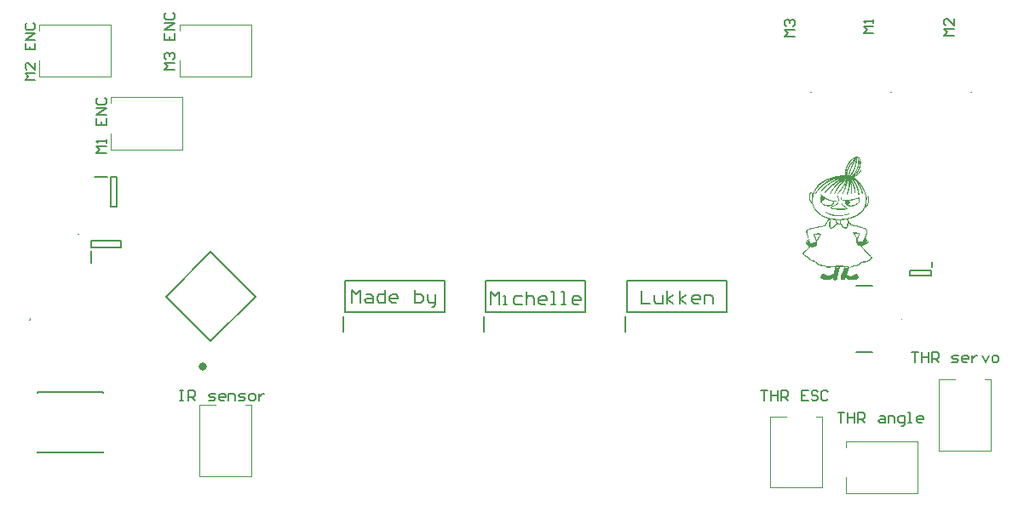
<source format=gbr>
%TF.GenerationSoftware,Altium Limited,Altium Designer,22.9.1 (49)*%
G04 Layer_Color=65535*
%FSLAX45Y45*%
%MOMM*%
%TF.SameCoordinates,925A93EA-3B44-44BF-AA41-ED200E7300F1*%
%TF.FilePolarity,Positive*%
%TF.FileFunction,Legend,Top*%
%TF.Part,Single*%
G01*
G75*
%TA.AperFunction,NonConductor*%
%ADD58C,0.10000*%
%ADD59C,0.20000*%
%ADD68C,0.40000*%
%ADD69C,0.17500*%
%ADD70C,0.15000*%
G36*
X8334308Y4042347D02*
X8338732Y4042347D01*
X8338732Y4041241D01*
X8340944Y4041241D01*
X8340944Y4040135D01*
X8344263Y4040135D01*
X8344263Y4039029D01*
X8345369Y4039029D01*
X8345369Y4037923D01*
X8347581Y4037923D01*
X8347581Y4036816D01*
X8348687Y4036816D01*
X8348687Y4035710D01*
X8349793Y4035710D01*
X8349793Y4034604D01*
X8350899Y4034604D01*
X8350899Y4033498D01*
X8352005Y4033498D01*
X8352005Y4032392D01*
X8353112Y4032392D01*
X8353112Y4031286D01*
X8354218Y4031286D01*
X8354218Y4029074D01*
X8355324Y4029074D01*
X8355324Y4027968D01*
X8356430Y4027968D01*
X8356430Y4025755D01*
X8357536Y4025755D01*
X8357536Y4023543D01*
X8358642Y4023543D01*
X8358642Y4021331D01*
X8359748Y4021331D01*
X8359748Y4019119D01*
X8360854Y4019119D01*
X8360854Y4015800D01*
X8361960Y4015800D01*
X8361960Y4012482D01*
X8363067Y4012482D01*
X8363067Y4008058D01*
X8364173Y4008058D01*
X8364173Y4002527D01*
X8365279Y4002527D01*
X8365279Y3994784D01*
X8366385Y3994784D01*
X8366385Y3968237D01*
X8365279Y3968237D01*
X8365279Y3959388D01*
X8364173Y3959388D01*
X8364173Y3953858D01*
X8363067Y3953858D01*
X8363067Y3948327D01*
X8361960Y3948327D01*
X8361960Y3943903D01*
X8360854Y3943903D01*
X8360854Y3940584D01*
X8359748Y3940584D01*
X8359748Y3937266D01*
X8358642Y3937266D01*
X8358642Y3933948D01*
X8357536Y3933948D01*
X8357536Y3930629D01*
X8356430Y3930629D01*
X8356430Y3927311D01*
X8355324Y3927311D01*
X8355324Y3923993D01*
X8354218Y3923993D01*
X8354218Y3921781D01*
X8353112Y3921781D01*
X8353112Y3918462D01*
X8352005Y3918462D01*
X8352005Y3916250D01*
X8350899Y3916250D01*
X8350899Y3914038D01*
X8349793Y3914038D01*
X8349793Y3911826D01*
X8348687Y3911826D01*
X8348687Y3908507D01*
X8347581Y3908507D01*
X8347581Y3906295D01*
X8346475Y3906295D01*
X8346475Y3904083D01*
X8345369Y3904083D01*
X8345369Y3902977D01*
X8344263Y3902977D01*
X8344263Y3900764D01*
X8343157Y3900764D01*
X8343157Y3898552D01*
X8342050Y3898552D01*
X8342050Y3896340D01*
X8340944Y3896340D01*
X8340944Y3895234D01*
X8339838Y3895234D01*
X8339838Y3893021D01*
X8338732Y3893021D01*
X8338732Y3890809D01*
X8337626Y3890809D01*
X8337626Y3889703D01*
X8336520Y3889703D01*
X8336520Y3887491D01*
X8335414Y3887491D01*
X8335414Y3886385D01*
X8334308Y3886385D01*
X8334308Y3885279D01*
X8333202Y3885279D01*
X8333202Y3884173D01*
X8332095Y3884173D01*
X8332095Y3881960D01*
X8330989Y3881960D01*
X8330989Y3880854D01*
X8329883Y3880854D01*
X8329883Y3879748D01*
X8328777Y3879748D01*
X8328777Y3878642D01*
X8326565Y3878642D01*
X8326565Y3877536D01*
X8325459Y3877536D01*
X8325459Y3876430D01*
X8324352Y3876430D01*
X8324352Y3875324D01*
X8323246Y3875324D01*
X8323246Y3874218D01*
X8322140Y3874218D01*
X8322140Y3873111D01*
X8319928Y3873111D01*
X8319928Y3872005D01*
X8318822Y3872005D01*
X8318822Y3870899D01*
X8317716Y3870899D01*
X8317716Y3869793D01*
X8316610Y3869793D01*
X8316610Y3868687D01*
X8315504Y3868687D01*
X8315504Y3867581D01*
X8314397Y3867581D01*
X8314397Y3866475D01*
X8313291Y3866475D01*
X8313291Y3865369D01*
X8311079Y3865369D01*
X8311079Y3864263D01*
X8309973Y3864263D01*
X8309973Y3863156D01*
X8308867Y3863156D01*
X8308867Y3859838D01*
X8312185Y3859838D01*
X8312185Y3860944D01*
X8314397Y3860944D01*
X8314397Y3862050D01*
X8315504Y3862050D01*
X8315504Y3863156D01*
X8317716Y3863156D01*
X8317716Y3864263D01*
X8318822Y3864263D01*
X8318822Y3865369D01*
X8321034Y3865369D01*
X8321034Y3866475D01*
X8322140Y3866475D01*
X8322140Y3867581D01*
X8324352Y3867581D01*
X8324352Y3868687D01*
X8325459Y3868687D01*
X8325459Y3869793D01*
X8326565Y3869793D01*
X8326565Y3870899D01*
X8328777Y3870899D01*
X8328777Y3872005D01*
X8329883Y3872005D01*
X8329883Y3873111D01*
X8330989Y3873111D01*
X8330989Y3874218D01*
X8332095Y3874218D01*
X8332095Y3875324D01*
X8333202Y3875324D01*
X8333202Y3876430D01*
X8335414Y3876430D01*
X8335414Y3877536D01*
X8336520Y3877536D01*
X8336520Y3878642D01*
X8337626Y3878642D01*
X8337626Y3879748D01*
X8338732Y3879748D01*
X8338732Y3880854D01*
X8339838Y3880854D01*
X8339838Y3881960D01*
X8340944Y3881960D01*
X8340944Y3883066D01*
X8342050Y3883066D01*
X8342050Y3884173D01*
X8343157Y3884173D01*
X8343157Y3885279D01*
X8344263Y3885279D01*
X8344263Y3886385D01*
X8345369Y3886385D01*
X8345369Y3887491D01*
X8346475Y3887491D01*
X8346475Y3888597D01*
X8347581Y3888597D01*
X8347581Y3890809D01*
X8348687Y3890809D01*
X8348687Y3891916D01*
X8349793Y3891916D01*
X8349793Y3893021D01*
X8350899Y3893021D01*
X8350899Y3894128D01*
X8352005Y3894128D01*
X8352005Y3895234D01*
X8353112Y3895234D01*
X8353112Y3897446D01*
X8354218Y3897446D01*
X8354218Y3898552D01*
X8355324Y3898552D01*
X8355324Y3899658D01*
X8356430Y3899658D01*
X8356430Y3901871D01*
X8357536Y3901871D01*
X8357536Y3902977D01*
X8358642Y3902977D01*
X8358642Y3905189D01*
X8359748Y3905189D01*
X8359748Y3906295D01*
X8360854Y3906295D01*
X8360854Y3908507D01*
X8361960Y3908507D01*
X8361960Y3909613D01*
X8363067Y3909613D01*
X8363067Y3911826D01*
X8364173Y3911826D01*
X8364173Y3912932D01*
X8365279Y3912932D01*
X8365279Y3914038D01*
X8366385Y3914038D01*
X8366385Y3915144D01*
X8368597Y3915144D01*
X8368597Y3916250D01*
X8370809Y3916250D01*
X8370809Y3917356D01*
X8371915Y3917356D01*
X8371915Y3911826D01*
X8370809Y3911826D01*
X8370809Y3907401D01*
X8369703Y3907401D01*
X8369703Y3904083D01*
X8368597Y3904083D01*
X8368597Y3901871D01*
X8367491Y3901871D01*
X8367491Y3899658D01*
X8366385Y3899658D01*
X8366385Y3897446D01*
X8365279Y3897446D01*
X8365279Y3896340D01*
X8364173Y3896340D01*
X8364173Y3894128D01*
X8363067Y3894128D01*
X8363067Y3893021D01*
X8361960Y3893021D01*
X8361960Y3891916D01*
X8360854Y3891916D01*
X8360854Y3889703D01*
X8359748Y3889703D01*
X8359748Y3888597D01*
X8358642Y3888597D01*
X8358642Y3887491D01*
X8357536Y3887491D01*
X8357536Y3886385D01*
X8356430Y3886385D01*
X8356430Y3885279D01*
X8355324Y3885279D01*
X8355324Y3884173D01*
X8354218Y3884173D01*
X8354218Y3883066D01*
X8353112Y3883066D01*
X8353112Y3881960D01*
X8352005Y3881960D01*
X8352005Y3880854D01*
X8350899Y3880854D01*
X8350899Y3879748D01*
X8349793Y3879748D01*
X8349793Y3878642D01*
X8348687Y3878642D01*
X8348687Y3877536D01*
X8347581Y3877536D01*
X8347581Y3876430D01*
X8346475Y3876430D01*
X8346475Y3875324D01*
X8345369Y3875324D01*
X8345369Y3874218D01*
X8344263Y3874218D01*
X8344263Y3873111D01*
X8343157Y3873111D01*
X8343157Y3872005D01*
X8342050Y3872005D01*
X8342050Y3870899D01*
X8340944Y3870899D01*
X8340944Y3869793D01*
X8338732Y3869793D01*
X8338732Y3868687D01*
X8337626Y3868687D01*
X8337626Y3867581D01*
X8336520Y3867581D01*
X8336520Y3866475D01*
X8335414Y3866475D01*
X8335414Y3865369D01*
X8334308Y3865369D01*
X8334308Y3864263D01*
X8333202Y3864263D01*
X8333202Y3863156D01*
X8332095Y3863156D01*
X8332095Y3862050D01*
X8329883Y3862050D01*
X8329883Y3860944D01*
X8328777Y3860944D01*
X8328777Y3859838D01*
X8327671Y3859838D01*
X8327671Y3858732D01*
X8326565Y3858732D01*
X8326565Y3857626D01*
X8324352Y3857626D01*
X8324352Y3856520D01*
X8323246Y3856520D01*
X8323246Y3855414D01*
X8322140Y3855414D01*
X8322140Y3854308D01*
X8319928Y3854308D01*
X8319928Y3853201D01*
X8318822Y3853201D01*
X8318822Y3852095D01*
X8316610Y3852095D01*
X8316610Y3850989D01*
X8315504Y3850989D01*
X8315504Y3849883D01*
X8313291Y3849883D01*
X8313291Y3848777D01*
X8312185Y3848777D01*
X8312185Y3847671D01*
X8309973Y3847671D01*
X8309973Y3846565D01*
X8307761Y3846565D01*
X8307761Y3845459D01*
X8305549Y3845459D01*
X8305549Y3844352D01*
X8304442Y3844352D01*
X8304442Y3843246D01*
X8302230Y3843246D01*
X8302230Y3842140D01*
X8300018Y3842140D01*
X8300018Y3841034D01*
X8297806Y3841034D01*
X8297806Y3839928D01*
X8300018Y3839928D01*
X8300018Y3838822D01*
X8301124Y3838822D01*
X8301124Y3837716D01*
X8302230Y3837716D01*
X8302230Y3836610D01*
X8304442Y3836610D01*
X8304442Y3835504D01*
X8305549Y3835504D01*
X8305549Y3834397D01*
X8306655Y3834397D01*
X8306655Y3833291D01*
X8307761Y3833291D01*
X8307761Y3832185D01*
X8308867Y3832185D01*
X8308867Y3831079D01*
X8311079Y3831079D01*
X8311079Y3829973D01*
X8312185Y3829973D01*
X8312185Y3828867D01*
X8313291Y3828867D01*
X8313291Y3827761D01*
X8314397Y3827761D01*
X8314397Y3826655D01*
X8315504Y3826655D01*
X8315504Y3825549D01*
X8317716Y3825549D01*
X8317716Y3824442D01*
X8318822Y3824442D01*
X8318822Y3823336D01*
X8319928Y3823336D01*
X8319928Y3822230D01*
X8321034Y3822230D01*
X8321034Y3821124D01*
X8322140Y3821124D01*
X8322140Y3820018D01*
X8323246Y3820018D01*
X8323246Y3818912D01*
X8324352Y3818912D01*
X8324352Y3817806D01*
X8325459Y3817806D01*
X8325459Y3816700D01*
X8326565Y3816700D01*
X8326565Y3815594D01*
X8327671Y3815594D01*
X8327671Y3814487D01*
X8329883Y3814487D01*
X8329883Y3813381D01*
X8330989Y3813381D01*
X8330989Y3812275D01*
X8332095Y3812275D01*
X8332095Y3811169D01*
X8333202Y3811169D01*
X8333202Y3810063D01*
X8334308Y3810063D01*
X8334308Y3808957D01*
X8335414Y3808957D01*
X8335414Y3807851D01*
X8336520Y3807851D01*
X8336520Y3806744D01*
X8337626Y3806744D01*
X8337626Y3805639D01*
X8338732Y3805639D01*
X8338732Y3804532D01*
X8339838Y3804532D01*
X8339838Y3803426D01*
X8340944Y3803426D01*
X8340944Y3802320D01*
X8342050Y3802320D01*
X8342050Y3801214D01*
X8343157Y3801214D01*
X8343157Y3799002D01*
X8344263Y3799002D01*
X8344263Y3797896D01*
X8345369Y3797896D01*
X8345369Y3796789D01*
X8346475Y3796789D01*
X8346475Y3795684D01*
X8347581Y3795684D01*
X8347581Y3794577D01*
X8348687Y3794577D01*
X8348687Y3793471D01*
X8349793Y3793471D01*
X8349793Y3792365D01*
X8350899Y3792365D01*
X8350899Y3791259D01*
X8352005Y3791259D01*
X8352005Y3790153D01*
X8353112Y3790153D01*
X8353112Y3787941D01*
X8354218Y3787941D01*
X8354218Y3786834D01*
X8355324Y3786834D01*
X8355324Y3785728D01*
X8356430Y3785728D01*
X8356430Y3784622D01*
X8357536Y3784622D01*
X8357536Y3783516D01*
X8358642Y3783516D01*
X8358642Y3781304D01*
X8359748Y3781304D01*
X8359748Y3780198D01*
X8360854Y3780198D01*
X8360854Y3779092D01*
X8361960Y3779092D01*
X8361960Y3777986D01*
X8363067Y3777986D01*
X8363067Y3775773D01*
X8364173Y3775773D01*
X8364173Y3774667D01*
X8365279Y3774667D01*
X8365279Y3773561D01*
X8366385Y3773561D01*
X8366385Y3771349D01*
X8367491Y3771349D01*
X8367491Y3770243D01*
X8368597Y3770243D01*
X8368597Y3769137D01*
X8369703Y3769137D01*
X8369703Y3766924D01*
X8370809Y3766924D01*
X8370809Y3765818D01*
X8371915Y3765818D01*
X8371915Y3763606D01*
X8373022Y3763606D01*
X8373022Y3762500D01*
X8374128Y3762500D01*
X8374128Y3761394D01*
X8375234Y3761394D01*
X8375234Y3759182D01*
X8376340Y3759182D01*
X8376340Y3758076D01*
X8377446Y3758076D01*
X8377446Y3755863D01*
X8378552Y3755863D01*
X8378552Y3753651D01*
X8379658Y3753651D01*
X8379658Y3752545D01*
X8380764Y3752545D01*
X8380764Y3750333D01*
X8381870Y3750333D01*
X8381870Y3749227D01*
X8382977Y3749227D01*
X8382977Y3747014D01*
X8384083Y3747014D01*
X8384083Y3744802D01*
X8385189Y3744802D01*
X8385189Y3743696D01*
X8386295Y3743696D01*
X8386295Y3741484D01*
X8387401Y3741484D01*
X8387401Y3739272D01*
X8388507Y3739272D01*
X8388507Y3737059D01*
X8389613Y3737059D01*
X8389613Y3734847D01*
X8390719Y3734847D01*
X8390719Y3733741D01*
X8391825Y3733741D01*
X8391825Y3731529D01*
X8392932Y3731529D01*
X8392932Y3729317D01*
X8394038Y3729317D01*
X8394038Y3727104D01*
X8395144Y3727104D01*
X8395144Y3724892D01*
X8396250Y3724892D01*
X8396250Y3722680D01*
X8397356Y3722680D01*
X8397356Y3719362D01*
X8398462Y3719362D01*
X8398462Y3717149D01*
X8399568Y3717149D01*
X8399568Y3714937D01*
X8400675Y3714937D01*
X8400675Y3712725D01*
X8401781Y3712725D01*
X8401781Y3709406D01*
X8402887Y3709406D01*
X8402887Y3707194D01*
X8403993Y3707194D01*
X8403993Y3703876D01*
X8405099Y3703876D01*
X8405099Y3701664D01*
X8406205Y3701664D01*
X8406205Y3698345D01*
X8407311Y3698345D01*
X8407311Y3695027D01*
X8408417Y3695027D01*
X8408417Y3693921D01*
X8408417Y3692815D01*
X8408417Y3691709D01*
X8409523Y3691709D01*
X8409523Y3688390D01*
X8410630Y3688390D01*
X8410630Y3685072D01*
X8411736Y3685072D01*
X8411736Y3681754D01*
X8412842Y3681754D01*
X8412842Y3678435D01*
X8413948Y3678435D01*
X8413948Y3675117D01*
X8415054Y3675117D01*
X8415054Y3670692D01*
X8416160Y3670692D01*
X8416160Y3666268D01*
X8417266Y3666268D01*
X8417266Y3661844D01*
X8418372Y3661844D01*
X8418372Y3657419D01*
X8419478Y3657419D01*
X8419478Y3651889D01*
X8420585Y3651889D01*
X8420585Y3646358D01*
X8421691Y3646358D01*
X8421691Y3641934D01*
X8427221Y3641934D01*
X8427221Y3643039D01*
X8428327Y3643039D01*
X8428327Y3644146D01*
X8430540Y3644146D01*
X8430540Y3645252D01*
X8431646Y3645252D01*
X8431646Y3646358D01*
X8433858Y3646358D01*
X8433858Y3647464D01*
X8441601Y3647464D01*
X8441601Y3646358D01*
X8442707Y3646358D01*
X8442707Y3644146D01*
X8443813Y3644146D01*
X8443813Y3641934D01*
X8444919Y3641934D01*
X8444919Y3638615D01*
X8446025Y3638615D01*
X8446025Y3635297D01*
X8447131Y3635297D01*
X8447131Y3630872D01*
X8448237Y3630872D01*
X8448237Y3625342D01*
X8449344Y3625342D01*
X8449344Y3604326D01*
X8448237Y3604326D01*
X8448237Y3596583D01*
X8447131Y3596583D01*
X8447131Y3592158D01*
X8446025Y3592158D01*
X8446025Y3587734D01*
X8444919Y3587734D01*
X8444919Y3583309D01*
X8443813Y3583309D01*
X8443813Y3579991D01*
X8442707Y3579991D01*
X8442707Y3577779D01*
X8441601Y3577779D01*
X8441601Y3574460D01*
X8440495Y3574460D01*
X8440495Y3572248D01*
X8439389Y3572248D01*
X8439389Y3570036D01*
X8438282Y3570036D01*
X8438282Y3567824D01*
X8437176Y3567824D01*
X8437176Y3565612D01*
X8436070Y3565612D01*
X8436070Y3563399D01*
X8434964Y3563399D01*
X8434964Y3561187D01*
X8433858Y3561187D01*
X8433858Y3560081D01*
X8432752Y3560081D01*
X8432752Y3557869D01*
X8431646Y3557869D01*
X8431646Y3556763D01*
X8430540Y3556763D01*
X8430540Y3554550D01*
X8429433Y3554550D01*
X8429433Y3553444D01*
X8428327Y3553444D01*
X8428327Y3552338D01*
X8427221Y3552338D01*
X8427221Y3551232D01*
X8426115Y3551232D01*
X8426115Y3549020D01*
X8425009Y3549020D01*
X8425009Y3547914D01*
X8423903Y3547914D01*
X8423903Y3546807D01*
X8422797Y3546807D01*
X8422797Y3545702D01*
X8421691Y3545702D01*
X8421691Y3544595D01*
X8420585Y3544595D01*
X8420585Y3543489D01*
X8419478Y3543489D01*
X8419478Y3542383D01*
X8417266Y3542383D01*
X8417266Y3541277D01*
X8416160Y3541277D01*
X8416160Y3540171D01*
X8415054Y3540171D01*
X8415054Y3539065D01*
X8412842Y3539065D01*
X8412842Y3537959D01*
X8410630Y3537959D01*
X8410630Y3536852D01*
X8409523Y3536852D01*
X8409523Y3535746D01*
X8407311Y3535746D01*
X8407311Y3534640D01*
X8406205Y3534640D01*
X8406205Y3532428D01*
X8405099Y3532428D01*
X8405099Y3530216D01*
X8403993Y3530216D01*
X8403993Y3528004D01*
X8402887Y3528004D01*
X8402887Y3525791D01*
X8401781Y3525791D01*
X8401781Y3524685D01*
X8400675Y3524685D01*
X8400675Y3522473D01*
X8399568Y3522473D01*
X8399568Y3520261D01*
X8398462Y3520261D01*
X8398462Y3519155D01*
X8397356Y3519155D01*
X8397356Y3516942D01*
X8396250Y3516942D01*
X8396250Y3515836D01*
X8395144Y3515836D01*
X8395144Y3513624D01*
X8394038Y3513624D01*
X8394038Y3512518D01*
X8392932Y3512518D01*
X8392932Y3510306D01*
X8391825Y3510306D01*
X8391825Y3509200D01*
X8390719Y3509200D01*
X8390719Y3508094D01*
X8389613Y3508094D01*
X8389613Y3505881D01*
X8388507Y3505881D01*
X8388507Y3504775D01*
X8387401Y3504775D01*
X8387401Y3503669D01*
X8386295Y3503669D01*
X8386295Y3501457D01*
X8385189Y3501457D01*
X8385189Y3500351D01*
X8384083Y3500351D01*
X8384083Y3499245D01*
X8382977Y3499245D01*
X8382977Y3498139D01*
X8381870Y3498139D01*
X8381870Y3497032D01*
X8380764Y3497032D01*
X8380764Y3495926D01*
X8379658Y3495926D01*
X8379658Y3494820D01*
X8378552Y3494820D01*
X8378552Y3493714D01*
X8377446Y3493714D01*
X8377446Y3491502D01*
X8376340Y3491502D01*
X8376340Y3490396D01*
X8375234Y3490396D01*
X8375234Y3489290D01*
X8374128Y3489290D01*
X8374128Y3488184D01*
X8373022Y3488184D01*
X8373022Y3487077D01*
X8370809Y3487077D01*
X8370809Y3485971D01*
X8369703Y3485971D01*
X8369703Y3484865D01*
X8368597Y3484865D01*
X8368597Y3483759D01*
X8367491Y3483759D01*
X8367491Y3482653D01*
X8366385Y3482653D01*
X8366385Y3481547D01*
X8365279Y3481547D01*
X8365279Y3480441D01*
X8364173Y3480441D01*
X8364173Y3479335D01*
X8363067Y3479335D01*
X8363067Y3478229D01*
X8360854Y3478229D01*
X8360854Y3477122D01*
X8359748Y3477122D01*
X8359748Y3476016D01*
X8358642Y3476016D01*
X8358642Y3474910D01*
X8357536Y3474910D01*
X8357536Y3473804D01*
X8355324Y3473804D01*
X8355324Y3472698D01*
X8354218Y3472698D01*
X8354218Y3471592D01*
X8353112Y3471592D01*
X8353112Y3470486D01*
X8350899Y3470486D01*
X8350899Y3469379D01*
X8349793Y3469379D01*
X8349793Y3468273D01*
X8347581Y3468273D01*
X8347581Y3467167D01*
X8346475Y3467167D01*
X8346475Y3466061D01*
X8344263Y3466061D01*
X8344263Y3464955D01*
X8343157Y3464955D01*
X8343157Y3463849D01*
X8340944Y3463849D01*
X8340944Y3462743D01*
X8339838Y3462743D01*
X8339838Y3461637D01*
X8337626Y3461637D01*
X8337626Y3460531D01*
X8335414Y3460531D01*
X8335414Y3459424D01*
X8334308Y3459424D01*
X8334308Y3458318D01*
X8332095Y3458318D01*
X8332095Y3457212D01*
X8329883Y3457212D01*
X8329883Y3456106D01*
X8327671Y3456106D01*
X8327671Y3455000D01*
X8325459Y3455000D01*
X8325459Y3453894D01*
X8324352Y3453894D01*
X8324352Y3452788D01*
X8322140Y3452788D01*
X8322140Y3451682D01*
X8319928Y3451682D01*
X8319928Y3450576D01*
X8317716Y3450576D01*
X8317716Y3449469D01*
X8314397Y3449469D01*
X8314397Y3448363D01*
X8312185Y3448363D01*
X8312185Y3447257D01*
X8309973Y3447257D01*
X8309973Y3446151D01*
X8307761Y3446151D01*
X8307761Y3445045D01*
X8304442Y3445045D01*
X8304442Y3443939D01*
X8302230Y3443939D01*
X8302230Y3442833D01*
X8300018Y3442833D01*
X8300018Y3441727D01*
X8296700Y3441727D01*
X8296700Y3440620D01*
X8293381Y3440620D01*
X8293381Y3439514D01*
X8291169Y3439514D01*
X8291169Y3438408D01*
X8287851Y3438408D01*
X8287851Y3437302D01*
X8284532Y3437302D01*
X8284532Y3436196D01*
X8281214Y3436196D01*
X8281214Y3435090D01*
X8277896Y3435090D01*
X8277896Y3433984D01*
X8274577Y3433984D01*
X8274577Y3432878D01*
X8271259Y3432878D01*
X8271259Y3431772D01*
X8267941Y3431772D01*
X8267941Y3430665D01*
X8263516Y3430665D01*
X8263516Y3429559D01*
X8260198Y3429559D01*
X8260198Y3428453D01*
X8255773Y3428453D01*
X8255773Y3427347D01*
X8251349Y3427347D01*
X8251349Y3426241D01*
X8246925Y3426241D01*
X8246925Y3425135D01*
X8242500Y3425135D01*
X8242500Y3424029D01*
X8241394Y3424029D01*
X8241394Y3415180D01*
X8242500Y3415180D01*
X8242500Y3409649D01*
X8243606Y3409649D01*
X8243606Y3407437D01*
X8244712Y3407437D01*
X8244712Y3404119D01*
X8245818Y3404119D01*
X8245818Y3401907D01*
X8246925Y3401907D01*
X8246925Y3400800D01*
X8248030Y3400800D01*
X8248030Y3398588D01*
X8249137Y3398588D01*
X8249137Y3397482D01*
X8250243Y3397482D01*
X8250243Y3396376D01*
X8251349Y3396376D01*
X8251349Y3394164D01*
X8252455Y3394164D01*
X8252455Y3393057D01*
X8253561Y3393057D01*
X8253561Y3391952D01*
X8254667Y3391952D01*
X8254667Y3390845D01*
X8255773Y3390845D01*
X8255773Y3389739D01*
X8256880Y3389739D01*
X8256880Y3388633D01*
X8257986Y3388633D01*
X8257986Y3387527D01*
X8259092Y3387527D01*
X8259092Y3386421D01*
X8261304Y3386421D01*
X8261304Y3385315D01*
X8262410Y3385315D01*
X8262410Y3384209D01*
X8263516Y3384209D01*
X8263516Y3383102D01*
X8264622Y3383102D01*
X8264622Y3381997D01*
X8265728Y3381997D01*
X8265728Y3380890D01*
X8266835Y3380890D01*
X8266835Y3379784D01*
X8267941Y3379784D01*
X8267941Y3378678D01*
X8269047Y3378678D01*
X8269047Y3377572D01*
X8270153Y3377572D01*
X8270153Y3376466D01*
X8271259Y3376466D01*
X8271259Y3375360D01*
X8272365Y3375360D01*
X8272365Y3373147D01*
X8273471Y3373147D01*
X8273471Y3372042D01*
X8274577Y3372042D01*
X8274577Y3370935D01*
X8279002Y3370935D01*
X8279002Y3369829D01*
X8283426Y3369829D01*
X8283426Y3368723D01*
X8288957Y3368723D01*
X8288957Y3367617D01*
X8293381Y3367617D01*
X8293381Y3366511D01*
X8297806Y3366511D01*
X8297806Y3365405D01*
X8302230Y3365405D01*
X8302230Y3364299D01*
X8306655Y3364299D01*
X8306655Y3363192D01*
X8311079Y3363192D01*
X8311079Y3362086D01*
X8315504Y3362086D01*
X8315504Y3360980D01*
X8319928Y3360980D01*
X8319928Y3359874D01*
X8324352Y3359874D01*
X8324352Y3358768D01*
X8328777Y3358768D01*
X8328777Y3357662D01*
X8333202Y3357662D01*
X8333202Y3356556D01*
X8337626Y3356556D01*
X8337626Y3355450D01*
X8340944Y3355450D01*
X8340944Y3354344D01*
X8345369Y3354344D01*
X8345369Y3353237D01*
X8348687Y3353237D01*
X8348687Y3352131D01*
X8353112Y3352131D01*
X8353112Y3351025D01*
X8357536Y3351025D01*
X8357536Y3349919D01*
X8360854Y3349919D01*
X8360854Y3348813D01*
X8364173Y3348813D01*
X8364173Y3347707D01*
X8368597Y3347707D01*
X8368597Y3346601D01*
X8371915Y3346601D01*
X8371915Y3345495D01*
X8375234Y3345495D01*
X8375234Y3344389D01*
X8378552Y3344389D01*
X8378552Y3343282D01*
X8381870Y3343282D01*
X8381870Y3342176D01*
X8385189Y3342176D01*
X8385189Y3341070D01*
X8389613Y3341070D01*
X8389613Y3339964D01*
X8392932Y3339964D01*
X8392932Y3338858D01*
X8396250Y3338858D01*
X8396250Y3337752D01*
X8399568Y3337752D01*
X8399568Y3336646D01*
X8402887Y3336646D01*
X8402887Y3335540D01*
X8406205Y3335540D01*
X8406205Y3334434D01*
X8409523Y3334434D01*
X8409523Y3333327D01*
X8411736Y3333327D01*
X8411736Y3332221D01*
X8413948Y3332221D01*
X8413948Y3331115D01*
X8415054Y3331115D01*
X8415054Y3330009D01*
X8417266Y3330009D01*
X8417266Y3328903D01*
X8418372Y3328903D01*
X8418372Y3327797D01*
X8420585Y3327797D01*
X8420585Y3326691D01*
X8421691Y3326691D01*
X8421691Y3325585D01*
X8422797Y3325585D01*
X8422797Y3324478D01*
X8423903Y3324478D01*
X8423903Y3322266D01*
X8425009Y3322266D01*
X8425009Y3321160D01*
X8426115Y3321160D01*
X8426115Y3320054D01*
X8427221Y3320054D01*
X8427221Y3317842D01*
X8428327Y3317842D01*
X8428327Y3315630D01*
X8429433Y3315630D01*
X8429433Y3312311D01*
X8430540Y3312311D01*
X8430540Y3307887D01*
X8431646Y3307887D01*
X8431646Y3291295D01*
X8430540Y3291295D01*
X8430540Y3284658D01*
X8429433Y3284658D01*
X8429433Y3280234D01*
X8428327Y3280234D01*
X8428327Y3276915D01*
X8427221Y3276915D01*
X8427221Y3273597D01*
X8426115Y3273597D01*
X8426115Y3270279D01*
X8425009Y3270279D01*
X8425009Y3266960D01*
X8423903Y3266960D01*
X8423903Y3263642D01*
X8422797Y3263642D01*
X8422797Y3260324D01*
X8421691Y3260324D01*
X8421691Y3258112D01*
X8420585Y3258112D01*
X8420585Y3254793D01*
X8419478Y3254793D01*
X8419478Y3252581D01*
X8418372Y3252581D01*
X8418372Y3249263D01*
X8417266Y3249263D01*
X8417266Y3247050D01*
X8416160Y3247050D01*
X8416160Y3243732D01*
X8415054Y3243732D01*
X8415054Y3241520D01*
X8413948Y3241520D01*
X8413948Y3238202D01*
X8412842Y3238202D01*
X8412842Y3234883D01*
X8411736Y3234883D01*
X8411736Y3232671D01*
X8410630Y3232671D01*
X8410630Y3230459D01*
X8411736Y3230459D01*
X8411736Y3231565D01*
X8416160Y3231565D01*
X8416160Y3232671D01*
X8419478Y3232671D01*
X8419478Y3231565D01*
X8421691Y3231565D01*
X8421691Y3228247D01*
X8422797Y3228247D01*
X8422797Y3224928D01*
X8421691Y3224928D01*
X8421691Y3222716D01*
X8420585Y3222716D01*
X8420585Y3221610D01*
X8419478Y3221610D01*
X8419478Y3220504D01*
X8418372Y3220504D01*
X8418372Y3219397D01*
X8417266Y3219397D01*
X8417266Y3218292D01*
X8416160Y3218292D01*
X8416160Y3217185D01*
X8413948Y3217185D01*
X8413948Y3216079D01*
X8412842Y3216079D01*
X8412842Y3214973D01*
X8411736Y3214973D01*
X8411736Y3213867D01*
X8410630Y3213867D01*
X8410630Y3211655D01*
X8411736Y3211655D01*
X8411736Y3212761D01*
X8415054Y3212761D01*
X8415054Y3213867D01*
X8416160Y3213867D01*
X8416160Y3214973D01*
X8418372Y3214973D01*
X8418372Y3216079D01*
X8420585Y3216079D01*
X8420585Y3217185D01*
X8421691Y3217185D01*
X8421691Y3218292D01*
X8423903Y3218292D01*
X8423903Y3219397D01*
X8428327Y3219397D01*
X8428327Y3220504D01*
X8430540Y3220504D01*
X8430540Y3219397D01*
X8433858Y3219397D01*
X8433858Y3213867D01*
X8432752Y3213867D01*
X8432752Y3210549D01*
X8431646Y3210549D01*
X8431646Y3208336D01*
X8430540Y3208336D01*
X8430540Y3207230D01*
X8429433Y3207230D01*
X8429433Y3206124D01*
X8428327Y3206124D01*
X8428327Y3205018D01*
X8427221Y3205018D01*
X8427221Y3203912D01*
X8426115Y3203912D01*
X8426115Y3202806D01*
X8425009Y3202806D01*
X8425009Y3201700D01*
X8423903Y3201700D01*
X8423903Y3200594D01*
X8422797Y3200594D01*
X8422797Y3199487D01*
X8421691Y3199487D01*
X8421691Y3198381D01*
X8420585Y3198381D01*
X8420585Y3197275D01*
X8419478Y3197275D01*
X8419478Y3196169D01*
X8418372Y3196169D01*
X8418372Y3193957D01*
X8417266Y3193957D01*
X8417266Y3192851D01*
X8420585Y3192851D01*
X8420585Y3193957D01*
X8422797Y3193957D01*
X8422797Y3195063D01*
X8423903Y3195063D01*
X8423903Y3196169D01*
X8426115Y3196169D01*
X8426115Y3197275D01*
X8427221Y3197275D01*
X8427221Y3198381D01*
X8428327Y3198381D01*
X8428327Y3199487D01*
X8430540Y3199487D01*
X8430540Y3200594D01*
X8431646Y3200594D01*
X8431646Y3201700D01*
X8433858Y3201700D01*
X8433858Y3202806D01*
X8437176Y3202806D01*
X8437176Y3203912D01*
X8440495Y3203912D01*
X8440495Y3202806D01*
X8443813Y3202806D01*
X8443813Y3196169D01*
X8442707Y3196169D01*
X8442707Y3192851D01*
X8441601Y3192851D01*
X8441601Y3190639D01*
X8440495Y3190639D01*
X8440495Y3188426D01*
X8439389Y3188426D01*
X8439389Y3187320D01*
X8438282Y3187320D01*
X8438282Y3186214D01*
X8437176Y3186214D01*
X8437176Y3185108D01*
X8436070Y3185108D01*
X8436070Y3184002D01*
X8434964Y3184002D01*
X8434964Y3182896D01*
X8433858Y3182896D01*
X8433858Y3181790D01*
X8431646Y3181790D01*
X8431646Y3180684D01*
X8430540Y3180684D01*
X8430540Y3179577D01*
X8428327Y3179577D01*
X8428327Y3178471D01*
X8427221Y3178471D01*
X8427221Y3177365D01*
X8425009Y3177365D01*
X8425009Y3176259D01*
X8422797Y3176259D01*
X8422797Y3175153D01*
X8421691Y3175153D01*
X8421691Y3174047D01*
X8419478Y3174047D01*
X8419478Y3172941D01*
X8417266Y3172941D01*
X8417266Y3171835D01*
X8416160Y3171835D01*
X8416160Y3170728D01*
X8413948Y3170728D01*
X8413948Y3169622D01*
X8411736Y3169622D01*
X8411736Y3168516D01*
X8410630Y3168516D01*
X8410630Y3167410D01*
X8408417Y3167410D01*
X8408417Y3166304D01*
X8406205Y3166304D01*
X8406205Y3165198D01*
X8403993Y3165198D01*
X8403993Y3164092D01*
X8401781Y3164092D01*
X8401781Y3162986D01*
X8399568Y3162986D01*
X8399568Y3161880D01*
X8397356Y3161880D01*
X8397356Y3160773D01*
X8395144Y3160773D01*
X8395144Y3159667D01*
X8392932Y3159667D01*
X8392932Y3158561D01*
X8389613Y3158561D01*
X8389613Y3157455D01*
X8386295Y3157455D01*
X8386295Y3156349D01*
X8382977Y3156349D01*
X8382977Y3155243D01*
X8379658Y3155243D01*
X8379658Y3154137D01*
X8376340Y3154137D01*
X8376340Y3151925D01*
X8377446Y3151925D01*
X8377446Y3150818D01*
X8378552Y3150818D01*
X8378552Y3149712D01*
X8379658Y3149712D01*
X8379658Y3148606D01*
X8380764Y3148606D01*
X8380764Y3146394D01*
X8381870Y3146394D01*
X8381870Y3145288D01*
X8382977Y3145288D01*
X8382977Y3144182D01*
X8384083Y3144182D01*
X8384083Y3143076D01*
X8385189Y3143076D01*
X8385189Y3141970D01*
X8386295Y3141970D01*
X8386295Y3139757D01*
X8387401Y3139757D01*
X8387401Y3138651D01*
X8388507Y3138651D01*
X8388507Y3137545D01*
X8389613Y3137545D01*
X8389613Y3136439D01*
X8390719Y3136439D01*
X8390719Y3135333D01*
X8391825Y3135333D01*
X8391825Y3133120D01*
X8392932Y3133120D01*
X8392932Y3132015D01*
X8394038Y3132015D01*
X8394038Y3130908D01*
X8395144Y3130908D01*
X8395144Y3129802D01*
X8396250Y3129802D01*
X8396250Y3128696D01*
X8397356Y3128696D01*
X8397356Y3127590D01*
X8398462Y3127590D01*
X8398462Y3125378D01*
X8399568Y3125378D01*
X8399568Y3124272D01*
X8400675Y3124272D01*
X8400675Y3123165D01*
X8401781Y3123165D01*
X8401781Y3122060D01*
X8402887Y3122060D01*
X8402887Y3120953D01*
X8403993Y3120953D01*
X8403993Y3119847D01*
X8405099Y3119847D01*
X8405099Y3118741D01*
X8406205Y3118741D01*
X8406205Y3117635D01*
X8407311Y3117635D01*
X8407311Y3115423D01*
X8408417Y3115423D01*
X8408417Y3114317D01*
X8409523Y3114317D01*
X8409523Y3113210D01*
X8410630Y3113210D01*
X8410630Y3112104D01*
X8411736Y3112104D01*
X8411736Y3110998D01*
X8412842Y3110998D01*
X8412842Y3109892D01*
X8413948Y3109892D01*
X8413948Y3108786D01*
X8415054Y3108786D01*
X8415054Y3107680D01*
X8416160Y3107680D01*
X8416160Y3106574D01*
X8417266Y3106574D01*
X8417266Y3105468D01*
X8418372Y3105468D01*
X8418372Y3103255D01*
X8419478Y3103255D01*
X8419478Y3102149D01*
X8420585Y3102149D01*
X8420585Y3101043D01*
X8421691Y3101043D01*
X8421691Y3099937D01*
X8422797Y3099937D01*
X8422797Y3098831D01*
X8423903Y3098831D01*
X8423903Y3097725D01*
X8425009Y3097725D01*
X8425009Y3096619D01*
X8426115Y3096619D01*
X8426115Y3095513D01*
X8427221Y3095513D01*
X8427221Y3094407D01*
X8428327Y3094407D01*
X8428327Y3093300D01*
X8429433Y3093300D01*
X8429433Y3092194D01*
X8430540Y3092194D01*
X8430540Y3091088D01*
X8431646Y3091088D01*
X8431646Y3089982D01*
X8432752Y3089982D01*
X8432752Y3087770D01*
X8433858Y3087770D01*
X8433858Y3086664D01*
X8434964Y3086664D01*
X8434964Y3085558D01*
X8436070Y3085558D01*
X8436070Y3084452D01*
X8437176Y3084452D01*
X8437176Y3083345D01*
X8438282Y3083345D01*
X8438282Y3082239D01*
X8439389Y3082239D01*
X8439389Y3081133D01*
X8440495Y3081133D01*
X8440495Y3080027D01*
X8441601Y3080027D01*
X8441601Y3078921D01*
X8442707Y3078921D01*
X8442707Y3077815D01*
X8443813Y3077815D01*
X8443813Y3076709D01*
X8444919Y3076709D01*
X8444919Y3075603D01*
X8446025Y3075603D01*
X8446025Y3074497D01*
X8447131Y3074497D01*
X8447131Y3073390D01*
X8448237Y3073390D01*
X8448237Y3072284D01*
X8449344Y3072284D01*
X8449344Y3071178D01*
X8450450Y3071178D01*
X8450450Y3070072D01*
X8451556Y3070072D01*
X8451556Y3068966D01*
X8452662Y3068966D01*
X8452662Y3067860D01*
X8453768Y3067860D01*
X8453768Y3066754D01*
X8454874Y3066754D01*
X8454874Y3065648D01*
X8455980Y3065648D01*
X8455980Y3063435D01*
X8457086Y3063435D01*
X8457086Y3062329D01*
X8458192Y3062329D01*
X8458192Y3061223D01*
X8459299Y3061223D01*
X8459299Y3060117D01*
X8460405Y3060117D01*
X8460405Y3059011D01*
X8461511Y3059011D01*
X8461511Y3057905D01*
X8462617Y3057905D01*
X8462617Y3056799D01*
X8463723Y3056799D01*
X8463723Y3055693D01*
X8464829Y3055693D01*
X8464829Y3054586D01*
X8465935Y3054586D01*
X8465935Y3053480D01*
X8467041Y3053480D01*
X8467041Y3052374D01*
X8468147Y3052374D01*
X8468147Y3051268D01*
X8469254Y3051268D01*
X8469254Y3050162D01*
X8470360Y3050162D01*
X8470360Y3049056D01*
X8471466Y3049056D01*
X8471466Y3047950D01*
X8472572Y3047950D01*
X8472572Y3046844D01*
X8473678Y3046844D01*
X8473678Y3045737D01*
X8474784Y3045737D01*
X8474784Y3044631D01*
X8475890Y3044631D01*
X8475890Y3043525D01*
X8476997Y3043525D01*
X8476997Y3042419D01*
X8478102Y3042419D01*
X8478102Y3041313D01*
X8479209Y3041313D01*
X8479209Y3040207D01*
X8480315Y3040207D01*
X8480315Y3031358D01*
X8478102Y3031358D01*
X8478102Y3030252D01*
X8476997Y3030252D01*
X8476997Y3029146D01*
X8474784Y3029146D01*
X8474784Y3028040D01*
X8473678Y3028040D01*
X8473678Y3026933D01*
X8472572Y3026933D01*
X8472572Y3025827D01*
X8470360Y3025827D01*
X8470360Y3024721D01*
X8469254Y3024721D01*
X8469254Y3023615D01*
X8468147Y3023615D01*
X8468147Y3022509D01*
X8467041Y3022509D01*
X8467041Y3021403D01*
X8465935Y3021403D01*
X8465935Y3020297D01*
X8464829Y3020297D01*
X8464829Y3019191D01*
X8462617Y3019191D01*
X8462617Y3018085D01*
X8461511Y3018085D01*
X8461511Y3016978D01*
X8460405Y3016978D01*
X8460405Y3015872D01*
X8459299Y3015872D01*
X8459299Y3014766D01*
X8458192Y3014766D01*
X8458192Y3013660D01*
X8457086Y3013660D01*
X8457086Y3012554D01*
X8454874Y3012554D01*
X8454874Y3011448D01*
X8453768Y3011448D01*
X8453768Y3010342D01*
X8452662Y3010342D01*
X8452662Y3009236D01*
X8451556Y3009236D01*
X8451556Y3008130D01*
X8449344Y3008130D01*
X8449344Y3007023D01*
X8448237Y3007023D01*
X8448237Y3005917D01*
X8446025Y3005917D01*
X8446025Y3004811D01*
X8444919Y3004811D01*
X8444919Y3003705D01*
X8442707Y3003705D01*
X8442707Y3002599D01*
X8440495Y3002599D01*
X8440495Y3001493D01*
X8439389Y3001493D01*
X8439389Y3000387D01*
X8437176Y3000387D01*
X8437176Y2999281D01*
X8433858Y2999281D01*
X8433858Y2998175D01*
X8431646Y2998175D01*
X8431646Y2997068D01*
X8428327Y2997068D01*
X8428327Y2995962D01*
X8423903Y2995962D01*
X8423903Y2994856D01*
X8418372Y2994856D01*
X8418372Y2993750D01*
X8410630Y2993750D01*
X8410630Y2992644D01*
X8399568Y2992644D01*
X8399568Y2991538D01*
X8390719Y2991538D01*
X8390719Y2990432D01*
X8385189Y2990432D01*
X8385189Y2989326D01*
X8381870Y2989326D01*
X8381870Y2988220D01*
X8378552Y2988220D01*
X8378552Y2987113D01*
X8376340Y2987113D01*
X8376340Y2986007D01*
X8374128Y2986007D01*
X8374128Y2984901D01*
X8371915Y2984901D01*
X8371915Y2983795D01*
X8369703Y2983795D01*
X8369703Y2982689D01*
X8368597Y2982689D01*
X8368597Y2981583D01*
X8366385Y2981583D01*
X8366385Y2980477D01*
X8365279Y2980477D01*
X8365279Y2979370D01*
X8363067Y2979370D01*
X8363067Y2978265D01*
X8361960Y2978265D01*
X8361960Y2977158D01*
X8360854Y2977158D01*
X8360854Y2976052D01*
X8359748Y2976052D01*
X8359748Y2974946D01*
X8357536Y2974946D01*
X8357536Y2973840D01*
X8356430Y2973840D01*
X8356430Y2972734D01*
X8355324Y2972734D01*
X8355324Y2971628D01*
X8354218Y2971628D01*
X8354218Y2970522D01*
X8353112Y2970522D01*
X8353112Y2969415D01*
X8350899Y2969415D01*
X8350899Y2968310D01*
X8349793Y2968310D01*
X8349793Y2967203D01*
X8348687Y2967203D01*
X8348687Y2966097D01*
X8347581Y2966097D01*
X8347581Y2964991D01*
X8345369Y2964991D01*
X8345369Y2963885D01*
X8344263Y2963885D01*
X8344263Y2962779D01*
X8343157Y2962779D01*
X8343157Y2961673D01*
X8340944Y2961673D01*
X8340944Y2960567D01*
X8338732Y2960567D01*
X8338732Y2959460D01*
X8337626Y2959460D01*
X8337626Y2958355D01*
X8334308Y2958355D01*
X8334308Y2957248D01*
X8332095Y2957248D01*
X8332095Y2956142D01*
X8327671Y2956142D01*
X8327671Y2955036D01*
X8312185Y2955036D01*
X8312185Y2953930D01*
X8301124Y2953930D01*
X8301124Y2952824D01*
X8296700Y2952824D01*
X8296700Y2951718D01*
X8293381Y2951718D01*
X8293381Y2950612D01*
X8291169Y2950612D01*
X8291169Y2949505D01*
X8288957Y2949505D01*
X8288957Y2948399D01*
X8286745Y2948399D01*
X8286745Y2947293D01*
X8284532Y2947293D01*
X8284532Y2946187D01*
X8282320Y2946187D01*
X8282320Y2945081D01*
X8279002Y2945081D01*
X8279002Y2943975D01*
X8276790Y2943975D01*
X8276790Y2942869D01*
X8272365Y2942869D01*
X8272365Y2941763D01*
X8259092Y2941763D01*
X8259092Y2942869D01*
X8254667Y2942869D01*
X8254667Y2941763D01*
X8253561Y2941763D01*
X8253561Y2940657D01*
X8252455Y2940657D01*
X8252455Y2938444D01*
X8251349Y2938444D01*
X8251349Y2937338D01*
X8250243Y2937338D01*
X8250243Y2936232D01*
X8249137Y2936232D01*
X8249137Y2934020D01*
X8248030Y2934020D01*
X8248030Y2931808D01*
X8246925Y2931808D01*
X8246925Y2929595D01*
X8245818Y2929595D01*
X8245818Y2927383D01*
X8244712Y2927383D01*
X8244712Y2924065D01*
X8243606Y2924065D01*
X8243606Y2920747D01*
X8242500Y2920747D01*
X8242500Y2917428D01*
X8241394Y2917428D01*
X8241394Y2914110D01*
X8240288Y2914110D01*
X8240288Y2909685D01*
X8239182Y2909685D01*
X8239182Y2905261D01*
X8238075Y2905261D01*
X8238075Y2900836D01*
X8236970Y2900836D01*
X8236970Y2897518D01*
X8235863Y2897518D01*
X8235863Y2894200D01*
X8234757Y2894200D01*
X8234757Y2891988D01*
X8233651Y2891988D01*
X8233651Y2888669D01*
X8232545Y2888669D01*
X8232545Y2886457D01*
X8231439Y2886457D01*
X8231439Y2884245D01*
X8230333Y2884245D01*
X8230333Y2880926D01*
X8229227Y2880926D01*
X8229227Y2870971D01*
X8230333Y2870971D01*
X8230333Y2868759D01*
X8231439Y2868759D01*
X8231439Y2867653D01*
X8232545Y2867653D01*
X8232545Y2865441D01*
X8233651Y2865441D01*
X8233651Y2864335D01*
X8235863Y2864335D01*
X8235863Y2863228D01*
X8236970Y2863228D01*
X8236970Y2862122D01*
X8239182Y2862122D01*
X8239182Y2861016D01*
X8241394Y2861016D01*
X8241394Y2859910D01*
X8244712Y2859910D01*
X8244712Y2858804D01*
X8249137Y2858804D01*
X8249137Y2857698D01*
X8274577Y2857698D01*
X8274577Y2858804D01*
X8281214Y2858804D01*
X8281214Y2859910D01*
X8285638Y2859910D01*
X8285638Y2861016D01*
X8288957Y2861016D01*
X8288957Y2862122D01*
X8291169Y2862122D01*
X8291169Y2863228D01*
X8294487Y2863228D01*
X8294487Y2864335D01*
X8295594Y2864335D01*
X8295594Y2865441D01*
X8297806Y2865441D01*
X8297806Y2866547D01*
X8298912Y2866547D01*
X8298912Y2867653D01*
X8301124Y2867653D01*
X8301124Y2868759D01*
X8302230Y2868759D01*
X8302230Y2869865D01*
X8303336Y2869865D01*
X8303336Y2870971D01*
X8304442Y2870971D01*
X8304442Y2872078D01*
X8305549Y2872078D01*
X8305549Y2873183D01*
X8306655Y2873183D01*
X8306655Y2874290D01*
X8307761Y2874290D01*
X8307761Y2875396D01*
X8308867Y2875396D01*
X8308867Y2876502D01*
X8311079Y2876502D01*
X8311079Y2877608D01*
X8312185Y2877608D01*
X8312185Y2878714D01*
X8315504Y2878714D01*
X8315504Y2879820D01*
X8321034Y2879820D01*
X8321034Y2878714D01*
X8322140Y2878714D01*
X8322140Y2877608D01*
X8323246Y2877608D01*
X8323246Y2876502D01*
X8324352Y2876502D01*
X8324352Y2875396D01*
X8325459Y2875396D01*
X8325459Y2873183D01*
X8326565Y2873183D01*
X8326565Y2872078D01*
X8327671Y2872078D01*
X8327671Y2870971D01*
X8328777Y2870971D01*
X8328777Y2869865D01*
X8329883Y2869865D01*
X8329883Y2868759D01*
X8330989Y2868759D01*
X8330989Y2867653D01*
X8332095Y2867653D01*
X8332095Y2866547D01*
X8333202Y2866547D01*
X8333202Y2864335D01*
X8334308Y2864335D01*
X8334308Y2863228D01*
X8335414Y2863228D01*
X8335414Y2862122D01*
X8336520Y2862122D01*
X8336520Y2861016D01*
X8337626Y2861016D01*
X8337626Y2858804D01*
X8338732Y2858804D01*
X8338732Y2856592D01*
X8339838Y2856592D01*
X8339838Y2854380D01*
X8340944Y2854380D01*
X8340944Y2852167D01*
X8342050Y2852167D01*
X8342050Y2846637D01*
X8343157Y2846637D01*
X8343157Y2841106D01*
X8342050Y2841106D01*
X8342050Y2836682D01*
X8340944Y2836682D01*
X8340944Y2834470D01*
X8339838Y2834470D01*
X8339838Y2833363D01*
X8338732Y2833363D01*
X8338732Y2832257D01*
X8337626Y2832257D01*
X8337626Y2831151D01*
X8336520Y2831151D01*
X8336520Y2830045D01*
X8335414Y2830045D01*
X8335414Y2828939D01*
X8334308Y2828939D01*
X8334308Y2827833D01*
X8332095Y2827833D01*
X8332095Y2826727D01*
X8330989Y2826727D01*
X8330989Y2825621D01*
X8328777Y2825621D01*
X8328777Y2824515D01*
X8326565Y2824515D01*
X8326565Y2823408D01*
X8324352Y2823408D01*
X8324352Y2822302D01*
X8321034Y2822302D01*
X8321034Y2821196D01*
X8317716Y2821196D01*
X8317716Y2820090D01*
X8313291Y2820090D01*
X8313291Y2818984D01*
X8308867Y2818984D01*
X8308867Y2817878D01*
X8303336Y2817878D01*
X8303336Y2816772D01*
X8294487Y2816772D01*
X8294487Y2815666D01*
X8264622Y2815666D01*
X8264622Y2816772D01*
X8256880Y2816772D01*
X8256880Y2817878D01*
X8251349Y2817878D01*
X8251349Y2818984D01*
X8246925Y2818984D01*
X8246925Y2820090D01*
X8242500Y2820090D01*
X8242500Y2821196D01*
X8240288Y2821196D01*
X8240288Y2822302D01*
X8236970Y2822302D01*
X8236970Y2823408D01*
X8234757Y2823408D01*
X8234757Y2824515D01*
X8232545Y2824515D01*
X8232545Y2825621D01*
X8231439Y2825621D01*
X8231439Y2826727D01*
X8230333Y2826727D01*
X8230333Y2827833D01*
X8228120Y2827833D01*
X8228120Y2828939D01*
X8227015Y2828939D01*
X8227015Y2830045D01*
X8225908Y2830045D01*
X8225908Y2831151D01*
X8224802Y2831151D01*
X8224802Y2832257D01*
X8222590Y2832257D01*
X8222590Y2833363D01*
X8221484Y2833363D01*
X8221484Y2834470D01*
X8220378Y2834470D01*
X8220378Y2835576D01*
X8218165Y2835576D01*
X8218165Y2836682D01*
X8215953Y2836682D01*
X8215953Y2837788D01*
X8212635Y2837788D01*
X8212635Y2838894D01*
X8211529Y2838894D01*
X8211529Y2837788D01*
X8210423Y2837788D01*
X8210423Y2835576D01*
X8209317Y2835576D01*
X8209317Y2826727D01*
X8210423Y2826727D01*
X8210423Y2822302D01*
X8209317Y2822302D01*
X8209317Y2818984D01*
X8208210Y2818984D01*
X8208210Y2817878D01*
X8207104Y2817878D01*
X8207104Y2816772D01*
X8183876Y2816772D01*
X8183876Y2815666D01*
X8173921Y2815666D01*
X8173921Y2817878D01*
X8172815Y2817878D01*
X8172815Y2820090D01*
X8171709Y2820090D01*
X8171709Y2823408D01*
X8170603Y2823408D01*
X8170603Y2826727D01*
X8169496Y2826727D01*
X8169496Y2831151D01*
X8168390Y2831151D01*
X8168390Y2837788D01*
X8167284Y2837788D01*
X8167284Y2852167D01*
X8168390Y2852167D01*
X8168390Y2858804D01*
X8169496Y2858804D01*
X8169496Y2863228D01*
X8170603Y2863228D01*
X8170603Y2867653D01*
X8171709Y2867653D01*
X8171709Y2870971D01*
X8172815Y2870971D01*
X8172815Y2874290D01*
X8173921Y2874290D01*
X8173921Y2876502D01*
X8175027Y2876502D01*
X8175027Y2879820D01*
X8176133Y2879820D01*
X8176133Y2882033D01*
X8177239Y2882033D01*
X8177239Y2884245D01*
X8178345Y2884245D01*
X8178345Y2887563D01*
X8179452Y2887563D01*
X8179452Y2889775D01*
X8180558Y2889775D01*
X8180558Y2891988D01*
X8181664Y2891988D01*
X8181664Y2894200D01*
X8182770Y2894200D01*
X8182770Y2897518D01*
X8183876Y2897518D01*
X8183876Y2899730D01*
X8184982Y2899730D01*
X8184982Y2901943D01*
X8186088Y2901943D01*
X8186088Y2904155D01*
X8187194Y2904155D01*
X8187194Y2906367D01*
X8188300Y2906367D01*
X8188300Y2909685D01*
X8189407Y2909685D01*
X8189407Y2911898D01*
X8190513Y2911898D01*
X8190513Y2914110D01*
X8191619Y2914110D01*
X8191619Y2917428D01*
X8192725Y2917428D01*
X8192725Y2919640D01*
X8193831Y2919640D01*
X8193831Y2922959D01*
X8194937Y2922959D01*
X8194937Y2926277D01*
X8196043Y2926277D01*
X8196043Y2930702D01*
X8197149Y2930702D01*
X8197149Y2935126D01*
X8198255Y2935126D01*
X8198255Y2941763D01*
X8199362Y2941763D01*
X8199362Y2946187D01*
X8192725Y2946187D01*
X8192725Y2947293D01*
X8184982Y2947293D01*
X8184982Y2948399D01*
X8178345Y2948399D01*
X8178345Y2949505D01*
X8159541Y2949505D01*
X8159541Y2948399D01*
X8156223Y2948399D01*
X8156223Y2937338D01*
X8155117Y2937338D01*
X8155117Y2929595D01*
X8154011Y2929595D01*
X8154011Y2922959D01*
X8152905Y2922959D01*
X8152905Y2917428D01*
X8151799Y2917428D01*
X8151799Y2913004D01*
X8150692Y2913004D01*
X8150692Y2908579D01*
X8149586Y2908579D01*
X8149586Y2904155D01*
X8148480Y2904155D01*
X8148480Y2899730D01*
X8147374Y2899730D01*
X8147374Y2895306D01*
X8146268Y2895306D01*
X8146268Y2891988D01*
X8145162Y2891988D01*
X8145162Y2887563D01*
X8144056Y2887563D01*
X8144056Y2884245D01*
X8142950Y2884245D01*
X8142950Y2880926D01*
X8141844Y2880926D01*
X8141844Y2876502D01*
X8140737Y2876502D01*
X8140737Y2873183D01*
X8139631Y2873183D01*
X8139631Y2868759D01*
X8138525Y2868759D01*
X8138525Y2865441D01*
X8137419Y2865441D01*
X8137419Y2861016D01*
X8136313Y2861016D01*
X8136313Y2856592D01*
X8135207Y2856592D01*
X8135207Y2852167D01*
X8134101Y2852167D01*
X8134101Y2847743D01*
X8132995Y2847743D01*
X8132995Y2842212D01*
X8131888Y2842212D01*
X8131888Y2836682D01*
X8130782Y2836682D01*
X8130782Y2830045D01*
X8129676Y2830045D01*
X8129676Y2821196D01*
X8128570Y2821196D01*
X8128570Y2813453D01*
X8121933Y2813453D01*
X8121933Y2814560D01*
X8120827Y2814560D01*
X8120827Y2815666D01*
X8114191Y2815666D01*
X8114191Y2814560D01*
X8113085Y2814560D01*
X8113085Y2813453D01*
X8097599Y2813453D01*
X8097599Y2814560D01*
X8096493Y2814560D01*
X8096493Y2815666D01*
X8095387Y2815666D01*
X8095387Y2817878D01*
X8094281Y2817878D01*
X8094281Y2821196D01*
X8093175Y2821196D01*
X8093175Y2836682D01*
X8089856Y2836682D01*
X8089856Y2835576D01*
X8086538Y2835576D01*
X8086538Y2834470D01*
X8084325Y2834470D01*
X8084325Y2833363D01*
X8082113Y2833363D01*
X8082113Y2832257D01*
X8079901Y2832257D01*
X8079901Y2831151D01*
X8077689Y2831151D01*
X8077689Y2830045D01*
X8076583Y2830045D01*
X8076583Y2828939D01*
X8074370Y2828939D01*
X8074370Y2827833D01*
X8073265Y2827833D01*
X8073265Y2826727D01*
X8071052Y2826727D01*
X8071052Y2825621D01*
X8068840Y2825621D01*
X8068840Y2824515D01*
X8066628Y2824515D01*
X8066628Y2823408D01*
X8064415Y2823408D01*
X8064415Y2822302D01*
X8062203Y2822302D01*
X8062203Y2821196D01*
X8058885Y2821196D01*
X8058885Y2820090D01*
X8054460Y2820090D01*
X8054460Y2818984D01*
X8046718Y2818984D01*
X8046718Y2817878D01*
X8026808Y2817878D01*
X8026808Y2818984D01*
X8014640Y2818984D01*
X8014640Y2820090D01*
X8006898Y2820090D01*
X8006898Y2821196D01*
X8001367Y2821196D01*
X8001367Y2822302D01*
X7995836Y2822302D01*
X7995836Y2823408D01*
X7991412Y2823408D01*
X7991412Y2824515D01*
X7988093Y2824515D01*
X7988093Y2825621D01*
X7984775Y2825621D01*
X7984775Y2826727D01*
X7981457Y2826727D01*
X7981457Y2827833D01*
X7979245Y2827833D01*
X7979245Y2828939D01*
X7977033Y2828939D01*
X7977033Y2830045D01*
X7974820Y2830045D01*
X7974820Y2831151D01*
X7972608Y2831151D01*
X7972608Y2832257D01*
X7971502Y2832257D01*
X7971502Y2833363D01*
X7969290Y2833363D01*
X7969290Y2834470D01*
X7968183Y2834470D01*
X7968183Y2835576D01*
X7967077Y2835576D01*
X7967077Y2837788D01*
X7965971Y2837788D01*
X7965971Y2838894D01*
X7964865Y2838894D01*
X7964865Y2841106D01*
X7963759Y2841106D01*
X7963759Y2848849D01*
X7964865Y2848849D01*
X7964865Y2852167D01*
X7965971Y2852167D01*
X7965971Y2854380D01*
X7967077Y2854380D01*
X7967077Y2855486D01*
X7968183Y2855486D01*
X7968183Y2857698D01*
X7969290Y2857698D01*
X7969290Y2859910D01*
X7970396Y2859910D01*
X7970396Y2861016D01*
X7971502Y2861016D01*
X7971502Y2863228D01*
X7972608Y2863228D01*
X7972608Y2864335D01*
X7973714Y2864335D01*
X7973714Y2866547D01*
X7974820Y2866547D01*
X7974820Y2868759D01*
X7975926Y2868759D01*
X7975926Y2869865D01*
X7977033Y2869865D01*
X7977033Y2872078D01*
X7978138Y2872078D01*
X7978138Y2874290D01*
X7979245Y2874290D01*
X7979245Y2875396D01*
X7980351Y2875396D01*
X7980351Y2876502D01*
X7981457Y2876502D01*
X7981457Y2877608D01*
X7982563Y2877608D01*
X7982563Y2878714D01*
X7983669Y2878714D01*
X7983669Y2879820D01*
X7984775Y2879820D01*
X7984775Y2880926D01*
X7986988Y2880926D01*
X7986988Y2882033D01*
X7995836Y2882033D01*
X7995836Y2880926D01*
X7999155Y2880926D01*
X7999155Y2879820D01*
X8000261Y2879820D01*
X8000261Y2878714D01*
X8002473Y2878714D01*
X8002473Y2877608D01*
X8003579Y2877608D01*
X8003579Y2876502D01*
X8004685Y2876502D01*
X8004685Y2875396D01*
X8006898Y2875396D01*
X8006898Y2874290D01*
X8008004Y2874290D01*
X8008004Y2873183D01*
X8009110Y2873183D01*
X8009110Y2872078D01*
X8010216Y2872078D01*
X8010216Y2870971D01*
X8012428Y2870971D01*
X8012428Y2869865D01*
X8013534Y2869865D01*
X8013534Y2868759D01*
X8015746Y2868759D01*
X8015746Y2867653D01*
X8017959Y2867653D01*
X8017959Y2866547D01*
X8020171Y2866547D01*
X8020171Y2865441D01*
X8024595Y2865441D01*
X8024595Y2864335D01*
X8029020Y2864335D01*
X8029020Y2863228D01*
X8040081Y2863228D01*
X8040081Y2862122D01*
X8046718Y2862122D01*
X8046718Y2863228D01*
X8056673Y2863228D01*
X8056673Y2864335D01*
X8062203Y2864335D01*
X8062203Y2865441D01*
X8066628Y2865441D01*
X8066628Y2866547D01*
X8069946Y2866547D01*
X8069946Y2867653D01*
X8072158Y2867653D01*
X8072158Y2868759D01*
X8075477Y2868759D01*
X8075477Y2869865D01*
X8077689Y2869865D01*
X8077689Y2870971D01*
X8079901Y2870971D01*
X8079901Y2872078D01*
X8081007Y2872078D01*
X8081007Y2873183D01*
X8083220Y2873183D01*
X8083220Y2874290D01*
X8085432Y2874290D01*
X8085432Y2875396D01*
X8086538Y2875396D01*
X8086538Y2876502D01*
X8087644Y2876502D01*
X8087644Y2877608D01*
X8089856Y2877608D01*
X8089856Y2878714D01*
X8090962Y2878714D01*
X8090962Y2879820D01*
X8092068Y2879820D01*
X8092068Y2880926D01*
X8093175Y2880926D01*
X8093175Y2882033D01*
X8094281Y2882033D01*
X8094281Y2883139D01*
X8095387Y2883139D01*
X8095387Y2884245D01*
X8096493Y2884245D01*
X8096493Y2885351D01*
X8097599Y2885351D01*
X8097599Y2886457D01*
X8098705Y2886457D01*
X8098705Y2887563D01*
X8099811Y2887563D01*
X8099811Y2894200D01*
X8100917Y2894200D01*
X8100917Y2900836D01*
X8102023Y2900836D01*
X8102023Y2906367D01*
X8103130Y2906367D01*
X8103130Y2911898D01*
X8104236Y2911898D01*
X8104236Y2918534D01*
X8105342Y2918534D01*
X8105342Y2926277D01*
X8106448Y2926277D01*
X8106448Y2941763D01*
X8105342Y2941763D01*
X8105342Y2947293D01*
X8104236Y2947293D01*
X8104236Y2948399D01*
X8090962Y2948399D01*
X8090962Y2947293D01*
X8083220Y2947293D01*
X8083220Y2946187D01*
X8077689Y2946187D01*
X8077689Y2945081D01*
X8073265Y2945081D01*
X8073265Y2943975D01*
X8068840Y2943975D01*
X8068840Y2942869D01*
X8063310Y2942869D01*
X8063310Y2941763D01*
X8058885Y2941763D01*
X8058885Y2940657D01*
X8052248Y2940657D01*
X8052248Y2939550D01*
X8033444Y2939550D01*
X8033444Y2940657D01*
X8030126Y2940657D01*
X8030126Y2941763D01*
X8026808Y2941763D01*
X8026808Y2942869D01*
X8024595Y2942869D01*
X8024595Y2943975D01*
X8023489Y2943975D01*
X8023489Y2945081D01*
X8021277Y2945081D01*
X8021277Y2946187D01*
X8019065Y2946187D01*
X8019065Y2947293D01*
X8017959Y2947293D01*
X8017959Y2948399D01*
X8015746Y2948399D01*
X8015746Y2949505D01*
X8013534Y2949505D01*
X8013534Y2950612D01*
X8011322Y2950612D01*
X8011322Y2951718D01*
X8009110Y2951718D01*
X8009110Y2952824D01*
X8005791Y2952824D01*
X8005791Y2953930D01*
X8002473Y2953930D01*
X8002473Y2955036D01*
X7996943Y2955036D01*
X7996943Y2956142D01*
X7989200Y2956142D01*
X7989200Y2957248D01*
X7975926Y2957248D01*
X7975926Y2958355D01*
X7962653Y2958355D01*
X7962653Y2959460D01*
X7956016Y2959460D01*
X7956016Y2960567D01*
X7951592Y2960567D01*
X7951592Y2961673D01*
X7947167Y2961673D01*
X7947167Y2962779D01*
X7944955Y2962779D01*
X7944955Y2963885D01*
X7942743Y2963885D01*
X7942743Y2964991D01*
X7940531Y2964991D01*
X7940531Y2966097D01*
X7939425Y2966097D01*
X7939425Y2967203D01*
X7938318Y2967203D01*
X7938318Y2968310D01*
X7937212Y2968310D01*
X7937212Y2969415D01*
X7936106Y2969415D01*
X7936106Y2970522D01*
X7935000Y2970522D01*
X7935000Y2971628D01*
X7933894Y2971628D01*
X7933894Y2972734D01*
X7932788Y2972734D01*
X7932788Y2973840D01*
X7931682Y2973840D01*
X7931682Y2974946D01*
X7930576Y2974946D01*
X7930576Y2976052D01*
X7929470Y2976052D01*
X7929470Y2977158D01*
X7928363Y2977158D01*
X7928363Y2978265D01*
X7927257Y2978265D01*
X7927257Y2979370D01*
X7926151Y2979370D01*
X7926151Y2981583D01*
X7925045Y2981583D01*
X7925045Y2982689D01*
X7923939Y2982689D01*
X7923939Y2983795D01*
X7922833Y2983795D01*
X7922833Y2984901D01*
X7921727Y2984901D01*
X7921727Y2986007D01*
X7920621Y2986007D01*
X7920621Y2987113D01*
X7919515Y2987113D01*
X7919515Y2988220D01*
X7918408Y2988220D01*
X7918408Y2989326D01*
X7917302Y2989326D01*
X7917302Y2990432D01*
X7916196Y2990432D01*
X7916196Y2991538D01*
X7913984Y2991538D01*
X7913984Y2992644D01*
X7912878Y2992644D01*
X7912878Y2993750D01*
X7910666Y2993750D01*
X7910666Y2994856D01*
X7908453Y2994856D01*
X7908453Y2995962D01*
X7906241Y2995962D01*
X7906241Y2997068D01*
X7904029Y2997068D01*
X7904029Y2998175D01*
X7901817Y2998175D01*
X7901817Y2999281D01*
X7898498Y2999281D01*
X7898498Y3000387D01*
X7895180Y3000387D01*
X7895180Y3001493D01*
X7890755Y3001493D01*
X7890755Y3002599D01*
X7887437Y3002599D01*
X7887437Y3003705D01*
X7883013Y3003705D01*
X7883013Y3004811D01*
X7879694Y3004811D01*
X7879694Y3005917D01*
X7876376Y3005917D01*
X7876376Y3007023D01*
X7873058Y3007023D01*
X7873058Y3008130D01*
X7869739Y3008130D01*
X7869739Y3009236D01*
X7866421Y3009236D01*
X7866421Y3010342D01*
X7864209Y3010342D01*
X7864209Y3011448D01*
X7861996Y3011448D01*
X7861996Y3012554D01*
X7859784Y3012554D01*
X7859784Y3013660D01*
X7858678Y3013660D01*
X7858678Y3014766D01*
X7856466Y3014766D01*
X7856466Y3015872D01*
X7855360Y3015872D01*
X7855360Y3016978D01*
X7854254Y3016978D01*
X7854254Y3018085D01*
X7853148Y3018085D01*
X7853148Y3019191D01*
X7852041Y3019191D01*
X7852041Y3020297D01*
X7850935Y3020297D01*
X7850935Y3021403D01*
X7849829Y3021403D01*
X7849829Y3022509D01*
X7848723Y3022509D01*
X7848723Y3024721D01*
X7847617Y3024721D01*
X7847617Y3025827D01*
X7846511Y3025827D01*
X7846511Y3028040D01*
X7845405Y3028040D01*
X7845405Y3029146D01*
X7844299Y3029146D01*
X7844299Y3031358D01*
X7843193Y3031358D01*
X7843193Y3032464D01*
X7842086Y3032464D01*
X7842086Y3033570D01*
X7840980Y3033570D01*
X7840980Y3034676D01*
X7839874Y3034676D01*
X7839874Y3035782D01*
X7838768Y3035782D01*
X7838768Y3036889D01*
X7837662Y3036889D01*
X7837662Y3037995D01*
X7835450Y3037995D01*
X7835450Y3039101D01*
X7834343Y3039101D01*
X7834343Y3040207D01*
X7832131Y3040207D01*
X7832131Y3041313D01*
X7829919Y3041313D01*
X7829919Y3042419D01*
X7827707Y3042419D01*
X7827707Y3043525D01*
X7826601Y3043525D01*
X7826601Y3044631D01*
X7824388Y3044631D01*
X7824388Y3045737D01*
X7822176Y3045737D01*
X7822176Y3046844D01*
X7821070Y3046844D01*
X7821070Y3047950D01*
X7818858Y3047950D01*
X7818858Y3049056D01*
X7817752Y3049056D01*
X7817752Y3050162D01*
X7815540Y3050162D01*
X7815540Y3051268D01*
X7814433Y3051268D01*
X7814433Y3052374D01*
X7812221Y3052374D01*
X7812221Y3053480D01*
X7811115Y3053480D01*
X7811115Y3054586D01*
X7810009Y3054586D01*
X7810009Y3055693D01*
X7807797Y3055693D01*
X7807797Y3056799D01*
X7806691Y3056799D01*
X7806691Y3057905D01*
X7805585Y3057905D01*
X7805585Y3059011D01*
X7803373Y3059011D01*
X7803373Y3060117D01*
X7802266Y3060117D01*
X7802266Y3061223D01*
X7801160Y3061223D01*
X7801160Y3062329D01*
X7800054Y3062329D01*
X7800054Y3063435D01*
X7797842Y3063435D01*
X7797842Y3064541D01*
X7796736Y3064541D01*
X7796736Y3065648D01*
X7795630Y3065648D01*
X7795630Y3066754D01*
X7794523Y3066754D01*
X7794523Y3067860D01*
X7793417Y3067860D01*
X7793417Y3068966D01*
X7792311Y3068966D01*
X7792311Y3070072D01*
X7791205Y3070072D01*
X7791205Y3071178D01*
X7790099Y3071178D01*
X7790099Y3072284D01*
X7788993Y3072284D01*
X7788993Y3073390D01*
X7787887Y3073390D01*
X7787887Y3074497D01*
X7786781Y3074497D01*
X7786781Y3075603D01*
X7785675Y3075603D01*
X7785675Y3084452D01*
X7786781Y3084452D01*
X7786781Y3085558D01*
X7787887Y3085558D01*
X7787887Y3086664D01*
X7788993Y3086664D01*
X7788993Y3088876D01*
X7790099Y3088876D01*
X7790099Y3089982D01*
X7791205Y3089982D01*
X7791205Y3091088D01*
X7792311Y3091088D01*
X7792311Y3092194D01*
X7793417Y3092194D01*
X7793417Y3093300D01*
X7794523Y3093300D01*
X7794523Y3094407D01*
X7795630Y3094407D01*
X7795630Y3095513D01*
X7796736Y3095513D01*
X7796736Y3096619D01*
X7797842Y3096619D01*
X7797842Y3097725D01*
X7798948Y3097725D01*
X7798948Y3098831D01*
X7800054Y3098831D01*
X7800054Y3099937D01*
X7801160Y3099937D01*
X7801160Y3101043D01*
X7802266Y3101043D01*
X7802266Y3102149D01*
X7803373Y3102149D01*
X7803373Y3103255D01*
X7804478Y3103255D01*
X7804478Y3104362D01*
X7805585Y3104362D01*
X7805585Y3105468D01*
X7806691Y3105468D01*
X7806691Y3106574D01*
X7808903Y3106574D01*
X7808903Y3107680D01*
X7810009Y3107680D01*
X7810009Y3108786D01*
X7811115Y3108786D01*
X7811115Y3109892D01*
X7812221Y3109892D01*
X7812221Y3110998D01*
X7813328Y3110998D01*
X7813328Y3112104D01*
X7814433Y3112104D01*
X7814433Y3113210D01*
X7816646Y3113210D01*
X7816646Y3114317D01*
X7817752Y3114317D01*
X7817752Y3115423D01*
X7818858Y3115423D01*
X7818858Y3116529D01*
X7819964Y3116529D01*
X7819964Y3117635D01*
X7821070Y3117635D01*
X7821070Y3118741D01*
X7822176Y3118741D01*
X7822176Y3119847D01*
X7824388Y3119847D01*
X7824388Y3120953D01*
X7825495Y3120953D01*
X7825495Y3122060D01*
X7826601Y3122060D01*
X7826601Y3123165D01*
X7827707Y3123165D01*
X7827707Y3124272D01*
X7828813Y3124272D01*
X7828813Y3125378D01*
X7829919Y3125378D01*
X7829919Y3126484D01*
X7831025Y3126484D01*
X7831025Y3127590D01*
X7833238Y3127590D01*
X7833238Y3128696D01*
X7834343Y3128696D01*
X7834343Y3129802D01*
X7835450Y3129802D01*
X7835450Y3130908D01*
X7836556Y3130908D01*
X7836556Y3132015D01*
X7837662Y3132015D01*
X7837662Y3133120D01*
X7838768Y3133120D01*
X7838768Y3134227D01*
X7839874Y3134227D01*
X7839874Y3135333D01*
X7840980Y3135333D01*
X7840980Y3136439D01*
X7842086Y3136439D01*
X7842086Y3138651D01*
X7843193Y3138651D01*
X7843193Y3139757D01*
X7844299Y3139757D01*
X7844299Y3140863D01*
X7845405Y3140863D01*
X7845405Y3141970D01*
X7846511Y3141970D01*
X7846511Y3143076D01*
X7847617Y3143076D01*
X7847617Y3144182D01*
X7848723Y3144182D01*
X7848723Y3146394D01*
X7849829Y3146394D01*
X7849829Y3147500D01*
X7850935Y3147500D01*
X7850935Y3148606D01*
X7852041Y3148606D01*
X7852041Y3150818D01*
X7850935Y3150818D01*
X7850935Y3151925D01*
X7849829Y3151925D01*
X7849829Y3153031D01*
X7848723Y3153031D01*
X7848723Y3154137D01*
X7846511Y3154137D01*
X7846511Y3155243D01*
X7845405Y3155243D01*
X7845405Y3156349D01*
X7844299Y3156349D01*
X7844299Y3157455D01*
X7842086Y3157455D01*
X7842086Y3158561D01*
X7840980Y3158561D01*
X7840980Y3159667D01*
X7839874Y3159667D01*
X7839874Y3160773D01*
X7838768Y3160773D01*
X7838768Y3161880D01*
X7837662Y3161880D01*
X7837662Y3162986D01*
X7836556Y3162986D01*
X7836556Y3164092D01*
X7834343Y3164092D01*
X7834343Y3165198D01*
X7833238Y3165198D01*
X7833238Y3166304D01*
X7832131Y3166304D01*
X7832131Y3167410D01*
X7831025Y3167410D01*
X7831025Y3169622D01*
X7829919Y3169622D01*
X7829919Y3170728D01*
X7828813Y3170728D01*
X7828813Y3171835D01*
X7827707Y3171835D01*
X7827707Y3172941D01*
X7826601Y3172941D01*
X7826601Y3175153D01*
X7825495Y3175153D01*
X7825495Y3176259D01*
X7824388Y3176259D01*
X7824388Y3178471D01*
X7823283Y3178471D01*
X7823283Y3180684D01*
X7822176Y3180684D01*
X7822176Y3182896D01*
X7821070Y3182896D01*
X7821070Y3186214D01*
X7819964Y3186214D01*
X7819964Y3189532D01*
X7818858Y3189532D01*
X7818858Y3195063D01*
X7817752Y3195063D01*
X7817752Y3202806D01*
X7824388Y3202806D01*
X7824388Y3201700D01*
X7825495Y3201700D01*
X7825495Y3200594D01*
X7826601Y3200594D01*
X7826601Y3199487D01*
X7827707Y3199487D01*
X7827707Y3198381D01*
X7828813Y3198381D01*
X7828813Y3196169D01*
X7829919Y3196169D01*
X7829919Y3195063D01*
X7831025Y3195063D01*
X7831025Y3192851D01*
X7832131Y3192851D01*
X7832131Y3191745D01*
X7833238Y3191745D01*
X7833238Y3190639D01*
X7834343Y3190639D01*
X7834343Y3189532D01*
X7837662Y3189532D01*
X7837662Y3190639D01*
X7836556Y3190639D01*
X7836556Y3192851D01*
X7835450Y3192851D01*
X7835450Y3193957D01*
X7834343Y3193957D01*
X7834343Y3196169D01*
X7833238Y3196169D01*
X7833238Y3198381D01*
X7832131Y3198381D01*
X7832131Y3200594D01*
X7831025Y3200594D01*
X7831025Y3203912D01*
X7829919Y3203912D01*
X7829919Y3213867D01*
X7831025Y3213867D01*
X7831025Y3216079D01*
X7834343Y3216079D01*
X7834343Y3214973D01*
X7836556Y3214973D01*
X7836556Y3213867D01*
X7837662Y3213867D01*
X7837662Y3212761D01*
X7838768Y3212761D01*
X7838768Y3211655D01*
X7839874Y3211655D01*
X7839874Y3210549D01*
X7840980Y3210549D01*
X7840980Y3208336D01*
X7842086Y3208336D01*
X7842086Y3207230D01*
X7843193Y3207230D01*
X7843193Y3205018D01*
X7844299Y3205018D01*
X7844299Y3202806D01*
X7845405Y3202806D01*
X7845405Y3201700D01*
X7846511Y3201700D01*
X7846511Y3200594D01*
X7848723Y3200594D01*
X7848723Y3205018D01*
X7847617Y3205018D01*
X7847617Y3208336D01*
X7846511Y3208336D01*
X7846511Y3211655D01*
X7845405Y3211655D01*
X7845405Y3216079D01*
X7844299Y3216079D01*
X7844299Y3220504D01*
X7843193Y3220504D01*
X7843193Y3223822D01*
X7842086Y3223822D01*
X7842086Y3228247D01*
X7840980Y3228247D01*
X7840980Y3232671D01*
X7839874Y3232671D01*
X7839874Y3237095D01*
X7838768Y3237095D01*
X7838768Y3241520D01*
X7837662Y3241520D01*
X7837662Y3245944D01*
X7836556Y3245944D01*
X7836556Y3249263D01*
X7835450Y3249263D01*
X7835450Y3253687D01*
X7834343Y3253687D01*
X7834343Y3257005D01*
X7833238Y3257005D01*
X7833238Y3260324D01*
X7832131Y3260324D01*
X7832131Y3263642D01*
X7831025Y3263642D01*
X7831025Y3266960D01*
X7829919Y3266960D01*
X7829919Y3270279D01*
X7828813Y3270279D01*
X7828813Y3272491D01*
X7827707Y3272491D01*
X7827707Y3275809D01*
X7826601Y3275809D01*
X7826601Y3279128D01*
X7825495Y3279128D01*
X7825495Y3283552D01*
X7824388Y3283552D01*
X7824388Y3287977D01*
X7823283Y3287977D01*
X7823283Y3293507D01*
X7822176Y3293507D01*
X7822176Y3303462D01*
X7823283Y3303462D01*
X7823283Y3306781D01*
X7824388Y3306781D01*
X7824388Y3308993D01*
X7825495Y3308993D01*
X7825495Y3310099D01*
X7826601Y3310099D01*
X7826601Y3311205D01*
X7827707Y3311205D01*
X7827707Y3312311D01*
X7828813Y3312311D01*
X7828813Y3313417D01*
X7829919Y3313417D01*
X7829919Y3314523D01*
X7831025Y3314523D01*
X7831025Y3315630D01*
X7832131Y3315630D01*
X7832131Y3316736D01*
X7833238Y3316736D01*
X7833238Y3317842D01*
X7834343Y3317842D01*
X7834343Y3318948D01*
X7836556Y3318948D01*
X7836556Y3320054D01*
X7837662Y3320054D01*
X7837662Y3321160D01*
X7838768Y3321160D01*
X7838768Y3322266D01*
X7839874Y3322266D01*
X7839874Y3323372D01*
X7842086Y3323372D01*
X7842086Y3324478D01*
X7844299Y3324478D01*
X7844299Y3325585D01*
X7845405Y3325585D01*
X7845405Y3326691D01*
X7847617Y3326691D01*
X7847617Y3327797D01*
X7849829Y3327797D01*
X7849829Y3328903D01*
X7853148Y3328903D01*
X7853148Y3330009D01*
X7855360Y3330009D01*
X7855360Y3331115D01*
X7859784Y3331115D01*
X7859784Y3332221D01*
X7864209Y3332221D01*
X7864209Y3333327D01*
X7869739Y3333327D01*
X7869739Y3334434D01*
X7876376Y3334434D01*
X7876376Y3335540D01*
X7884119Y3335540D01*
X7884119Y3336646D01*
X7889649Y3336646D01*
X7889649Y3337752D01*
X7895180Y3337752D01*
X7895180Y3338858D01*
X7900710Y3338858D01*
X7900710Y3339964D01*
X7906241Y3339964D01*
X7906241Y3341070D01*
X7910666Y3341070D01*
X7910666Y3342176D01*
X7915090Y3342176D01*
X7915090Y3343282D01*
X7919515Y3343282D01*
X7919515Y3344389D01*
X7923939Y3344389D01*
X7923939Y3345495D01*
X7928363Y3345495D01*
X7928363Y3346601D01*
X7932788Y3346601D01*
X7932788Y3347707D01*
X7937212Y3347707D01*
X7937212Y3348813D01*
X7941637Y3348813D01*
X7941637Y3349919D01*
X7947167Y3349919D01*
X7947167Y3351025D01*
X7951592Y3351025D01*
X7951592Y3352131D01*
X7960441Y3352131D01*
X7960441Y3353237D01*
X7969290Y3353237D01*
X7969290Y3354344D01*
X7978138Y3354344D01*
X7978138Y3355450D01*
X7984775Y3355450D01*
X7984775Y3356556D01*
X7990306Y3356556D01*
X7990306Y3357662D01*
X7994730Y3357662D01*
X7994730Y3358768D01*
X7996943Y3358768D01*
X7996943Y3359874D01*
X7999155Y3359874D01*
X7999155Y3360980D01*
X8000261Y3360980D01*
X8000261Y3362086D01*
X8001367Y3362086D01*
X8001367Y3363192D01*
X8002473Y3363192D01*
X8002473Y3364299D01*
X8003579Y3364299D01*
X8003579Y3366511D01*
X8004685Y3366511D01*
X8004685Y3367617D01*
X8005791Y3367617D01*
X8005791Y3368723D01*
X8006898Y3368723D01*
X8006898Y3369829D01*
X8008004Y3369829D01*
X8008004Y3372042D01*
X8009110Y3372042D01*
X8009110Y3373147D01*
X8010216Y3373147D01*
X8010216Y3374254D01*
X8011322Y3374254D01*
X8011322Y3376466D01*
X8012428Y3376466D01*
X8012428Y3377572D01*
X8013534Y3377572D01*
X8013534Y3379784D01*
X8014640Y3379784D01*
X8014640Y3380890D01*
X8015746Y3380890D01*
X8015746Y3381997D01*
X8016853Y3381997D01*
X8016853Y3384209D01*
X8017959Y3384209D01*
X8017959Y3385315D01*
X8019065Y3385315D01*
X8019065Y3387527D01*
X8020171Y3387527D01*
X8020171Y3388633D01*
X8021277Y3388633D01*
X8021277Y3390845D01*
X8022383Y3390845D01*
X8022383Y3391952D01*
X8023489Y3391952D01*
X8023489Y3394164D01*
X8024595Y3394164D01*
X8024595Y3395270D01*
X8025701Y3395270D01*
X8025701Y3397482D01*
X8026808Y3397482D01*
X8026808Y3398588D01*
X8027914Y3398588D01*
X8027914Y3400800D01*
X8029020Y3400800D01*
X8029020Y3403012D01*
X8030126Y3403012D01*
X8030126Y3404119D01*
X8031232Y3404119D01*
X8031232Y3406331D01*
X8032338Y3406331D01*
X8032338Y3407437D01*
X8033444Y3407437D01*
X8033444Y3409649D01*
X8034550Y3409649D01*
X8034550Y3411862D01*
X8035657Y3411862D01*
X8035657Y3414074D01*
X8036763Y3414074D01*
X8036763Y3415180D01*
X8037869Y3415180D01*
X8037869Y3417392D01*
X8038975Y3417392D01*
X8038975Y3419604D01*
X8040081Y3419604D01*
X8040081Y3421817D01*
X8041187Y3421817D01*
X8041187Y3422923D01*
X8042293Y3422923D01*
X8042293Y3425135D01*
X8043399Y3425135D01*
X8043399Y3426241D01*
X8040081Y3426241D01*
X8040081Y3427347D01*
X8036763Y3427347D01*
X8036763Y3428453D01*
X8033444Y3428453D01*
X8033444Y3429559D01*
X8029020Y3429559D01*
X8029020Y3430665D01*
X8026808Y3430665D01*
X8026808Y3431772D01*
X8023489Y3431772D01*
X8023489Y3432878D01*
X8020171Y3432878D01*
X8020171Y3433984D01*
X8016853Y3433984D01*
X8016853Y3435090D01*
X8014640Y3435090D01*
X8014640Y3436196D01*
X8011322Y3436196D01*
X8011322Y3437302D01*
X8009110Y3437302D01*
X8009110Y3438408D01*
X8005791Y3438408D01*
X8005791Y3439514D01*
X8003579Y3439514D01*
X8003579Y3440620D01*
X8001367Y3440620D01*
X8001367Y3441727D01*
X7999155Y3441727D01*
X7999155Y3442833D01*
X7996943Y3442833D01*
X7996943Y3443939D01*
X7994730Y3443939D01*
X7994730Y3445045D01*
X7992518Y3445045D01*
X7992518Y3446151D01*
X7990306Y3446151D01*
X7990306Y3447257D01*
X7988093Y3447257D01*
X7988093Y3448363D01*
X7985881Y3448363D01*
X7985881Y3449469D01*
X7983669Y3449469D01*
X7983669Y3450576D01*
X7981457Y3450576D01*
X7981457Y3451682D01*
X7979245Y3451682D01*
X7979245Y3452788D01*
X7978138Y3452788D01*
X7978138Y3453894D01*
X7975926Y3453894D01*
X7975926Y3455000D01*
X7973714Y3455000D01*
X7973714Y3456106D01*
X7972608Y3456106D01*
X7972608Y3457212D01*
X7970396Y3457212D01*
X7970396Y3458318D01*
X7969290Y3458318D01*
X7969290Y3459424D01*
X7967077Y3459424D01*
X7967077Y3460531D01*
X7965971Y3460531D01*
X7965971Y3461637D01*
X7963759Y3461637D01*
X7963759Y3462743D01*
X7962653Y3462743D01*
X7962653Y3463849D01*
X7960441Y3463849D01*
X7960441Y3464955D01*
X7959335Y3464955D01*
X7959335Y3466061D01*
X7957122Y3466061D01*
X7957122Y3467167D01*
X7956016Y3467167D01*
X7956016Y3468273D01*
X7954910Y3468273D01*
X7954910Y3469379D01*
X7952698Y3469379D01*
X7952698Y3470486D01*
X7951592Y3470486D01*
X7951592Y3471592D01*
X7950486Y3471592D01*
X7950486Y3472698D01*
X7949380Y3472698D01*
X7949380Y3473804D01*
X7947167Y3473804D01*
X7947167Y3474910D01*
X7946061Y3474910D01*
X7946061Y3476016D01*
X7944955Y3476016D01*
X7944955Y3477122D01*
X7943849Y3477122D01*
X7943849Y3478229D01*
X7942743Y3478229D01*
X7942743Y3479335D01*
X7940531Y3479335D01*
X7940531Y3480441D01*
X7939425Y3480441D01*
X7939425Y3481547D01*
X7938318Y3481547D01*
X7938318Y3482653D01*
X7937212Y3482653D01*
X7937212Y3483759D01*
X7936106Y3483759D01*
X7936106Y3484865D01*
X7935000Y3484865D01*
X7935000Y3485971D01*
X7933894Y3485971D01*
X7933894Y3487077D01*
X7932788Y3487077D01*
X7932788Y3488184D01*
X7931682Y3488184D01*
X7931682Y3489290D01*
X7930576Y3489290D01*
X7930576Y3490396D01*
X7929470Y3490396D01*
X7929470Y3491502D01*
X7928363Y3491502D01*
X7928363Y3492608D01*
X7927257Y3492608D01*
X7927257Y3493714D01*
X7926151Y3493714D01*
X7926151Y3494820D01*
X7925045Y3494820D01*
X7925045Y3495926D01*
X7923939Y3495926D01*
X7923939Y3498139D01*
X7922833Y3498139D01*
X7922833Y3499245D01*
X7921727Y3499245D01*
X7921727Y3500351D01*
X7920621Y3500351D01*
X7920621Y3501457D01*
X7919515Y3501457D01*
X7919515Y3502563D01*
X7918408Y3502563D01*
X7918408Y3504775D01*
X7917302Y3504775D01*
X7917302Y3505881D01*
X7916196Y3505881D01*
X7916196Y3506987D01*
X7915090Y3506987D01*
X7915090Y3509200D01*
X7913984Y3509200D01*
X7913984Y3510306D01*
X7912878Y3510306D01*
X7912878Y3511412D01*
X7911772Y3511412D01*
X7911772Y3513624D01*
X7910666Y3513624D01*
X7910666Y3514730D01*
X7909559Y3514730D01*
X7909559Y3516942D01*
X7908453Y3516942D01*
X7908453Y3519155D01*
X7907347Y3519155D01*
X7907347Y3520261D01*
X7906241Y3520261D01*
X7906241Y3522473D01*
X7905135Y3522473D01*
X7905135Y3524685D01*
X7904029Y3524685D01*
X7904029Y3526897D01*
X7902923Y3526897D01*
X7902923Y3528004D01*
X7901817Y3528004D01*
X7901817Y3530216D01*
X7900710Y3530216D01*
X7900710Y3532428D01*
X7899604Y3532428D01*
X7899604Y3534640D01*
X7898498Y3534640D01*
X7898498Y3536852D01*
X7897392Y3536852D01*
X7897392Y3539065D01*
X7896286Y3539065D01*
X7896286Y3541277D01*
X7895180Y3541277D01*
X7895180Y3544595D01*
X7894074Y3544595D01*
X7894074Y3546807D01*
X7892968Y3546807D01*
X7892968Y3549020D01*
X7891862Y3549020D01*
X7891862Y3551232D01*
X7890755Y3551232D01*
X7890755Y3553444D01*
X7889649Y3553444D01*
X7889649Y3555657D01*
X7888543Y3555657D01*
X7888543Y3558975D01*
X7887437Y3558975D01*
X7887437Y3561187D01*
X7886331Y3561187D01*
X7886331Y3564505D01*
X7885225Y3564505D01*
X7885225Y3567824D01*
X7884119Y3567824D01*
X7884119Y3570036D01*
X7883013Y3570036D01*
X7883013Y3572248D01*
X7881907Y3572248D01*
X7881907Y3574460D01*
X7880800Y3574460D01*
X7880800Y3576673D01*
X7879694Y3576673D01*
X7879694Y3578885D01*
X7878588Y3578885D01*
X7878588Y3579991D01*
X7877482Y3579991D01*
X7877482Y3581097D01*
X7876376Y3581097D01*
X7876376Y3582203D01*
X7875270Y3582203D01*
X7875270Y3583309D01*
X7874164Y3583309D01*
X7874164Y3584415D01*
X7873058Y3584415D01*
X7873058Y3585522D01*
X7871951Y3585522D01*
X7871951Y3586628D01*
X7870845Y3586628D01*
X7870845Y3587734D01*
X7869739Y3587734D01*
X7869739Y3588840D01*
X7868633Y3588840D01*
X7868633Y3589946D01*
X7867527Y3589946D01*
X7867527Y3591052D01*
X7866421Y3591052D01*
X7866421Y3593264D01*
X7865315Y3593264D01*
X7865315Y3594371D01*
X7864209Y3594371D01*
X7864209Y3596583D01*
X7863103Y3596583D01*
X7863103Y3597689D01*
X7861996Y3597689D01*
X7861996Y3601007D01*
X7860890Y3601007D01*
X7860890Y3603219D01*
X7859784Y3603219D01*
X7859784Y3606538D01*
X7858678Y3606538D01*
X7858678Y3609856D01*
X7857572Y3609856D01*
X7857572Y3613174D01*
X7856466Y3613174D01*
X7856466Y3617599D01*
X7855360Y3617599D01*
X7855360Y3622023D01*
X7854254Y3622023D01*
X7854254Y3627554D01*
X7853148Y3627554D01*
X7853148Y3633084D01*
X7852041Y3633084D01*
X7852041Y3643039D01*
X7850935Y3643039D01*
X7850935Y3661844D01*
X7852041Y3661844D01*
X7852041Y3668480D01*
X7853148Y3668480D01*
X7853148Y3672905D01*
X7854254Y3672905D01*
X7854254Y3676223D01*
X7855360Y3676223D01*
X7855360Y3678435D01*
X7856466Y3678435D01*
X7856466Y3680647D01*
X7857572Y3680647D01*
X7857572Y3681754D01*
X7858678Y3681754D01*
X7858678Y3682860D01*
X7859784Y3682860D01*
X7859784Y3685072D01*
X7861996Y3685072D01*
X7861996Y3686178D01*
X7863103Y3686178D01*
X7863103Y3687284D01*
X7864209Y3687284D01*
X7864209Y3688390D01*
X7867527Y3688390D01*
X7867527Y3689496D01*
X7871951Y3689496D01*
X7871951Y3690602D01*
X7876376Y3690602D01*
X7876376Y3689496D01*
X7880800Y3689496D01*
X7880800Y3688390D01*
X7883013Y3688390D01*
X7883013Y3687284D01*
X7884119Y3687284D01*
X7884119Y3686178D01*
X7886331Y3686178D01*
X7886331Y3685072D01*
X7887437Y3685072D01*
X7887437Y3683966D01*
X7889649Y3683966D01*
X7889649Y3682860D01*
X7891862Y3682860D01*
X7891862Y3681754D01*
X7892968Y3681754D01*
X7892968Y3685072D01*
X7894074Y3685072D01*
X7894074Y3687284D01*
X7895180Y3687284D01*
X7895180Y3690602D01*
X7896286Y3690602D01*
X7896286Y3693921D01*
X7897392Y3693921D01*
X7897392Y3696133D01*
X7898498Y3696133D01*
X7898498Y3699451D01*
X7899604Y3699451D01*
X7899604Y3701664D01*
X7900710Y3701664D01*
X7900710Y3703876D01*
X7901817Y3703876D01*
X7901817Y3706088D01*
X7902923Y3706088D01*
X7902923Y3709406D01*
X7904029Y3709406D01*
X7904029Y3711619D01*
X7905135Y3711619D01*
X7905135Y3713831D01*
X7906241Y3713831D01*
X7906241Y3716043D01*
X7907347Y3716043D01*
X7907347Y3718255D01*
X7908453Y3718255D01*
X7908453Y3719362D01*
X7909559Y3719362D01*
X7909559Y3721574D01*
X7910666Y3721574D01*
X7910666Y3723786D01*
X7911772Y3723786D01*
X7911772Y3725998D01*
X7912878Y3725998D01*
X7912878Y3728210D01*
X7913984Y3728210D01*
X7913984Y3729317D01*
X7915090Y3729317D01*
X7915090Y3731529D01*
X7916196Y3731529D01*
X7916196Y3732635D01*
X7917302Y3732635D01*
X7917302Y3734847D01*
X7918408Y3734847D01*
X7918408Y3737059D01*
X7919515Y3737059D01*
X7919515Y3738165D01*
X7920621Y3738165D01*
X7920621Y3740378D01*
X7921727Y3740378D01*
X7921727Y3741484D01*
X7922833Y3741484D01*
X7922833Y3742590D01*
X7923939Y3742590D01*
X7923939Y3744802D01*
X7925045Y3744802D01*
X7925045Y3745908D01*
X7926151Y3745908D01*
X7926151Y3748121D01*
X7927257Y3748121D01*
X7927257Y3749227D01*
X7928363Y3749227D01*
X7928363Y3750333D01*
X7929470Y3750333D01*
X7929470Y3751439D01*
X7930576Y3751439D01*
X7930576Y3753651D01*
X7931682Y3753651D01*
X7931682Y3754757D01*
X7932788Y3754757D01*
X7932788Y3755863D01*
X7933894Y3755863D01*
X7933894Y3756969D01*
X7935000Y3756969D01*
X7935000Y3758076D01*
X7936106Y3758076D01*
X7936106Y3760288D01*
X7937212Y3760288D01*
X7937212Y3761394D01*
X7938318Y3761394D01*
X7938318Y3762500D01*
X7939425Y3762500D01*
X7939425Y3763606D01*
X7940531Y3763606D01*
X7940531Y3764712D01*
X7941637Y3764712D01*
X7941637Y3765818D01*
X7942743Y3765818D01*
X7942743Y3766924D01*
X7943849Y3766924D01*
X7943849Y3768031D01*
X7944955Y3768031D01*
X7944955Y3769137D01*
X7946061Y3769137D01*
X7946061Y3770243D01*
X7947167Y3770243D01*
X7947167Y3771349D01*
X7948273Y3771349D01*
X7948273Y3772455D01*
X7949380Y3772455D01*
X7949380Y3773561D01*
X7950486Y3773561D01*
X7950486Y3774667D01*
X7951592Y3774667D01*
X7951592Y3775773D01*
X7952698Y3775773D01*
X7952698Y3776879D01*
X7953804Y3776879D01*
X7953804Y3777986D01*
X7954910Y3777986D01*
X7954910Y3779092D01*
X7956016Y3779092D01*
X7956016Y3780198D01*
X7957122Y3780198D01*
X7957122Y3781304D01*
X7959335Y3781304D01*
X7959335Y3782410D01*
X7960441Y3782410D01*
X7960441Y3783516D01*
X7961547Y3783516D01*
X7961547Y3784622D01*
X7962653Y3784622D01*
X7962653Y3785728D01*
X7963759Y3785728D01*
X7963759Y3786834D01*
X7965971Y3786834D01*
X7965971Y3787941D01*
X7967077Y3787941D01*
X7967077Y3789047D01*
X7968183Y3789047D01*
X7968183Y3790153D01*
X7970396Y3790153D01*
X7970396Y3791259D01*
X7971502Y3791259D01*
X7971502Y3792365D01*
X7972608Y3792365D01*
X7972608Y3793471D01*
X7974820Y3793471D01*
X7974820Y3794577D01*
X7975926Y3794577D01*
X7975926Y3795684D01*
X7978138Y3795684D01*
X7978138Y3796789D01*
X7979245Y3796789D01*
X7979245Y3797896D01*
X7981457Y3797896D01*
X7981457Y3799002D01*
X7982563Y3799002D01*
X7982563Y3800108D01*
X7984775Y3800108D01*
X7984775Y3801214D01*
X7985881Y3801214D01*
X7985881Y3802320D01*
X7988093Y3802320D01*
X7988093Y3803426D01*
X7990306Y3803426D01*
X7990306Y3804532D01*
X7991412Y3804532D01*
X7991412Y3805639D01*
X7993624Y3805639D01*
X7993624Y3806744D01*
X7995836Y3806744D01*
X7995836Y3807851D01*
X7998049Y3807851D01*
X7998049Y3808957D01*
X7999155Y3808957D01*
X7999155Y3810063D01*
X8001367Y3810063D01*
X8001367Y3811169D01*
X8003579Y3811169D01*
X8003579Y3812275D01*
X8005791Y3812275D01*
X8005791Y3813381D01*
X8008004Y3813381D01*
X8008004Y3814487D01*
X8010216Y3814487D01*
X8010216Y3815594D01*
X8013534Y3815594D01*
X8013534Y3816700D01*
X8015746Y3816700D01*
X8015746Y3817806D01*
X8017959Y3817806D01*
X8017959Y3818912D01*
X8020171Y3818912D01*
X8020171Y3820018D01*
X8023489Y3820018D01*
X8023489Y3821124D01*
X8025701Y3821124D01*
X8025701Y3822230D01*
X8029020Y3822230D01*
X8029020Y3823336D01*
X8031232Y3823336D01*
X8031232Y3824442D01*
X8034550Y3824442D01*
X8034550Y3825549D01*
X8037869Y3825549D01*
X8037869Y3826655D01*
X8041187Y3826655D01*
X8041187Y3827761D01*
X8044505Y3827761D01*
X8044505Y3828867D01*
X8047824Y3828867D01*
X8047824Y3829973D01*
X8051142Y3829973D01*
X8051142Y3831079D01*
X8055567Y3831079D01*
X8055567Y3832185D01*
X8058885Y3832185D01*
X8058885Y3833291D01*
X8063310Y3833291D01*
X8063310Y3834397D01*
X8067734Y3834397D01*
X8067734Y3835504D01*
X8072158Y3835504D01*
X8072158Y3836610D01*
X8077689Y3836610D01*
X8077689Y3837716D01*
X8081007Y3837716D01*
X8081007Y3838822D01*
X8083220Y3838822D01*
X8083220Y3841034D01*
X8084325Y3841034D01*
X8084325Y3842140D01*
X8086538Y3842140D01*
X8086538Y3843246D01*
X8090962Y3843246D01*
X8090962Y3844352D01*
X8095387Y3844352D01*
X8095387Y3845459D01*
X8099811Y3845459D01*
X8099811Y3846565D01*
X8104236Y3846565D01*
X8104236Y3847671D01*
X8109766Y3847671D01*
X8109766Y3848777D01*
X8114191Y3848777D01*
X8114191Y3849883D01*
X8119721Y3849883D01*
X8119721Y3850989D01*
X8125252Y3850989D01*
X8125252Y3852095D01*
X8130782Y3852095D01*
X8130782Y3853201D01*
X8137419Y3853201D01*
X8137419Y3854308D01*
X8144056Y3854308D01*
X8144056Y3855414D01*
X8151799Y3855414D01*
X8151799Y3856520D01*
X8161754Y3856520D01*
X8161754Y3857626D01*
X8172815Y3857626D01*
X8172815Y3858732D01*
X8194937Y3858732D01*
X8194937Y3859838D01*
X8207104Y3859838D01*
X8207104Y3864263D01*
X8208210Y3864263D01*
X8208210Y3884173D01*
X8209317Y3884173D01*
X8209317Y3895234D01*
X8210423Y3895234D01*
X8210423Y3902977D01*
X8211529Y3902977D01*
X8211529Y3909613D01*
X8212635Y3909613D01*
X8212635Y3916250D01*
X8213741Y3916250D01*
X8213741Y3920674D01*
X8214847Y3920674D01*
X8214847Y3926205D01*
X8215953Y3926205D01*
X8215953Y3929523D01*
X8217059Y3929523D01*
X8217059Y3933948D01*
X8218165Y3933948D01*
X8218165Y3937266D01*
X8219272Y3937266D01*
X8219272Y3941691D01*
X8220378Y3941691D01*
X8220378Y3945009D01*
X8221484Y3945009D01*
X8221484Y3947221D01*
X8222590Y3947221D01*
X8222590Y3950539D01*
X8223696Y3950539D01*
X8223696Y3953858D01*
X8224802Y3953858D01*
X8224802Y3956070D01*
X8225908Y3956070D01*
X8225908Y3959388D01*
X8227015Y3959388D01*
X8227015Y3961601D01*
X8228120Y3961601D01*
X8228120Y3963813D01*
X8229227Y3963813D01*
X8229227Y3966025D01*
X8230333Y3966025D01*
X8230333Y3968237D01*
X8231439Y3968237D01*
X8231439Y3970450D01*
X8232545Y3970450D01*
X8232545Y3972662D01*
X8233651Y3972662D01*
X8233651Y3974874D01*
X8234757Y3974874D01*
X8234757Y3975980D01*
X8235863Y3975980D01*
X8235863Y3978192D01*
X8236970Y3978192D01*
X8236970Y3980405D01*
X8238075Y3980405D01*
X8238075Y3981511D01*
X8239182Y3981511D01*
X8239182Y3983723D01*
X8240288Y3983723D01*
X8240288Y3984829D01*
X8241394Y3984829D01*
X8241394Y3987041D01*
X8242500Y3987041D01*
X8242500Y3988147D01*
X8243606Y3988147D01*
X8243606Y3990360D01*
X8244712Y3990360D01*
X8244712Y3991466D01*
X8245818Y3991466D01*
X8245818Y3992572D01*
X8246925Y3992572D01*
X8246925Y3993678D01*
X8248030Y3993678D01*
X8248030Y3995890D01*
X8249137Y3995890D01*
X8249137Y3996996D01*
X8250243Y3996996D01*
X8250243Y3998102D01*
X8251349Y3998102D01*
X8251349Y3999209D01*
X8252455Y3999209D01*
X8252455Y4000315D01*
X8253561Y4000315D01*
X8253561Y4002527D01*
X8254667Y4002527D01*
X8254667Y4003633D01*
X8255773Y4003633D01*
X8255773Y4004739D01*
X8256880Y4004739D01*
X8256880Y4005845D01*
X8257986Y4005845D01*
X8257986Y4006951D01*
X8259092Y4006951D01*
X8259092Y4008058D01*
X8260198Y4008058D01*
X8260198Y4009164D01*
X8261304Y4009164D01*
X8261304Y4010270D01*
X8262410Y4010270D01*
X8262410Y4011376D01*
X8263516Y4011376D01*
X8263516Y4012482D01*
X8265728Y4012482D01*
X8265728Y4013588D01*
X8266835Y4013588D01*
X8266835Y4014694D01*
X8267941Y4014694D01*
X8267941Y4015800D01*
X8269047Y4015800D01*
X8269047Y4016906D01*
X8270153Y4016906D01*
X8270153Y4018013D01*
X8271259Y4018013D01*
X8271259Y4019119D01*
X8273471Y4019119D01*
X8273471Y4020225D01*
X8274577Y4020225D01*
X8274577Y4021331D01*
X8275683Y4021331D01*
X8275683Y4022437D01*
X8277896Y4022437D01*
X8277896Y4023543D01*
X8279002Y4023543D01*
X8279002Y4024649D01*
X8281214Y4024649D01*
X8281214Y4025755D01*
X8282320Y4025755D01*
X8282320Y4026861D01*
X8284532Y4026861D01*
X8284532Y4027968D01*
X8285638Y4027968D01*
X8285638Y4029074D01*
X8287851Y4029074D01*
X8287851Y4030180D01*
X8288957Y4030180D01*
X8288957Y4031286D01*
X8291169Y4031286D01*
X8291169Y4032392D01*
X8293381Y4032392D01*
X8293381Y4033498D01*
X8295594Y4033498D01*
X8295594Y4034604D01*
X8297806Y4034604D01*
X8297806Y4035710D01*
X8298912Y4035710D01*
X8298912Y4036816D01*
X8301124Y4036816D01*
X8301124Y4037923D01*
X8304442Y4037923D01*
X8304442Y4039029D01*
X8306655Y4039029D01*
X8306655Y4040135D01*
X8308867Y4040135D01*
X8308867Y4041241D01*
X8311079Y4041241D01*
X8311079Y4042347D01*
X8314397Y4042347D01*
X8314397Y4043453D01*
X8334308Y4043453D01*
X8334308Y4042347D01*
X8334308Y4042347D02*
G37*
%LPC*%
G36*
X8294487Y4000315D02*
X8293381Y4000315D01*
X8293381Y3999209D01*
X8294487Y3999209D01*
X8294487Y4000315D01*
X8294487Y4000315D02*
G37*
G36*
X8297806Y4023543D02*
X8295594Y4023543D01*
X8295594Y4022437D01*
X8294487Y4022437D01*
X8294487Y4021331D01*
X8292275Y4021331D01*
X8292275Y4020225D01*
X8291169Y4020225D01*
X8291169Y4019119D01*
X8288957Y4019119D01*
X8288957Y4018013D01*
X8287851Y4018013D01*
X8287851Y4016906D01*
X8286745Y4016906D01*
X8286745Y4015800D01*
X8284532Y4015800D01*
X8284532Y4014694D01*
X8283426Y4014694D01*
X8283426Y4013588D01*
X8282320Y4013588D01*
X8282320Y4012482D01*
X8281214Y4012482D01*
X8281214Y4011376D01*
X8280108Y4011376D01*
X8280108Y4010270D01*
X8277896Y4010270D01*
X8277896Y4009164D01*
X8276790Y4009164D01*
X8276790Y4008058D01*
X8275683Y4008058D01*
X8275683Y4006951D01*
X8274577Y4006951D01*
X8274577Y4005845D01*
X8273471Y4005845D01*
X8273471Y4004739D01*
X8272365Y4004739D01*
X8272365Y4003633D01*
X8271259Y4003633D01*
X8271259Y4002527D01*
X8270153Y4002527D01*
X8270153Y4001421D01*
X8269047Y4001421D01*
X8269047Y4000315D01*
X8267941Y4000315D01*
X8267941Y3999209D01*
X8266835Y3999209D01*
X8266835Y3998102D01*
X8265728Y3998102D01*
X8265728Y3996996D01*
X8264622Y3996996D01*
X8264622Y3994784D01*
X8263516Y3994784D01*
X8263516Y3993678D01*
X8262410Y3993678D01*
X8262410Y3992572D01*
X8261304Y3992572D01*
X8261304Y3991466D01*
X8260198Y3991466D01*
X8260198Y3990360D01*
X8259092Y3990360D01*
X8259092Y3988147D01*
X8257986Y3988147D01*
X8257986Y3987041D01*
X8256880Y3987041D01*
X8256880Y3985935D01*
X8255773Y3985935D01*
X8255773Y3983723D01*
X8254667Y3983723D01*
X8254667Y3982617D01*
X8253561Y3982617D01*
X8253561Y3981511D01*
X8252455Y3981511D01*
X8252455Y3979299D01*
X8251349Y3979299D01*
X8251349Y3978192D01*
X8250243Y3978192D01*
X8250243Y3975980D01*
X8249137Y3975980D01*
X8249137Y3974874D01*
X8248030Y3974874D01*
X8248030Y3972662D01*
X8246925Y3972662D01*
X8246925Y3970450D01*
X8245818Y3970450D01*
X8245818Y3969344D01*
X8244712Y3969344D01*
X8244712Y3967131D01*
X8243606Y3967131D01*
X8243606Y3964919D01*
X8242500Y3964919D01*
X8242500Y3962707D01*
X8241394Y3962707D01*
X8241394Y3960494D01*
X8240288Y3960494D01*
X8240288Y3958282D01*
X8239182Y3958282D01*
X8239182Y3956070D01*
X8238075Y3956070D01*
X8238075Y3953858D01*
X8236970Y3953858D01*
X8236970Y3951646D01*
X8235863Y3951646D01*
X8235863Y3949433D01*
X8234757Y3949433D01*
X8234757Y3946115D01*
X8233651Y3946115D01*
X8233651Y3943903D01*
X8232545Y3943903D01*
X8232545Y3940584D01*
X8231439Y3940584D01*
X8231439Y3938372D01*
X8230333Y3938372D01*
X8230333Y3935054D01*
X8229227Y3935054D01*
X8229227Y3931736D01*
X8228120Y3931736D01*
X8228120Y3927311D01*
X8227015Y3927311D01*
X8227015Y3923993D01*
X8225908Y3923993D01*
X8225908Y3919568D01*
X8224802Y3919568D01*
X8224802Y3914038D01*
X8223696Y3914038D01*
X8223696Y3908507D01*
X8222590Y3908507D01*
X8222590Y3901871D01*
X8221484Y3901871D01*
X8221484Y3898552D01*
X8221484Y3897446D01*
X8221484Y3895234D01*
X8222590Y3895234D01*
X8222590Y3899658D01*
X8223696Y3899658D01*
X8223696Y3904083D01*
X8224802Y3904083D01*
X8224802Y3907401D01*
X8225908Y3907401D01*
X8225908Y3910719D01*
X8227015Y3910719D01*
X8227015Y3914038D01*
X8228120Y3914038D01*
X8228120Y3917356D01*
X8229227Y3917356D01*
X8229227Y3920674D01*
X8230333Y3920674D01*
X8230333Y3923993D01*
X8231439Y3923993D01*
X8231439Y3926205D01*
X8232545Y3926205D01*
X8232545Y3928417D01*
X8233651Y3928417D01*
X8233651Y3931736D01*
X8234757Y3931736D01*
X8234757Y3933948D01*
X8235863Y3933948D01*
X8235863Y3936160D01*
X8236970Y3936160D01*
X8236970Y3938372D01*
X8238075Y3938372D01*
X8238075Y3940584D01*
X8239182Y3940584D01*
X8239182Y3942797D01*
X8240288Y3942797D01*
X8240288Y3945009D01*
X8241394Y3945009D01*
X8241394Y3946115D01*
X8242500Y3946115D01*
X8242500Y3948327D01*
X8243606Y3948327D01*
X8243606Y3950539D01*
X8244712Y3950539D01*
X8244712Y3951646D01*
X8245818Y3951646D01*
X8245818Y3953858D01*
X8246925Y3953858D01*
X8246925Y3956070D01*
X8248030Y3956070D01*
X8248030Y3957176D01*
X8249137Y3957176D01*
X8249137Y3959388D01*
X8250243Y3959388D01*
X8250243Y3960494D01*
X8251349Y3960494D01*
X8251349Y3962707D01*
X8252455Y3962707D01*
X8252455Y3963813D01*
X8253561Y3963813D01*
X8253561Y3966025D01*
X8254667Y3966025D01*
X8254667Y3967131D01*
X8255773Y3967131D01*
X8255773Y3969344D01*
X8256880Y3969344D01*
X8256880Y3970450D01*
X8257986Y3970450D01*
X8257986Y3971556D01*
X8259092Y3971556D01*
X8259092Y3973768D01*
X8260198Y3973768D01*
X8260198Y3974874D01*
X8261304Y3974874D01*
X8261304Y3975980D01*
X8262410Y3975980D01*
X8262410Y3978192D01*
X8263516Y3978192D01*
X8263516Y3979299D01*
X8264622Y3979299D01*
X8264622Y3980405D01*
X8265728Y3980405D01*
X8265728Y3982617D01*
X8266835Y3982617D01*
X8266835Y3983723D01*
X8267941Y3983723D01*
X8267941Y3984829D01*
X8269047Y3984829D01*
X8269047Y3987041D01*
X8270153Y3987041D01*
X8270153Y3988147D01*
X8271259Y3988147D01*
X8271259Y3989254D01*
X8272365Y3989254D01*
X8272365Y3990360D01*
X8273471Y3990360D01*
X8273471Y3992572D01*
X8274577Y3992572D01*
X8274577Y3993678D01*
X8275683Y3993678D01*
X8275683Y3994784D01*
X8276790Y3994784D01*
X8276790Y3995890D01*
X8277896Y3995890D01*
X8277896Y3998102D01*
X8279002Y3998102D01*
X8279002Y3999209D01*
X8280108Y3999209D01*
X8280108Y4000315D01*
X8281214Y4000315D01*
X8281214Y4001421D01*
X8282320Y4001421D01*
X8282320Y4003633D01*
X8283426Y4003633D01*
X8283426Y4004739D01*
X8284532Y4004739D01*
X8284532Y4005845D01*
X8285638Y4005845D01*
X8285638Y4006951D01*
X8286745Y4006951D01*
X8286745Y4008058D01*
X8287851Y4008058D01*
X8287851Y4010270D01*
X8288957Y4010270D01*
X8288957Y4011376D01*
X8290063Y4011376D01*
X8290063Y4012482D01*
X8291169Y4012482D01*
X8291169Y4014694D01*
X8292275Y4014694D01*
X8292275Y4015800D01*
X8293381Y4015800D01*
X8293381Y4016906D01*
X8294487Y4016906D01*
X8294487Y4018013D01*
X8295594Y4018013D01*
X8295594Y4020225D01*
X8296700Y4020225D01*
X8296700Y4021331D01*
X8297806Y4021331D01*
X8297806Y4023543D01*
X8297806Y4023543D02*
G37*
G36*
X8221484Y3894128D02*
X8220378Y3894128D01*
X8220378Y3893021D01*
X8220378Y3889703D01*
X8221484Y3889703D01*
X8221484Y3894128D01*
X8221484Y3894128D02*
G37*
G36*
X8332095Y4033498D02*
X8328777Y4033498D01*
X8328777Y4013588D01*
X8327671Y4013588D01*
X8327671Y4001421D01*
X8326565Y4001421D01*
X8326565Y3992572D01*
X8325459Y3992572D01*
X8325459Y3985935D01*
X8324352Y3985935D01*
X8324352Y3979299D01*
X8323246Y3979299D01*
X8323246Y3972662D01*
X8322140Y3972662D01*
X8322140Y3968237D01*
X8321034Y3968237D01*
X8321034Y3962707D01*
X8319928Y3962707D01*
X8319928Y3958282D01*
X8318822Y3958282D01*
X8318822Y3953858D01*
X8317716Y3953858D01*
X8317716Y3950539D01*
X8316610Y3950539D01*
X8316610Y3946115D01*
X8315504Y3946115D01*
X8315504Y3942797D01*
X8314397Y3942797D01*
X8314397Y3939478D01*
X8313291Y3939478D01*
X8313291Y3936160D01*
X8312185Y3936160D01*
X8312185Y3932842D01*
X8311079Y3932842D01*
X8311079Y3929523D01*
X8309973Y3929523D01*
X8309973Y3926205D01*
X8308867Y3926205D01*
X8308867Y3923993D01*
X8307761Y3923993D01*
X8307761Y3920674D01*
X8306655Y3920674D01*
X8306655Y3918462D01*
X8305549Y3918462D01*
X8305549Y3915144D01*
X8304442Y3915144D01*
X8304442Y3912932D01*
X8303336Y3912932D01*
X8303336Y3910719D01*
X8302230Y3910719D01*
X8302230Y3908507D01*
X8301124Y3908507D01*
X8301124Y3907401D01*
X8301124Y3906295D01*
X8300018Y3906295D01*
X8300018Y3904083D01*
X8298912Y3904083D01*
X8298912Y3900764D01*
X8297806Y3900764D01*
X8297806Y3898552D01*
X8296700Y3898552D01*
X8296700Y3897446D01*
X8295594Y3897446D01*
X8295594Y3895234D01*
X8294487Y3895234D01*
X8294487Y3893021D01*
X8293381Y3893021D01*
X8293381Y3890809D01*
X8292275Y3890809D01*
X8292275Y3888597D01*
X8291169Y3888597D01*
X8291169Y3887491D01*
X8290063Y3887491D01*
X8290063Y3885279D01*
X8288957Y3885279D01*
X8288957Y3884173D01*
X8287851Y3884173D01*
X8287851Y3881960D01*
X8286745Y3881960D01*
X8286745Y3880854D01*
X8285638Y3880854D01*
X8285638Y3879748D01*
X8284532Y3879748D01*
X8284532Y3877536D01*
X8283426Y3877536D01*
X8283426Y3876430D01*
X8282320Y3876430D01*
X8282320Y3874218D01*
X8281214Y3874218D01*
X8281214Y3873111D01*
X8280108Y3873111D01*
X8280108Y3872005D01*
X8279002Y3872005D01*
X8279002Y3869793D01*
X8277896Y3869793D01*
X8277896Y3868687D01*
X8276790Y3868687D01*
X8276790Y3866475D01*
X8275683Y3866475D01*
X8275683Y3864263D01*
X8274577Y3864263D01*
X8274577Y3862050D01*
X8273471Y3862050D01*
X8273471Y3859838D01*
X8272365Y3859838D01*
X8272365Y3856520D01*
X8271259Y3856520D01*
X8271259Y3855414D01*
X8273471Y3855414D01*
X8273471Y3856520D01*
X8274577Y3856520D01*
X8274577Y3857626D01*
X8275683Y3857626D01*
X8275683Y3858732D01*
X8277896Y3858732D01*
X8277896Y3859838D01*
X8279002Y3859838D01*
X8279002Y3860944D01*
X8280108Y3860944D01*
X8280108Y3862050D01*
X8281214Y3862050D01*
X8281214Y3863156D01*
X8283426Y3863156D01*
X8283426Y3864263D01*
X8284532Y3864263D01*
X8284532Y3865369D01*
X8285638Y3865369D01*
X8285638Y3866475D01*
X8286745Y3866475D01*
X8286745Y3867581D01*
X8287851Y3867581D01*
X8287851Y3868687D01*
X8288957Y3868687D01*
X8288957Y3869793D01*
X8290063Y3869793D01*
X8290063Y3870899D01*
X8291169Y3870899D01*
X8291169Y3872005D01*
X8292275Y3872005D01*
X8292275Y3873111D01*
X8293381Y3873111D01*
X8293381Y3874218D01*
X8294487Y3874218D01*
X8294487Y3875324D01*
X8295594Y3875324D01*
X8295594Y3877536D01*
X8296700Y3877536D01*
X8296700Y3878642D01*
X8297806Y3878642D01*
X8297806Y3879748D01*
X8298912Y3879748D01*
X8298912Y3880854D01*
X8300018Y3880854D01*
X8300018Y3881960D01*
X8301124Y3881960D01*
X8301124Y3884173D01*
X8302230Y3884173D01*
X8302230Y3885279D01*
X8303336Y3885279D01*
X8303336Y3886385D01*
X8304442Y3886385D01*
X8304442Y3888597D01*
X8305549Y3888597D01*
X8305549Y3889703D01*
X8306655Y3889703D01*
X8306655Y3891916D01*
X8307761Y3891916D01*
X8307761Y3893021D01*
X8308867Y3893021D01*
X8308867Y3895234D01*
X8309973Y3895234D01*
X8309973Y3896340D01*
X8311079Y3896340D01*
X8311079Y3898552D01*
X8312185Y3898552D01*
X8312185Y3900764D01*
X8313291Y3900764D01*
X8313291Y3902977D01*
X8314397Y3902977D01*
X8314397Y3904083D01*
X8315504Y3904083D01*
X8315504Y3906295D01*
X8316610Y3906295D01*
X8316610Y3908507D01*
X8317716Y3908507D01*
X8317716Y3910719D01*
X8318822Y3910719D01*
X8318822Y3912932D01*
X8319928Y3912932D01*
X8319928Y3915144D01*
X8321034Y3915144D01*
X8321034Y3918462D01*
X8322140Y3918462D01*
X8322140Y3920674D01*
X8323246Y3920674D01*
X8323246Y3922887D01*
X8324352Y3922887D01*
X8324352Y3926205D01*
X8325459Y3926205D01*
X8325459Y3929523D01*
X8326565Y3929523D01*
X8326565Y3932842D01*
X8327671Y3932842D01*
X8327671Y3936160D01*
X8328777Y3936160D01*
X8328777Y3939478D01*
X8329883Y3939478D01*
X8329883Y3942797D01*
X8330989Y3942797D01*
X8330989Y3947221D01*
X8332095Y3947221D01*
X8332095Y3951646D01*
X8333202Y3951646D01*
X8333202Y3957176D01*
X8334308Y3957176D01*
X8334308Y3962707D01*
X8335414Y3962707D01*
X8335414Y3969344D01*
X8336520Y3969344D01*
X8336520Y3977086D01*
X8337626Y3977086D01*
X8337626Y3988147D01*
X8338732Y3988147D01*
X8338732Y4025755D01*
X8340944Y4025755D01*
X8340944Y4024649D01*
X8343157Y4024649D01*
X8343157Y4023543D01*
X8345369Y4023543D01*
X8345369Y4021331D01*
X8346475Y4021331D01*
X8346475Y4019119D01*
X8347581Y4019119D01*
X8347581Y4014694D01*
X8348687Y4014694D01*
X8348687Y4003633D01*
X8349793Y4003633D01*
X8349793Y3973768D01*
X8348687Y3973768D01*
X8348687Y3966025D01*
X8347581Y3966025D01*
X8347581Y3960494D01*
X8346475Y3960494D01*
X8346475Y3956070D01*
X8345369Y3956070D01*
X8345369Y3951646D01*
X8344263Y3951646D01*
X8344263Y3947221D01*
X8343157Y3947221D01*
X8343157Y3943903D01*
X8342050Y3943903D01*
X8342050Y3940584D01*
X8340944Y3940584D01*
X8340944Y3938372D01*
X8339838Y3938372D01*
X8339838Y3935054D01*
X8338732Y3935054D01*
X8338732Y3931736D01*
X8337626Y3931736D01*
X8337626Y3929523D01*
X8336520Y3929523D01*
X8336520Y3927311D01*
X8335414Y3927311D01*
X8335414Y3923993D01*
X8334308Y3923993D01*
X8334308Y3921781D01*
X8333202Y3921781D01*
X8333202Y3919568D01*
X8332095Y3919568D01*
X8332095Y3916250D01*
X8330989Y3916250D01*
X8330989Y3914038D01*
X8329883Y3914038D01*
X8329883Y3911826D01*
X8328777Y3911826D01*
X8328777Y3909613D01*
X8327671Y3909613D01*
X8327671Y3907401D01*
X8326565Y3907401D01*
X8326565Y3905189D01*
X8325459Y3905189D01*
X8325459Y3902977D01*
X8324352Y3902977D01*
X8324352Y3900764D01*
X8323246Y3900764D01*
X8323246Y3899658D01*
X8322140Y3899658D01*
X8322140Y3897446D01*
X8321034Y3897446D01*
X8321034Y3895234D01*
X8319928Y3895234D01*
X8319928Y3893021D01*
X8318822Y3893021D01*
X8318822Y3891916D01*
X8317716Y3891916D01*
X8317716Y3889703D01*
X8316610Y3889703D01*
X8316610Y3887491D01*
X8315504Y3887491D01*
X8315504Y3885279D01*
X8314397Y3885279D01*
X8314397Y3884173D01*
X8313291Y3884173D01*
X8313291Y3881960D01*
X8312185Y3881960D01*
X8312185Y3879748D01*
X8311079Y3879748D01*
X8311079Y3877536D01*
X8309973Y3877536D01*
X8309973Y3875324D01*
X8311079Y3875324D01*
X8311079Y3876430D01*
X8312185Y3876430D01*
X8312185Y3877536D01*
X8313291Y3877536D01*
X8313291Y3878642D01*
X8314397Y3878642D01*
X8314397Y3879748D01*
X8315504Y3879748D01*
X8315504Y3881960D01*
X8316610Y3881960D01*
X8316610Y3883066D01*
X8317716Y3883066D01*
X8317716Y3884173D01*
X8318822Y3884173D01*
X8318822Y3885279D01*
X8319928Y3885279D01*
X8319928Y3886385D01*
X8321034Y3886385D01*
X8321034Y3888597D01*
X8322140Y3888597D01*
X8322140Y3889703D01*
X8323246Y3889703D01*
X8323246Y3890809D01*
X8324352Y3890809D01*
X8324352Y3893021D01*
X8325459Y3893021D01*
X8325459Y3894128D01*
X8326565Y3894128D01*
X8326565Y3896340D01*
X8327671Y3896340D01*
X8327671Y3897446D01*
X8328777Y3897446D01*
X8328777Y3899658D01*
X8329883Y3899658D01*
X8329883Y3900764D01*
X8330989Y3900764D01*
X8330989Y3902977D01*
X8332095Y3902977D01*
X8332095Y3904083D01*
X8333202Y3904083D01*
X8333202Y3906295D01*
X8334308Y3906295D01*
X8334308Y3908507D01*
X8335414Y3908507D01*
X8335414Y3910719D01*
X8336520Y3910719D01*
X8336520Y3912932D01*
X8337626Y3912932D01*
X8337626Y3914038D01*
X8338732Y3914038D01*
X8338732Y3916250D01*
X8339838Y3916250D01*
X8339838Y3918462D01*
X8340944Y3918462D01*
X8340944Y3921781D01*
X8342050Y3921781D01*
X8342050Y3923993D01*
X8343157Y3923993D01*
X8343157Y3926205D01*
X8344263Y3926205D01*
X8344263Y3929523D01*
X8345369Y3929523D01*
X8345369Y3931736D01*
X8346475Y3931736D01*
X8346475Y3935054D01*
X8347581Y3935054D01*
X8347581Y3938372D01*
X8348687Y3938372D01*
X8348687Y3941691D01*
X8349793Y3941691D01*
X8349793Y3946115D01*
X8350899Y3946115D01*
X8350899Y3950539D01*
X8352005Y3950539D01*
X8352005Y3956070D01*
X8353112Y3956070D01*
X8353112Y3963813D01*
X8354218Y3963813D01*
X8354218Y3981511D01*
X8355324Y3981511D01*
X8355324Y3992572D01*
X8354218Y3992572D01*
X8354218Y4004739D01*
X8353112Y4004739D01*
X8353112Y4010270D01*
X8352005Y4010270D01*
X8352005Y4014694D01*
X8350899Y4014694D01*
X8350899Y4018013D01*
X8349793Y4018013D01*
X8349793Y4020225D01*
X8348687Y4020225D01*
X8348687Y4022437D01*
X8347581Y4022437D01*
X8347581Y4023543D01*
X8346475Y4023543D01*
X8346475Y4025755D01*
X8345369Y4025755D01*
X8345369Y4026861D01*
X8344263Y4026861D01*
X8344263Y4027968D01*
X8343157Y4027968D01*
X8343157Y4029074D01*
X8340944Y4029074D01*
X8340944Y4030180D01*
X8339838Y4030180D01*
X8339838Y4031286D01*
X8336520Y4031286D01*
X8336520Y4032392D01*
X8332095Y4032392D01*
X8332095Y4033498D01*
X8332095Y4033498D02*
G37*
G36*
X8309973Y3875324D02*
X8308867Y3875324D01*
X8308867Y3874218D01*
X8309973Y3874218D01*
X8309973Y3875324D01*
X8309973Y3875324D02*
G37*
G36*
X8315504Y4011376D02*
X8314397Y4011376D01*
X8314397Y4009164D01*
X8313291Y4009164D01*
X8313291Y4006951D01*
X8312185Y4006951D01*
X8312185Y4004739D01*
X8311079Y4004739D01*
X8311079Y4002527D01*
X8309973Y4002527D01*
X8309973Y4000315D01*
X8308867Y4000315D01*
X8308867Y3998102D01*
X8307761Y3998102D01*
X8307761Y3995890D01*
X8306655Y3995890D01*
X8306655Y3993678D01*
X8305549Y3993678D01*
X8305549Y3991466D01*
X8304442Y3991466D01*
X8304442Y3989254D01*
X8303336Y3989254D01*
X8303336Y3988147D01*
X8302230Y3988147D01*
X8302230Y3985935D01*
X8301124Y3985935D01*
X8301124Y3983723D01*
X8300018Y3983723D01*
X8300018Y3981511D01*
X8298912Y3981511D01*
X8298912Y3979299D01*
X8297806Y3979299D01*
X8297806Y3977086D01*
X8296700Y3977086D01*
X8296700Y3974874D01*
X8295594Y3974874D01*
X8295594Y3972662D01*
X8294487Y3972662D01*
X8294487Y3970450D01*
X8293381Y3970450D01*
X8293381Y3968237D01*
X8292275Y3968237D01*
X8292275Y3966025D01*
X8291169Y3966025D01*
X8291169Y3963813D01*
X8290063Y3963813D01*
X8290063Y3961601D01*
X8288957Y3961601D01*
X8288957Y3959388D01*
X8287851Y3959388D01*
X8287851Y3957176D01*
X8286745Y3957176D01*
X8286745Y3954964D01*
X8285638Y3954964D01*
X8285638Y3952752D01*
X8284532Y3952752D01*
X8284532Y3950539D01*
X8283426Y3950539D01*
X8283426Y3948327D01*
X8282320Y3948327D01*
X8282320Y3946115D01*
X8281214Y3946115D01*
X8281214Y3942797D01*
X8280108Y3942797D01*
X8280108Y3940584D01*
X8279002Y3940584D01*
X8279002Y3938372D01*
X8277896Y3938372D01*
X8277896Y3936160D01*
X8276790Y3936160D01*
X8276790Y3933948D01*
X8275683Y3933948D01*
X8275683Y3930629D01*
X8274577Y3930629D01*
X8274577Y3928417D01*
X8273471Y3928417D01*
X8273471Y3926205D01*
X8272365Y3926205D01*
X8272365Y3922887D01*
X8271259Y3922887D01*
X8271259Y3920674D01*
X8270153Y3920674D01*
X8270153Y3917356D01*
X8269047Y3917356D01*
X8269047Y3915144D01*
X8267941Y3915144D01*
X8267941Y3911826D01*
X8266835Y3911826D01*
X8266835Y3908507D01*
X8265728Y3908507D01*
X8265728Y3906295D01*
X8264622Y3906295D01*
X8264622Y3902977D01*
X8263516Y3902977D01*
X8263516Y3899658D01*
X8262410Y3899658D01*
X8262410Y3896340D01*
X8261304Y3896340D01*
X8261304Y3893021D01*
X8260198Y3893021D01*
X8260198Y3889703D01*
X8259092Y3889703D01*
X8259092Y3885279D01*
X8257986Y3885279D01*
X8257986Y3881960D01*
X8256880Y3881960D01*
X8256880Y3877536D01*
X8255773Y3877536D01*
X8255773Y3874218D01*
X8254667Y3874218D01*
X8254667Y3869793D01*
X8253561Y3869793D01*
X8253561Y3864263D01*
X8252455Y3864263D01*
X8252455Y3863156D01*
X8253561Y3863156D01*
X8253561Y3862050D01*
X8255773Y3862050D01*
X8255773Y3864263D01*
X8256880Y3864263D01*
X8256880Y3865369D01*
X8257986Y3865369D01*
X8257986Y3866475D01*
X8259092Y3866475D01*
X8259092Y3867581D01*
X8260198Y3867581D01*
X8260198Y3868687D01*
X8261304Y3868687D01*
X8261304Y3869793D01*
X8262410Y3869793D01*
X8262410Y3872005D01*
X8263516Y3872005D01*
X8263516Y3873111D01*
X8264622Y3873111D01*
X8264622Y3874218D01*
X8265728Y3874218D01*
X8265728Y3875324D01*
X8266835Y3875324D01*
X8266835Y3876430D01*
X8267941Y3876430D01*
X8267941Y3877536D01*
X8269047Y3877536D01*
X8269047Y3879748D01*
X8270153Y3879748D01*
X8270153Y3880854D01*
X8271259Y3880854D01*
X8271259Y3881960D01*
X8272365Y3881960D01*
X8272365Y3883066D01*
X8273471Y3883066D01*
X8273471Y3885279D01*
X8274577Y3885279D01*
X8274577Y3886385D01*
X8275683Y3886385D01*
X8275683Y3888597D01*
X8276790Y3888597D01*
X8276790Y3889703D01*
X8277896Y3889703D01*
X8277896Y3891916D01*
X8279002Y3891916D01*
X8279002Y3893021D01*
X8280108Y3893021D01*
X8280108Y3895234D01*
X8281214Y3895234D01*
X8281214Y3896340D01*
X8282320Y3896340D01*
X8282320Y3898552D01*
X8283426Y3898552D01*
X8283426Y3900764D01*
X8284532Y3900764D01*
X8284532Y3901871D01*
X8285638Y3901871D01*
X8285638Y3904083D01*
X8286745Y3904083D01*
X8286745Y3906295D01*
X8287851Y3906295D01*
X8287851Y3908507D01*
X8288957Y3908507D01*
X8288957Y3910719D01*
X8290063Y3910719D01*
X8290063Y3912932D01*
X8291169Y3912932D01*
X8291169Y3915144D01*
X8292275Y3915144D01*
X8292275Y3917356D01*
X8293381Y3917356D01*
X8293381Y3919568D01*
X8294487Y3919568D01*
X8294487Y3921781D01*
X8295594Y3921781D01*
X8295594Y3925099D01*
X8296700Y3925099D01*
X8296700Y3927311D01*
X8297806Y3927311D01*
X8297806Y3930629D01*
X8298912Y3930629D01*
X8298912Y3932842D01*
X8300018Y3932842D01*
X8300018Y3936160D01*
X8301124Y3936160D01*
X8301124Y3939478D01*
X8302230Y3939478D01*
X8302230Y3941691D01*
X8303336Y3941691D01*
X8303336Y3945009D01*
X8304442Y3945009D01*
X8304442Y3949433D01*
X8305549Y3949433D01*
X8305549Y3952752D01*
X8306655Y3952752D01*
X8306655Y3957176D01*
X8307761Y3957176D01*
X8307761Y3961601D01*
X8308867Y3961601D01*
X8308867Y3966025D01*
X8309973Y3966025D01*
X8309973Y3971556D01*
X8311079Y3971556D01*
X8311079Y3977086D01*
X8312185Y3977086D01*
X8312185Y3983723D01*
X8313291Y3983723D01*
X8313291Y3991466D01*
X8314397Y3991466D01*
X8314397Y4003633D01*
X8315504Y4003633D01*
X8315504Y4011376D01*
X8315504Y4011376D02*
G37*
G36*
X8293381Y3999209D02*
X8292275Y3999209D01*
X8292275Y3998102D01*
X8291169Y3998102D01*
X8291169Y3996996D01*
X8290063Y3996996D01*
X8290063Y3994784D01*
X8288957Y3994784D01*
X8288957Y3993678D01*
X8287851Y3993678D01*
X8287851Y3992572D01*
X8286745Y3992572D01*
X8286745Y3990360D01*
X8285638Y3990360D01*
X8285638Y3989254D01*
X8284532Y3989254D01*
X8284532Y3988147D01*
X8283426Y3988147D01*
X8283426Y3987041D01*
X8282320Y3987041D01*
X8282320Y3984829D01*
X8281214Y3984829D01*
X8281214Y3983723D01*
X8280108Y3983723D01*
X8280108Y3982617D01*
X8279002Y3982617D01*
X8279002Y3980405D01*
X8277896Y3980405D01*
X8277896Y3979299D01*
X8276790Y3979299D01*
X8276790Y3978192D01*
X8275683Y3978192D01*
X8275683Y3975980D01*
X8274577Y3975980D01*
X8274577Y3974874D01*
X8273471Y3974874D01*
X8273471Y3973768D01*
X8272365Y3973768D01*
X8272365Y3971556D01*
X8271259Y3971556D01*
X8271259Y3970450D01*
X8270153Y3970450D01*
X8270153Y3968237D01*
X8269047Y3968237D01*
X8269047Y3967131D01*
X8267941Y3967131D01*
X8267941Y3964919D01*
X8266835Y3964919D01*
X8266835Y3963813D01*
X8265728Y3963813D01*
X8265728Y3962707D01*
X8264622Y3962707D01*
X8264622Y3960494D01*
X8263516Y3960494D01*
X8263516Y3958282D01*
X8262410Y3958282D01*
X8262410Y3957176D01*
X8261304Y3957176D01*
X8261304Y3954964D01*
X8260198Y3954964D01*
X8260198Y3953858D01*
X8259092Y3953858D01*
X8259092Y3951646D01*
X8257986Y3951646D01*
X8257986Y3950539D01*
X8256880Y3950539D01*
X8256880Y3948327D01*
X8255773Y3948327D01*
X8255773Y3946115D01*
X8254667Y3946115D01*
X8254667Y3945009D01*
X8253561Y3945009D01*
X8253561Y3942797D01*
X8252455Y3942797D01*
X8252455Y3940584D01*
X8251349Y3940584D01*
X8251349Y3939478D01*
X8250243Y3939478D01*
X8250243Y3937266D01*
X8249137Y3937266D01*
X8249137Y3935054D01*
X8248030Y3935054D01*
X8248030Y3932842D01*
X8246925Y3932842D01*
X8246925Y3931736D01*
X8245818Y3931736D01*
X8245818Y3929523D01*
X8244712Y3929523D01*
X8244712Y3927311D01*
X8243606Y3927311D01*
X8243606Y3923993D01*
X8242500Y3923993D01*
X8242500Y3921781D01*
X8241394Y3921781D01*
X8241394Y3919568D01*
X8240288Y3919568D01*
X8240288Y3916250D01*
X8239182Y3916250D01*
X8239182Y3914038D01*
X8238075Y3914038D01*
X8238075Y3910719D01*
X8236970Y3910719D01*
X8236970Y3906295D01*
X8235863Y3906295D01*
X8235863Y3900764D01*
X8234757Y3900764D01*
X8234757Y3894128D01*
X8233651Y3894128D01*
X8233651Y3872005D01*
X8234757Y3872005D01*
X8234757Y3866475D01*
X8235863Y3866475D01*
X8235863Y3863156D01*
X8236970Y3863156D01*
X8236970Y3860944D01*
X8238075Y3860944D01*
X8238075Y3858732D01*
X8239182Y3858732D01*
X8239182Y3860944D01*
X8240288Y3860944D01*
X8240288Y3865369D01*
X8241394Y3865369D01*
X8241394Y3870899D01*
X8242500Y3870899D01*
X8242500Y3875324D01*
X8243606Y3875324D01*
X8243606Y3878642D01*
X8244712Y3878642D01*
X8244712Y3883066D01*
X8245818Y3883066D01*
X8245818Y3886385D01*
X8246925Y3886385D01*
X8246925Y3889703D01*
X8248030Y3889703D01*
X8248030Y3893021D01*
X8249137Y3893021D01*
X8249137Y3896340D01*
X8250243Y3896340D01*
X8250243Y3899658D01*
X8251349Y3899658D01*
X8251349Y3902977D01*
X8252455Y3902977D01*
X8252455Y3906295D01*
X8253561Y3906295D01*
X8253561Y3908507D01*
X8254667Y3908507D01*
X8254667Y3911826D01*
X8255773Y3911826D01*
X8255773Y3914038D01*
X8256880Y3914038D01*
X8256880Y3917356D01*
X8257986Y3917356D01*
X8257986Y3919568D01*
X8259092Y3919568D01*
X8259092Y3922887D01*
X8260198Y3922887D01*
X8260198Y3923993D01*
X8260198Y3925099D01*
X8261304Y3925099D01*
X8261304Y3927311D01*
X8262410Y3927311D01*
X8262410Y3930629D01*
X8263516Y3930629D01*
X8263516Y3932842D01*
X8264622Y3932842D01*
X8264622Y3935054D01*
X8265728Y3935054D01*
X8265728Y3937266D01*
X8266835Y3937266D01*
X8266835Y3940584D01*
X8267941Y3940584D01*
X8267941Y3942797D01*
X8269047Y3942797D01*
X8269047Y3945009D01*
X8270153Y3945009D01*
X8270153Y3947221D01*
X8271259Y3947221D01*
X8271259Y3949433D01*
X8272365Y3949433D01*
X8272365Y3951646D01*
X8273471Y3951646D01*
X8273471Y3954964D01*
X8274577Y3954964D01*
X8274577Y3957176D01*
X8275683Y3957176D01*
X8275683Y3959388D01*
X8276790Y3959388D01*
X8276790Y3961601D01*
X8277896Y3961601D01*
X8277896Y3963813D01*
X8279002Y3963813D01*
X8279002Y3966025D01*
X8280108Y3966025D01*
X8280108Y3968237D01*
X8281214Y3968237D01*
X8281214Y3971556D01*
X8282320Y3971556D01*
X8282320Y3973768D01*
X8283426Y3973768D01*
X8283426Y3975980D01*
X8284532Y3975980D01*
X8284532Y3978192D01*
X8285638Y3978192D01*
X8285638Y3980405D01*
X8286745Y3980405D01*
X8286745Y3983723D01*
X8287851Y3983723D01*
X8287851Y3985935D01*
X8288957Y3985935D01*
X8288957Y3988147D01*
X8290063Y3988147D01*
X8290063Y3991466D01*
X8291169Y3991466D01*
X8291169Y3993678D01*
X8292275Y3993678D01*
X8292275Y3995890D01*
X8293381Y3995890D01*
X8293381Y3999209D01*
X8293381Y3999209D02*
G37*
G36*
X8125252Y3825549D02*
X8123040Y3825549D01*
X8123040Y3824442D01*
X8125252Y3824442D01*
X8125252Y3825549D01*
X8125252Y3825549D02*
G37*
G36*
X8082113Y3825549D02*
X8078795Y3825549D01*
X8078795Y3824442D01*
X8082113Y3824442D01*
X8082113Y3825549D01*
X8082113Y3825549D02*
G37*
G36*
X8152905Y3821124D02*
X8150692Y3821124D01*
X8150692Y3820018D01*
X8152905Y3820018D01*
X8152905Y3821124D01*
X8152905Y3821124D02*
G37*
G36*
X8192725Y3815594D02*
X8191619Y3815594D01*
X8191619Y3814487D01*
X8192725Y3814487D01*
X8192725Y3815594D01*
X8192725Y3815594D02*
G37*
G36*
X8162860Y3810063D02*
X8161754Y3810063D01*
X8161754Y3808957D01*
X8162860Y3808957D01*
X8162860Y3810063D01*
X8162860Y3810063D02*
G37*
G36*
X8121933Y3824442D02*
X8118615Y3824442D01*
X8118615Y3823336D01*
X8115297Y3823336D01*
X8115297Y3822230D01*
X8111978Y3822230D01*
X8111978Y3821124D01*
X8108660Y3821124D01*
X8108660Y3820018D01*
X8105342Y3820018D01*
X8105342Y3818912D01*
X8103130Y3818912D01*
X8103130Y3817806D01*
X8099811Y3817806D01*
X8099811Y3816700D01*
X8096493Y3816700D01*
X8096493Y3815594D01*
X8094281Y3815594D01*
X8094281Y3814487D01*
X8090962Y3814487D01*
X8090962Y3813381D01*
X8088750Y3813381D01*
X8088750Y3812275D01*
X8086538Y3812275D01*
X8086538Y3811169D01*
X8083220Y3811169D01*
X8083220Y3810063D01*
X8081007Y3810063D01*
X8081007Y3808957D01*
X8078795Y3808957D01*
X8078795Y3807851D01*
X8076583Y3807851D01*
X8076583Y3806744D01*
X8073265Y3806744D01*
X8073265Y3805639D01*
X8071052Y3805639D01*
X8071052Y3804532D01*
X8068840Y3804532D01*
X8068840Y3803426D01*
X8066628Y3803426D01*
X8066628Y3802320D01*
X8064415Y3802320D01*
X8064415Y3801214D01*
X8062203Y3801214D01*
X8062203Y3800108D01*
X8059991Y3800108D01*
X8059991Y3799002D01*
X8057779Y3799002D01*
X8057779Y3797896D01*
X8055567Y3797896D01*
X8055567Y3796789D01*
X8053354Y3796789D01*
X8053354Y3795684D01*
X8052248Y3795684D01*
X8052248Y3794577D01*
X8050036Y3794577D01*
X8050036Y3793471D01*
X8047824Y3793471D01*
X8047824Y3792365D01*
X8045612Y3792365D01*
X8045612Y3791259D01*
X8043399Y3791259D01*
X8043399Y3790153D01*
X8041187Y3790153D01*
X8041187Y3789047D01*
X8040081Y3789047D01*
X8040081Y3787941D01*
X8037869Y3787941D01*
X8037869Y3786834D01*
X8035657Y3786834D01*
X8035657Y3785728D01*
X8033444Y3785728D01*
X8033444Y3784622D01*
X8032338Y3784622D01*
X8032338Y3783516D01*
X8030126Y3783516D01*
X8030126Y3782410D01*
X8027914Y3782410D01*
X8027914Y3781304D01*
X8025701Y3781304D01*
X8025701Y3780198D01*
X8024595Y3780198D01*
X8024595Y3779092D01*
X8022383Y3779092D01*
X8022383Y3777986D01*
X8021277Y3777986D01*
X8021277Y3776879D01*
X8019065Y3776879D01*
X8019065Y3775773D01*
X8017959Y3775773D01*
X8017959Y3774667D01*
X8015746Y3774667D01*
X8015746Y3773561D01*
X8014640Y3773561D01*
X8014640Y3772455D01*
X8012428Y3772455D01*
X8012428Y3771349D01*
X8011322Y3771349D01*
X8011322Y3770243D01*
X8009110Y3770243D01*
X8009110Y3769137D01*
X8008004Y3769137D01*
X8008004Y3768031D01*
X8005791Y3768031D01*
X8005791Y3766924D01*
X8004685Y3766924D01*
X8004685Y3765818D01*
X8003579Y3765818D01*
X8003579Y3764712D01*
X8001367Y3764712D01*
X8001367Y3763606D01*
X8000261Y3763606D01*
X8000261Y3762500D01*
X7999155Y3762500D01*
X7999155Y3761394D01*
X7996943Y3761394D01*
X7996943Y3760288D01*
X7995836Y3760288D01*
X7995836Y3759182D01*
X7994730Y3759182D01*
X7994730Y3758076D01*
X7993624Y3758076D01*
X7993624Y3756969D01*
X7991412Y3756969D01*
X7991412Y3755863D01*
X7990306Y3755863D01*
X7990306Y3754757D01*
X7989200Y3754757D01*
X7989200Y3753651D01*
X7988093Y3753651D01*
X7988093Y3752545D01*
X7986988Y3752545D01*
X7986988Y3751439D01*
X7984775Y3751439D01*
X7984775Y3750333D01*
X7983669Y3750333D01*
X7983669Y3749227D01*
X7982563Y3749227D01*
X7982563Y3748121D01*
X7981457Y3748121D01*
X7981457Y3747014D01*
X7980351Y3747014D01*
X7980351Y3745908D01*
X7979245Y3745908D01*
X7979245Y3744802D01*
X7978138Y3744802D01*
X7978138Y3743696D01*
X7977033Y3743696D01*
X7977033Y3742590D01*
X7974820Y3742590D01*
X7974820Y3741484D01*
X7973714Y3741484D01*
X7973714Y3740378D01*
X7972608Y3740378D01*
X7972608Y3739272D01*
X7971502Y3739272D01*
X7971502Y3738165D01*
X7970396Y3738165D01*
X7970396Y3737059D01*
X7969290Y3737059D01*
X7969290Y3735953D01*
X7968183Y3735953D01*
X7968183Y3734847D01*
X7967077Y3734847D01*
X7967077Y3733741D01*
X7965971Y3733741D01*
X7965971Y3732635D01*
X7964865Y3732635D01*
X7964865Y3731529D01*
X7963759Y3731529D01*
X7963759Y3730423D01*
X7962653Y3730423D01*
X7962653Y3729317D01*
X7961547Y3729317D01*
X7961547Y3728210D01*
X7960441Y3728210D01*
X7960441Y3727104D01*
X7959335Y3727104D01*
X7959335Y3725998D01*
X7958228Y3725998D01*
X7958228Y3724892D01*
X7957122Y3724892D01*
X7957122Y3723786D01*
X7957122Y3722680D01*
X7956016Y3722680D01*
X7956016Y3721574D01*
X7954910Y3721574D01*
X7954910Y3720468D01*
X7953804Y3720468D01*
X7953804Y3719362D01*
X7952698Y3719362D01*
X7952698Y3718255D01*
X7951592Y3718255D01*
X7951592Y3717149D01*
X7950486Y3717149D01*
X7950486Y3716043D01*
X7949380Y3716043D01*
X7949380Y3714937D01*
X7948273Y3714937D01*
X7948273Y3712725D01*
X7947167Y3712725D01*
X7947167Y3711619D01*
X7946061Y3711619D01*
X7946061Y3710513D01*
X7944955Y3710513D01*
X7944955Y3709406D01*
X7943849Y3709406D01*
X7943849Y3707194D01*
X7942743Y3707194D01*
X7942743Y3706088D01*
X7941637Y3706088D01*
X7941637Y3704982D01*
X7940531Y3704982D01*
X7940531Y3703876D01*
X7939425Y3703876D01*
X7939425Y3701664D01*
X7938318Y3701664D01*
X7938318Y3700557D01*
X7937212Y3700557D01*
X7937212Y3699451D01*
X7936106Y3699451D01*
X7936106Y3697239D01*
X7935000Y3697239D01*
X7935000Y3696133D01*
X7933894Y3696133D01*
X7933894Y3693921D01*
X7932788Y3693921D01*
X7932788Y3692815D01*
X7931682Y3692815D01*
X7931682Y3690602D01*
X7930576Y3690602D01*
X7930576Y3689496D01*
X7929470Y3689496D01*
X7929470Y3687284D01*
X7928363Y3687284D01*
X7928363Y3686178D01*
X7927257Y3686178D01*
X7927257Y3685072D01*
X7926151Y3685072D01*
X7926151Y3683966D01*
X7925045Y3683966D01*
X7925045Y3682860D01*
X7923939Y3682860D01*
X7923939Y3681754D01*
X7922833Y3681754D01*
X7922833Y3680647D01*
X7921727Y3680647D01*
X7921727Y3679541D01*
X7920621Y3679541D01*
X7920621Y3678435D01*
X7919515Y3678435D01*
X7919515Y3677329D01*
X7917302Y3677329D01*
X7917302Y3676223D01*
X7915090Y3676223D01*
X7915090Y3679541D01*
X7913984Y3679541D01*
X7913984Y3683966D01*
X7915090Y3683966D01*
X7915090Y3687284D01*
X7916196Y3687284D01*
X7916196Y3689496D01*
X7917302Y3689496D01*
X7917302Y3690602D01*
X7918408Y3690602D01*
X7918408Y3691709D01*
X7919515Y3691709D01*
X7919515Y3693921D01*
X7920621Y3693921D01*
X7920621Y3695027D01*
X7921727Y3695027D01*
X7921727Y3696133D01*
X7922833Y3696133D01*
X7922833Y3697239D01*
X7923939Y3697239D01*
X7923939Y3698345D01*
X7925045Y3698345D01*
X7925045Y3699451D01*
X7926151Y3699451D01*
X7926151Y3700557D01*
X7927257Y3700557D01*
X7927257Y3702770D01*
X7928363Y3702770D01*
X7928363Y3703876D01*
X7929470Y3703876D01*
X7929470Y3704982D01*
X7930576Y3704982D01*
X7930576Y3707194D01*
X7931682Y3707194D01*
X7931682Y3708300D01*
X7932788Y3708300D01*
X7932788Y3709406D01*
X7933894Y3709406D01*
X7933894Y3711619D01*
X7935000Y3711619D01*
X7935000Y3712725D01*
X7936106Y3712725D01*
X7936106Y3713831D01*
X7937212Y3713831D01*
X7937212Y3716043D01*
X7938318Y3716043D01*
X7938318Y3717149D01*
X7939425Y3717149D01*
X7939425Y3718255D01*
X7940531Y3718255D01*
X7940531Y3720468D01*
X7941637Y3720468D01*
X7941637Y3721574D01*
X7942743Y3721574D01*
X7942743Y3722680D01*
X7943849Y3722680D01*
X7943849Y3723786D01*
X7944955Y3723786D01*
X7944955Y3724892D01*
X7946061Y3724892D01*
X7946061Y3727104D01*
X7947167Y3727104D01*
X7947167Y3728210D01*
X7948273Y3728210D01*
X7948273Y3729317D01*
X7949380Y3729317D01*
X7949380Y3730423D01*
X7950486Y3730423D01*
X7950486Y3731529D01*
X7951592Y3731529D01*
X7951592Y3732635D01*
X7952698Y3732635D01*
X7952698Y3734847D01*
X7953804Y3734847D01*
X7953804Y3735953D01*
X7954910Y3735953D01*
X7954910Y3737059D01*
X7956016Y3737059D01*
X7956016Y3738165D01*
X7957122Y3738165D01*
X7957122Y3739272D01*
X7958228Y3739272D01*
X7958228Y3740378D01*
X7959335Y3740378D01*
X7959335Y3741484D01*
X7960441Y3741484D01*
X7960441Y3742590D01*
X7961547Y3742590D01*
X7961547Y3743696D01*
X7962653Y3743696D01*
X7962653Y3744802D01*
X7963759Y3744802D01*
X7963759Y3745908D01*
X7964865Y3745908D01*
X7964865Y3747014D01*
X7965971Y3747014D01*
X7965971Y3748121D01*
X7967077Y3748121D01*
X7967077Y3749227D01*
X7968183Y3749227D01*
X7968183Y3750333D01*
X7969290Y3750333D01*
X7969290Y3751439D01*
X7970396Y3751439D01*
X7970396Y3752545D01*
X7971502Y3752545D01*
X7971502Y3753651D01*
X7972608Y3753651D01*
X7972608Y3754757D01*
X7973714Y3754757D01*
X7973714Y3755863D01*
X7974820Y3755863D01*
X7974820Y3756969D01*
X7975926Y3756969D01*
X7975926Y3758076D01*
X7977033Y3758076D01*
X7977033Y3759182D01*
X7978138Y3759182D01*
X7978138Y3760288D01*
X7979245Y3760288D01*
X7979245Y3761394D01*
X7980351Y3761394D01*
X7980351Y3762500D01*
X7981457Y3762500D01*
X7981457Y3763606D01*
X7982563Y3763606D01*
X7982563Y3764712D01*
X7983669Y3764712D01*
X7983669Y3765818D01*
X7985881Y3765818D01*
X7985881Y3766924D01*
X7986988Y3766924D01*
X7986988Y3768031D01*
X7988093Y3768031D01*
X7988093Y3769137D01*
X7989200Y3769137D01*
X7989200Y3770243D01*
X7990306Y3770243D01*
X7990306Y3771349D01*
X7991412Y3771349D01*
X7991412Y3772455D01*
X7993624Y3772455D01*
X7993624Y3773561D01*
X7994730Y3773561D01*
X7994730Y3774667D01*
X7995836Y3774667D01*
X7995836Y3775773D01*
X7996943Y3775773D01*
X7996943Y3776879D01*
X7999155Y3776879D01*
X7999155Y3777986D01*
X8000261Y3777986D01*
X8000261Y3779092D01*
X8001367Y3779092D01*
X8001367Y3780198D01*
X8002473Y3780198D01*
X8002473Y3781304D01*
X8004685Y3781304D01*
X8004685Y3782410D01*
X8005791Y3782410D01*
X8005791Y3783516D01*
X8006898Y3783516D01*
X8006898Y3784622D01*
X8009110Y3784622D01*
X8009110Y3785728D01*
X8010216Y3785728D01*
X8010216Y3786834D01*
X8012428Y3786834D01*
X8012428Y3787941D01*
X8013534Y3787941D01*
X8013534Y3789047D01*
X8014640Y3789047D01*
X8014640Y3790153D01*
X8016853Y3790153D01*
X8016853Y3791259D01*
X8017959Y3791259D01*
X8017959Y3792365D01*
X8020171Y3792365D01*
X8020171Y3793471D01*
X8021277Y3793471D01*
X8021277Y3794577D01*
X8023489Y3794577D01*
X8023489Y3795684D01*
X8024595Y3795684D01*
X8024595Y3796789D01*
X8026808Y3796789D01*
X8026808Y3797896D01*
X8029020Y3797896D01*
X8029020Y3799002D01*
X8030126Y3799002D01*
X8030126Y3800108D01*
X8032338Y3800108D01*
X8032338Y3801214D01*
X8034550Y3801214D01*
X8034550Y3802320D01*
X8035657Y3802320D01*
X8035657Y3803426D01*
X8037869Y3803426D01*
X8037869Y3804532D01*
X8040081Y3804532D01*
X8040081Y3805639D01*
X8042293Y3805639D01*
X8042293Y3806744D01*
X8043399Y3806744D01*
X8043399Y3807851D01*
X8045612Y3807851D01*
X8045612Y3808957D01*
X8047824Y3808957D01*
X8047824Y3810063D01*
X8050036Y3810063D01*
X8050036Y3811169D01*
X8052248Y3811169D01*
X8052248Y3812275D01*
X8054460Y3812275D01*
X8054460Y3813381D01*
X8056673Y3813381D01*
X8056673Y3814487D01*
X8058885Y3814487D01*
X8058885Y3815594D01*
X8061097Y3815594D01*
X8061097Y3816700D01*
X8063310Y3816700D01*
X8063310Y3817806D01*
X8066628Y3817806D01*
X8066628Y3818912D01*
X8068840Y3818912D01*
X8068840Y3820018D01*
X8071052Y3820018D01*
X8071052Y3821124D01*
X8073265Y3821124D01*
X8073265Y3822230D01*
X8076583Y3822230D01*
X8076583Y3823336D01*
X8078795Y3823336D01*
X8078795Y3824442D01*
X8075477Y3824442D01*
X8075477Y3823336D01*
X8071052Y3823336D01*
X8071052Y3822230D01*
X8067734Y3822230D01*
X8067734Y3821124D01*
X8063310Y3821124D01*
X8063310Y3820018D01*
X8059991Y3820018D01*
X8059991Y3818912D01*
X8056673Y3818912D01*
X8056673Y3817806D01*
X8053354Y3817806D01*
X8053354Y3816700D01*
X8051142Y3816700D01*
X8051142Y3815594D01*
X8047824Y3815594D01*
X8047824Y3814487D01*
X8044505Y3814487D01*
X8044505Y3813381D01*
X8042293Y3813381D01*
X8042293Y3812275D01*
X8038975Y3812275D01*
X8038975Y3811169D01*
X8036763Y3811169D01*
X8036763Y3810063D01*
X8033444Y3810063D01*
X8033444Y3808957D01*
X8031232Y3808957D01*
X8031232Y3807851D01*
X8029020Y3807851D01*
X8029020Y3806744D01*
X8025701Y3806744D01*
X8025701Y3805639D01*
X8023489Y3805639D01*
X8023489Y3804532D01*
X8021277Y3804532D01*
X8021277Y3803426D01*
X8019065Y3803426D01*
X8019065Y3802320D01*
X8016853Y3802320D01*
X8016853Y3801214D01*
X8014640Y3801214D01*
X8014640Y3800108D01*
X8012428Y3800108D01*
X8012428Y3799002D01*
X8010216Y3799002D01*
X8010216Y3797896D01*
X8008004Y3797896D01*
X8008004Y3796789D01*
X8005791Y3796789D01*
X8005791Y3795684D01*
X8003579Y3795684D01*
X8003579Y3794577D01*
X8002473Y3794577D01*
X8002473Y3793471D01*
X8000261Y3793471D01*
X8000261Y3792365D01*
X7998049Y3792365D01*
X7998049Y3791259D01*
X7996943Y3791259D01*
X7996943Y3790153D01*
X7994730Y3790153D01*
X7994730Y3789047D01*
X7992518Y3789047D01*
X7992518Y3787941D01*
X7991412Y3787941D01*
X7991412Y3786834D01*
X7989200Y3786834D01*
X7989200Y3785728D01*
X7988093Y3785728D01*
X7988093Y3784622D01*
X7985881Y3784622D01*
X7985881Y3783516D01*
X7984775Y3783516D01*
X7984775Y3782410D01*
X7982563Y3782410D01*
X7982563Y3781304D01*
X7981457Y3781304D01*
X7981457Y3780198D01*
X7979245Y3780198D01*
X7979245Y3779092D01*
X7978138Y3779092D01*
X7978138Y3777986D01*
X7977033Y3777986D01*
X7977033Y3776879D01*
X7974820Y3776879D01*
X7974820Y3775773D01*
X7973714Y3775773D01*
X7973714Y3774667D01*
X7972608Y3774667D01*
X7972608Y3773561D01*
X7970396Y3773561D01*
X7970396Y3772455D01*
X7969290Y3772455D01*
X7969290Y3771349D01*
X7968183Y3771349D01*
X7968183Y3770243D01*
X7967077Y3770243D01*
X7967077Y3769137D01*
X7964865Y3769137D01*
X7964865Y3768031D01*
X7963759Y3768031D01*
X7963759Y3766924D01*
X7962653Y3766924D01*
X7962653Y3765818D01*
X7961547Y3765818D01*
X7961547Y3764712D01*
X7960441Y3764712D01*
X7960441Y3763606D01*
X7959335Y3763606D01*
X7959335Y3762500D01*
X7958228Y3762500D01*
X7958228Y3761394D01*
X7956016Y3761394D01*
X7956016Y3760288D01*
X7954910Y3760288D01*
X7954910Y3759182D01*
X7953804Y3759182D01*
X7953804Y3758076D01*
X7952698Y3758076D01*
X7952698Y3756969D01*
X7951592Y3756969D01*
X7951592Y3755863D01*
X7950486Y3755863D01*
X7950486Y3754757D01*
X7949380Y3754757D01*
X7949380Y3753651D01*
X7948273Y3753651D01*
X7948273Y3752545D01*
X7947167Y3752545D01*
X7947167Y3751439D01*
X7946061Y3751439D01*
X7946061Y3750333D01*
X7944955Y3750333D01*
X7944955Y3749227D01*
X7943849Y3749227D01*
X7943849Y3747014D01*
X7942743Y3747014D01*
X7942743Y3745908D01*
X7941637Y3745908D01*
X7941637Y3744802D01*
X7940531Y3744802D01*
X7940531Y3743696D01*
X7939425Y3743696D01*
X7939425Y3742590D01*
X7938318Y3742590D01*
X7938318Y3741484D01*
X7937212Y3741484D01*
X7937212Y3739272D01*
X7936106Y3739272D01*
X7936106Y3738165D01*
X7935000Y3738165D01*
X7935000Y3737059D01*
X7933894Y3737059D01*
X7933894Y3735953D01*
X7932788Y3735953D01*
X7932788Y3733741D01*
X7931682Y3733741D01*
X7931682Y3732635D01*
X7930576Y3732635D01*
X7930576Y3731529D01*
X7929470Y3731529D01*
X7929470Y3729317D01*
X7928363Y3729317D01*
X7928363Y3728210D01*
X7927257Y3728210D01*
X7927257Y3727104D01*
X7926151Y3727104D01*
X7926151Y3724892D01*
X7925045Y3724892D01*
X7925045Y3723786D01*
X7923939Y3723786D01*
X7923939Y3721574D01*
X7922833Y3721574D01*
X7922833Y3720468D01*
X7921727Y3720468D01*
X7921727Y3718255D01*
X7920621Y3718255D01*
X7920621Y3716043D01*
X7919515Y3716043D01*
X7919515Y3714937D01*
X7918408Y3714937D01*
X7918408Y3712725D01*
X7917302Y3712725D01*
X7917302Y3710513D01*
X7916196Y3710513D01*
X7916196Y3708300D01*
X7915090Y3708300D01*
X7915090Y3707194D01*
X7913984Y3707194D01*
X7913984Y3704982D01*
X7912878Y3704982D01*
X7912878Y3702770D01*
X7911772Y3702770D01*
X7911772Y3700557D01*
X7910666Y3700557D01*
X7910666Y3698345D01*
X7909559Y3698345D01*
X7909559Y3696133D01*
X7908453Y3696133D01*
X7908453Y3692815D01*
X7907347Y3692815D01*
X7907347Y3690602D01*
X7906241Y3690602D01*
X7906241Y3688390D01*
X7905135Y3688390D01*
X7905135Y3685072D01*
X7904029Y3685072D01*
X7904029Y3682860D01*
X7902923Y3682860D01*
X7902923Y3679541D01*
X7901817Y3679541D01*
X7901817Y3677329D01*
X7900710Y3677329D01*
X7900710Y3674011D01*
X7899604Y3674011D01*
X7899604Y3670692D01*
X7898498Y3670692D01*
X7898498Y3667374D01*
X7897392Y3667374D01*
X7897392Y3662950D01*
X7896286Y3662950D01*
X7896286Y3658525D01*
X7895180Y3658525D01*
X7895180Y3654101D01*
X7894074Y3654101D01*
X7894074Y3649676D01*
X7892968Y3649676D01*
X7892968Y3644146D01*
X7891862Y3644146D01*
X7891862Y3638615D01*
X7890755Y3638615D01*
X7890755Y3631979D01*
X7889649Y3631979D01*
X7889649Y3623129D01*
X7888543Y3623129D01*
X7888543Y3609856D01*
X7887437Y3609856D01*
X7887437Y3592158D01*
X7888543Y3592158D01*
X7888543Y3583309D01*
X7889649Y3583309D01*
X7889649Y3576673D01*
X7890755Y3576673D01*
X7890755Y3572248D01*
X7891862Y3572248D01*
X7891862Y3568930D01*
X7892968Y3568930D01*
X7892968Y3565612D01*
X7894074Y3565612D01*
X7894074Y3562293D01*
X7895180Y3562293D01*
X7895180Y3558975D01*
X7896286Y3558975D01*
X7896286Y3556763D01*
X7897392Y3556763D01*
X7897392Y3554550D01*
X7898498Y3554550D01*
X7898498Y3552338D01*
X7899604Y3552338D01*
X7899604Y3550126D01*
X7900710Y3550126D01*
X7900710Y3547914D01*
X7901817Y3547914D01*
X7901817Y3545702D01*
X7902923Y3545702D01*
X7902923Y3543489D01*
X7904029Y3543489D01*
X7904029Y3542383D01*
X7905135Y3542383D01*
X7905135Y3540171D01*
X7906241Y3540171D01*
X7906241Y3537959D01*
X7907347Y3537959D01*
X7907347Y3536852D01*
X7908453Y3536852D01*
X7908453Y3534640D01*
X7909559Y3534640D01*
X7909559Y3533534D01*
X7910666Y3533534D01*
X7910666Y3531322D01*
X7911772Y3531322D01*
X7911772Y3530216D01*
X7912878Y3530216D01*
X7912878Y3528004D01*
X7913984Y3528004D01*
X7913984Y3526897D01*
X7915090Y3526897D01*
X7915090Y3525791D01*
X7916196Y3525791D01*
X7916196Y3523579D01*
X7917302Y3523579D01*
X7917302Y3522473D01*
X7918408Y3522473D01*
X7918408Y3521367D01*
X7919515Y3521367D01*
X7919515Y3519155D01*
X7920621Y3519155D01*
X7920621Y3518049D01*
X7921727Y3518049D01*
X7921727Y3516942D01*
X7922833Y3516942D01*
X7922833Y3515836D01*
X7923939Y3515836D01*
X7923939Y3513624D01*
X7925045Y3513624D01*
X7925045Y3512518D01*
X7926151Y3512518D01*
X7926151Y3511412D01*
X7927257Y3511412D01*
X7927257Y3510306D01*
X7928363Y3510306D01*
X7928363Y3508094D01*
X7929470Y3508094D01*
X7929470Y3506987D01*
X7930576Y3506987D01*
X7930576Y3505881D01*
X7931682Y3505881D01*
X7931682Y3504775D01*
X7932788Y3504775D01*
X7932788Y3503669D01*
X7933894Y3503669D01*
X7933894Y3502563D01*
X7935000Y3502563D01*
X7935000Y3501457D01*
X7936106Y3501457D01*
X7936106Y3500351D01*
X7937212Y3500351D01*
X7937212Y3499245D01*
X7938318Y3499245D01*
X7938318Y3497032D01*
X7939425Y3497032D01*
X7939425Y3495926D01*
X7940531Y3495926D01*
X7940531Y3494820D01*
X7942743Y3494820D01*
X7942743Y3493714D01*
X7943849Y3493714D01*
X7943849Y3492608D01*
X7944955Y3492608D01*
X7944955Y3491502D01*
X7946061Y3491502D01*
X7946061Y3490396D01*
X7947167Y3490396D01*
X7947167Y3489290D01*
X7948273Y3489290D01*
X7948273Y3488184D01*
X7949380Y3488184D01*
X7949380Y3487077D01*
X7950486Y3487077D01*
X7950486Y3485971D01*
X7951592Y3485971D01*
X7951592Y3484865D01*
X7953804Y3484865D01*
X7953804Y3483759D01*
X7954910Y3483759D01*
X7954910Y3482653D01*
X7956016Y3482653D01*
X7956016Y3481547D01*
X7957122Y3481547D01*
X7957122Y3480441D01*
X7959335Y3480441D01*
X7959335Y3479335D01*
X7960441Y3479335D01*
X7960441Y3478229D01*
X7961547Y3478229D01*
X7961547Y3477122D01*
X7963759Y3477122D01*
X7963759Y3476016D01*
X7964865Y3476016D01*
X7964865Y3474910D01*
X7965971Y3474910D01*
X7965971Y3473804D01*
X7968183Y3473804D01*
X7968183Y3472698D01*
X7969290Y3472698D01*
X7969290Y3471592D01*
X7971502Y3471592D01*
X7971502Y3470486D01*
X7972608Y3470486D01*
X7972608Y3469379D01*
X7974820Y3469379D01*
X7974820Y3468273D01*
X7975926Y3468273D01*
X7975926Y3467167D01*
X7978138Y3467167D01*
X7978138Y3466061D01*
X7979245Y3466061D01*
X7979245Y3464955D01*
X7981457Y3464955D01*
X7981457Y3463849D01*
X7983669Y3463849D01*
X7983669Y3462743D01*
X7984775Y3462743D01*
X7984775Y3461637D01*
X7986988Y3461637D01*
X7986988Y3460531D01*
X7989200Y3460531D01*
X7989200Y3459424D01*
X7991412Y3459424D01*
X7991412Y3458318D01*
X7993624Y3458318D01*
X7993624Y3457212D01*
X7995836Y3457212D01*
X7995836Y3456106D01*
X7998049Y3456106D01*
X7998049Y3455000D01*
X8000261Y3455000D01*
X8000261Y3453894D01*
X8002473Y3453894D01*
X8002473Y3452788D01*
X8004685Y3452788D01*
X8004685Y3451682D01*
X8006898Y3451682D01*
X8006898Y3450576D01*
X8009110Y3450576D01*
X8009110Y3449469D01*
X8012428Y3449469D01*
X8012428Y3448363D01*
X8014640Y3448363D01*
X8014640Y3447257D01*
X8016853Y3447257D01*
X8016853Y3446151D01*
X8020171Y3446151D01*
X8020171Y3445045D01*
X8023489Y3445045D01*
X8023489Y3443939D01*
X8025701Y3443939D01*
X8025701Y3442833D01*
X8029020Y3442833D01*
X8029020Y3441727D01*
X8032338Y3441727D01*
X8032338Y3440620D01*
X8035657Y3440620D01*
X8035657Y3439514D01*
X8038975Y3439514D01*
X8038975Y3438408D01*
X8042293Y3438408D01*
X8042293Y3437302D01*
X8046718Y3437302D01*
X8046718Y3436196D01*
X8050036Y3436196D01*
X8050036Y3435090D01*
X8054460Y3435090D01*
X8054460Y3433984D01*
X8058885Y3433984D01*
X8058885Y3432878D01*
X8064415Y3432878D01*
X8064415Y3431772D01*
X8068840Y3431772D01*
X8068840Y3430665D01*
X8075477Y3430665D01*
X8075477Y3429559D01*
X8081007Y3429559D01*
X8081007Y3428453D01*
X8087644Y3428453D01*
X8087644Y3427347D01*
X8096493Y3427347D01*
X8096493Y3426241D01*
X8106448Y3426241D01*
X8106448Y3425135D01*
X8119721Y3425135D01*
X8119721Y3424029D01*
X8173921Y3424029D01*
X8173921Y3425135D01*
X8188300Y3425135D01*
X8188300Y3426241D01*
X8199362Y3426241D01*
X8199362Y3427347D01*
X8207104Y3427347D01*
X8207104Y3428453D01*
X8213741Y3428453D01*
X8213741Y3429559D01*
X8220378Y3429559D01*
X8220378Y3430665D01*
X8225908Y3430665D01*
X8225908Y3431772D01*
X8231439Y3431772D01*
X8231439Y3432878D01*
X8235863Y3432878D01*
X8235863Y3433984D01*
X8240288Y3433984D01*
X8240288Y3435090D01*
X8244712Y3435090D01*
X8244712Y3436196D01*
X8249137Y3436196D01*
X8249137Y3437302D01*
X8252455Y3437302D01*
X8252455Y3438408D01*
X8256880Y3438408D01*
X8256880Y3439514D01*
X8260198Y3439514D01*
X8260198Y3440620D01*
X8263516Y3440620D01*
X8263516Y3441727D01*
X8267941Y3441727D01*
X8267941Y3442833D01*
X8271259Y3442833D01*
X8271259Y3443939D01*
X8273471Y3443939D01*
X8273471Y3445045D01*
X8276790Y3445045D01*
X8276790Y3446151D01*
X8280108Y3446151D01*
X8280108Y3447257D01*
X8282320Y3447257D01*
X8282320Y3448363D01*
X8285638Y3448363D01*
X8285638Y3449469D01*
X8288957Y3449469D01*
X8288957Y3450576D01*
X8291169Y3450576D01*
X8291169Y3451682D01*
X8293381Y3451682D01*
X8293381Y3452788D01*
X8296700Y3452788D01*
X8296700Y3453894D01*
X8298912Y3453894D01*
X8298912Y3455000D01*
X8301124Y3455000D01*
X8301124Y3456106D01*
X8303336Y3456106D01*
X8303336Y3457212D01*
X8305549Y3457212D01*
X8305549Y3458318D01*
X8307761Y3458318D01*
X8307761Y3459424D01*
X8309973Y3459424D01*
X8309973Y3460531D01*
X8312185Y3460531D01*
X8312185Y3461637D01*
X8314397Y3461637D01*
X8314397Y3462743D01*
X8316610Y3462743D01*
X8316610Y3463849D01*
X8318822Y3463849D01*
X8318822Y3464955D01*
X8321034Y3464955D01*
X8321034Y3466061D01*
X8322140Y3466061D01*
X8322140Y3467167D01*
X8324352Y3467167D01*
X8324352Y3468273D01*
X8326565Y3468273D01*
X8326565Y3469379D01*
X8328777Y3469379D01*
X8328777Y3470486D01*
X8329883Y3470486D01*
X8329883Y3471592D01*
X8332095Y3471592D01*
X8332095Y3472698D01*
X8333202Y3472698D01*
X8333202Y3473804D01*
X8335414Y3473804D01*
X8335414Y3474910D01*
X8336520Y3474910D01*
X8336520Y3476016D01*
X8338732Y3476016D01*
X8338732Y3477122D01*
X8339838Y3477122D01*
X8339838Y3478229D01*
X8342050Y3478229D01*
X8342050Y3479335D01*
X8343157Y3479335D01*
X8343157Y3480441D01*
X8344263Y3480441D01*
X8344263Y3481547D01*
X8346475Y3481547D01*
X8346475Y3482653D01*
X8347581Y3482653D01*
X8347581Y3483759D01*
X8348687Y3483759D01*
X8348687Y3484865D01*
X8350899Y3484865D01*
X8350899Y3485971D01*
X8352005Y3485971D01*
X8352005Y3487077D01*
X8353112Y3487077D01*
X8353112Y3488184D01*
X8354218Y3488184D01*
X8354218Y3489290D01*
X8356430Y3489290D01*
X8356430Y3490396D01*
X8357536Y3490396D01*
X8357536Y3491502D01*
X8358642Y3491502D01*
X8358642Y3492608D01*
X8359748Y3492608D01*
X8359748Y3493714D01*
X8360854Y3493714D01*
X8360854Y3494820D01*
X8361960Y3494820D01*
X8361960Y3495926D01*
X8363067Y3495926D01*
X8363067Y3497032D01*
X8364173Y3497032D01*
X8364173Y3498139D01*
X8365279Y3498139D01*
X8365279Y3499245D01*
X8366385Y3499245D01*
X8366385Y3500351D01*
X8367491Y3500351D01*
X8367491Y3501457D01*
X8368597Y3501457D01*
X8368597Y3502563D01*
X8369703Y3502563D01*
X8369703Y3503669D01*
X8370809Y3503669D01*
X8370809Y3504775D01*
X8371915Y3504775D01*
X8371915Y3505881D01*
X8373022Y3505881D01*
X8373022Y3506987D01*
X8374128Y3506987D01*
X8374128Y3508094D01*
X8375234Y3508094D01*
X8375234Y3509200D01*
X8376340Y3509200D01*
X8376340Y3511412D01*
X8377446Y3511412D01*
X8377446Y3512518D01*
X8378552Y3512518D01*
X8378552Y3513624D01*
X8379658Y3513624D01*
X8379658Y3514730D01*
X8380764Y3514730D01*
X8380764Y3516942D01*
X8381870Y3516942D01*
X8381870Y3518049D01*
X8382977Y3518049D01*
X8382977Y3519155D01*
X8384083Y3519155D01*
X8384083Y3521367D01*
X8385189Y3521367D01*
X8385189Y3522473D01*
X8386295Y3522473D01*
X8386295Y3523579D01*
X8387401Y3523579D01*
X8387401Y3525791D01*
X8388507Y3525791D01*
X8388507Y3528004D01*
X8389613Y3528004D01*
X8389613Y3529110D01*
X8390719Y3529110D01*
X8390719Y3531322D01*
X8391825Y3531322D01*
X8391825Y3532428D01*
X8392932Y3532428D01*
X8392932Y3534640D01*
X8394038Y3534640D01*
X8394038Y3536852D01*
X8395144Y3536852D01*
X8395144Y3539065D01*
X8396250Y3539065D01*
X8396250Y3541277D01*
X8397356Y3541277D01*
X8397356Y3543489D01*
X8398462Y3543489D01*
X8398462Y3545702D01*
X8399568Y3545702D01*
X8399568Y3547914D01*
X8400675Y3547914D01*
X8400675Y3550126D01*
X8401781Y3550126D01*
X8401781Y3553444D01*
X8402887Y3553444D01*
X8402887Y3555657D01*
X8403993Y3555657D01*
X8403993Y3558975D01*
X8405099Y3558975D01*
X8405099Y3562293D01*
X8406205Y3562293D01*
X8406205Y3565612D01*
X8407311Y3565612D01*
X8407311Y3570036D01*
X8408417Y3570036D01*
X8408417Y3574460D01*
X8409523Y3574460D01*
X8409523Y3578885D01*
X8410630Y3578885D01*
X8410630Y3584415D01*
X8411736Y3584415D01*
X8411736Y3592158D01*
X8412842Y3592158D01*
X8412842Y3603219D01*
X8413948Y3603219D01*
X8413948Y3628660D01*
X8412842Y3628660D01*
X8412842Y3640827D01*
X8411736Y3640827D01*
X8411736Y3648570D01*
X8410630Y3648570D01*
X8410630Y3654101D01*
X8409523Y3654101D01*
X8409523Y3659631D01*
X8408417Y3659631D01*
X8408417Y3665162D01*
X8407311Y3665162D01*
X8407311Y3669586D01*
X8406205Y3669586D01*
X8406205Y3672905D01*
X8405099Y3672905D01*
X8405099Y3677329D01*
X8403993Y3677329D01*
X8403993Y3680647D01*
X8402887Y3680647D01*
X8402887Y3683966D01*
X8401781Y3683966D01*
X8401781Y3687284D01*
X8400675Y3687284D01*
X8400675Y3690602D01*
X8399568Y3690602D01*
X8399568Y3693921D01*
X8398462Y3693921D01*
X8398462Y3696133D01*
X8397356Y3696133D01*
X8397356Y3699451D01*
X8396250Y3699451D01*
X8396250Y3701664D01*
X8395144Y3701664D01*
X8395144Y3704982D01*
X8394038Y3704982D01*
X8394038Y3707194D01*
X8392932Y3707194D01*
X8392932Y3709406D01*
X8391825Y3709406D01*
X8391825Y3711619D01*
X8390719Y3711619D01*
X8390719Y3713831D01*
X8389613Y3713831D01*
X8389613Y3716043D01*
X8388507Y3716043D01*
X8388507Y3718255D01*
X8387401Y3718255D01*
X8387401Y3720468D01*
X8386295Y3720468D01*
X8386295Y3722680D01*
X8385189Y3722680D01*
X8385189Y3724892D01*
X8384083Y3724892D01*
X8384083Y3727104D01*
X8382977Y3727104D01*
X8382977Y3729317D01*
X8381870Y3729317D01*
X8381870Y3731529D01*
X8380764Y3731529D01*
X8380764Y3732635D01*
X8379658Y3732635D01*
X8379658Y3734847D01*
X8378552Y3734847D01*
X8378552Y3737059D01*
X8377446Y3737059D01*
X8377446Y3738165D01*
X8376340Y3738165D01*
X8376340Y3740378D01*
X8375234Y3740378D01*
X8375234Y3742590D01*
X8374128Y3742590D01*
X8374128Y3743696D01*
X8373022Y3743696D01*
X8373022Y3745908D01*
X8371915Y3745908D01*
X8371915Y3747014D01*
X8370809Y3747014D01*
X8370809Y3749227D01*
X8369703Y3749227D01*
X8369703Y3750333D01*
X8368597Y3750333D01*
X8368597Y3752545D01*
X8367491Y3752545D01*
X8367491Y3753651D01*
X8366385Y3753651D01*
X8366385Y3754757D01*
X8365279Y3754757D01*
X8365279Y3756969D01*
X8364173Y3756969D01*
X8364173Y3758076D01*
X8363067Y3758076D01*
X8363067Y3759182D01*
X8361960Y3759182D01*
X8361960Y3761394D01*
X8360854Y3761394D01*
X8360854Y3762500D01*
X8359748Y3762500D01*
X8359748Y3763606D01*
X8358642Y3763606D01*
X8358642Y3764712D01*
X8357536Y3764712D01*
X8357536Y3766924D01*
X8356430Y3766924D01*
X8356430Y3768031D01*
X8355324Y3768031D01*
X8355324Y3769137D01*
X8354218Y3769137D01*
X8354218Y3770243D01*
X8353112Y3770243D01*
X8353112Y3771349D01*
X8352005Y3771349D01*
X8352005Y3772455D01*
X8350899Y3772455D01*
X8350899Y3774667D01*
X8349793Y3774667D01*
X8349793Y3775773D01*
X8348687Y3775773D01*
X8348687Y3776879D01*
X8347581Y3776879D01*
X8347581Y3777986D01*
X8346475Y3777986D01*
X8346475Y3775773D01*
X8347581Y3775773D01*
X8347581Y3774667D01*
X8348687Y3774667D01*
X8348687Y3772455D01*
X8349793Y3772455D01*
X8349793Y3770243D01*
X8350899Y3770243D01*
X8350899Y3769137D01*
X8352005Y3769137D01*
X8352005Y3766924D01*
X8353112Y3766924D01*
X8353112Y3764712D01*
X8354218Y3764712D01*
X8354218Y3762500D01*
X8355324Y3762500D01*
X8355324Y3760288D01*
X8356430Y3760288D01*
X8356430Y3759182D01*
X8357536Y3759182D01*
X8357536Y3756969D01*
X8358642Y3756969D01*
X8358642Y3754757D01*
X8359748Y3754757D01*
X8359748Y3752545D01*
X8360854Y3752545D01*
X8360854Y3750333D01*
X8361960Y3750333D01*
X8361960Y3748121D01*
X8363067Y3748121D01*
X8363067Y3745908D01*
X8364173Y3745908D01*
X8364173Y3743696D01*
X8365279Y3743696D01*
X8365279Y3741484D01*
X8366385Y3741484D01*
X8366385Y3739272D01*
X8367491Y3739272D01*
X8367491Y3737059D01*
X8368597Y3737059D01*
X8368597Y3734847D01*
X8369703Y3734847D01*
X8369703Y3732635D01*
X8370809Y3732635D01*
X8370809Y3730423D01*
X8371915Y3730423D01*
X8371915Y3728210D01*
X8373022Y3728210D01*
X8373022Y3724892D01*
X8374128Y3724892D01*
X8374128Y3722680D01*
X8375234Y3722680D01*
X8375234Y3720468D01*
X8376340Y3720468D01*
X8376340Y3717149D01*
X8377446Y3717149D01*
X8377446Y3714937D01*
X8378552Y3714937D01*
X8378552Y3711619D01*
X8379658Y3711619D01*
X8379658Y3709406D01*
X8380764Y3709406D01*
X8380764Y3707194D01*
X8381870Y3707194D01*
X8381870Y3703876D01*
X8382977Y3703876D01*
X8382977Y3700557D01*
X8384083Y3700557D01*
X8384083Y3697239D01*
X8385189Y3697239D01*
X8385189Y3692815D01*
X8386295Y3692815D01*
X8386295Y3680647D01*
X8385189Y3680647D01*
X8385189Y3677329D01*
X8384083Y3677329D01*
X8384083Y3675117D01*
X8382977Y3675117D01*
X8382977Y3674011D01*
X8379658Y3674011D01*
X8379658Y3675117D01*
X8378552Y3675117D01*
X8378552Y3677329D01*
X8377446Y3677329D01*
X8377446Y3678435D01*
X8376340Y3678435D01*
X8376340Y3681754D01*
X8375234Y3681754D01*
X8375234Y3685072D01*
X8374128Y3685072D01*
X8374128Y3692815D01*
X8373022Y3692815D01*
X8373022Y3699451D01*
X8371915Y3699451D01*
X8371915Y3702770D01*
X8370809Y3702770D01*
X8370809Y3706088D01*
X8369703Y3706088D01*
X8369703Y3709406D01*
X8368597Y3709406D01*
X8368597Y3711619D01*
X8367491Y3711619D01*
X8367491Y3714937D01*
X8366385Y3714937D01*
X8366385Y3717149D01*
X8365279Y3717149D01*
X8365279Y3719362D01*
X8364173Y3719362D01*
X8364173Y3721574D01*
X8363067Y3721574D01*
X8363067Y3723786D01*
X8361960Y3723786D01*
X8361960Y3725998D01*
X8360854Y3725998D01*
X8360854Y3728210D01*
X8359748Y3728210D01*
X8359748Y3730423D01*
X8358642Y3730423D01*
X8358642Y3732635D01*
X8357536Y3732635D01*
X8357536Y3734847D01*
X8356430Y3734847D01*
X8356430Y3737059D01*
X8355324Y3737059D01*
X8355324Y3739272D01*
X8354218Y3739272D01*
X8354218Y3740378D01*
X8353112Y3740378D01*
X8353112Y3742590D01*
X8352005Y3742590D01*
X8352005Y3744802D01*
X8350899Y3744802D01*
X8350899Y3747014D01*
X8349793Y3747014D01*
X8349793Y3748121D01*
X8348687Y3748121D01*
X8348687Y3750333D01*
X8347581Y3750333D01*
X8347581Y3752545D01*
X8346475Y3752545D01*
X8346475Y3754757D01*
X8345369Y3754757D01*
X8345369Y3755863D01*
X8344263Y3755863D01*
X8344263Y3758076D01*
X8343157Y3758076D01*
X8343157Y3760288D01*
X8342050Y3760288D01*
X8342050Y3762500D01*
X8340944Y3762500D01*
X8340944Y3763606D01*
X8339838Y3763606D01*
X8339838Y3765818D01*
X8338732Y3765818D01*
X8338732Y3768031D01*
X8337626Y3768031D01*
X8337626Y3769137D01*
X8336520Y3769137D01*
X8336520Y3771349D01*
X8335414Y3771349D01*
X8335414Y3773561D01*
X8334308Y3773561D01*
X8334308Y3774667D01*
X8333202Y3774667D01*
X8333202Y3776879D01*
X8332095Y3776879D01*
X8332095Y3779092D01*
X8330989Y3779092D01*
X8330989Y3780198D01*
X8329883Y3780198D01*
X8329883Y3782410D01*
X8328777Y3782410D01*
X8328777Y3783516D01*
X8327671Y3783516D01*
X8327671Y3785728D01*
X8326565Y3785728D01*
X8326565Y3786834D01*
X8325459Y3786834D01*
X8325459Y3787941D01*
X8324352Y3787941D01*
X8324352Y3790153D01*
X8323246Y3790153D01*
X8323246Y3791259D01*
X8322140Y3791259D01*
X8322140Y3792365D01*
X8321034Y3792365D01*
X8321034Y3793471D01*
X8319928Y3793471D01*
X8319928Y3794577D01*
X8318822Y3794577D01*
X8318822Y3796789D01*
X8317716Y3796789D01*
X8317716Y3797896D01*
X8316610Y3797896D01*
X8316610Y3799002D01*
X8315504Y3799002D01*
X8315504Y3800108D01*
X8314397Y3800108D01*
X8314397Y3801214D01*
X8313291Y3801214D01*
X8313291Y3802320D01*
X8311079Y3802320D01*
X8311079Y3803426D01*
X8309973Y3803426D01*
X8309973Y3804532D01*
X8308867Y3804532D01*
X8308867Y3805639D01*
X8306655Y3805639D01*
X8306655Y3806744D01*
X8305549Y3806744D01*
X8305549Y3807851D01*
X8303336Y3807851D01*
X8303336Y3806744D01*
X8304442Y3806744D01*
X8304442Y3805639D01*
X8305549Y3805639D01*
X8305549Y3803426D01*
X8306655Y3803426D01*
X8306655Y3801214D01*
X8307761Y3801214D01*
X8307761Y3799002D01*
X8308867Y3799002D01*
X8308867Y3796789D01*
X8309973Y3796789D01*
X8309973Y3794577D01*
X8311079Y3794577D01*
X8311079Y3792365D01*
X8312185Y3792365D01*
X8312185Y3791259D01*
X8313291Y3791259D01*
X8313291Y3789047D01*
X8314397Y3789047D01*
X8314397Y3786834D01*
X8315504Y3786834D01*
X8315504Y3784622D01*
X8316610Y3784622D01*
X8316610Y3782410D01*
X8317716Y3782410D01*
X8317716Y3780198D01*
X8318822Y3780198D01*
X8318822Y3777986D01*
X8319928Y3777986D01*
X8319928Y3774667D01*
X8321034Y3774667D01*
X8321034Y3772455D01*
X8322140Y3772455D01*
X8322140Y3770243D01*
X8323246Y3770243D01*
X8323246Y3768031D01*
X8324352Y3768031D01*
X8324352Y3765818D01*
X8325459Y3765818D01*
X8325459Y3762500D01*
X8326565Y3762500D01*
X8326565Y3760288D01*
X8327671Y3760288D01*
X8327671Y3758076D01*
X8328777Y3758076D01*
X8328777Y3754757D01*
X8329883Y3754757D01*
X8329883Y3752545D01*
X8330989Y3752545D01*
X8330989Y3749227D01*
X8332095Y3749227D01*
X8332095Y3747014D01*
X8333202Y3747014D01*
X8333202Y3743696D01*
X8334308Y3743696D01*
X8334308Y3740378D01*
X8335414Y3740378D01*
X8335414Y3737059D01*
X8336520Y3737059D01*
X8336520Y3733741D01*
X8337626Y3733741D01*
X8337626Y3730423D01*
X8338732Y3730423D01*
X8338732Y3727104D01*
X8339838Y3727104D01*
X8339838Y3723786D01*
X8340944Y3723786D01*
X8340944Y3719362D01*
X8342050Y3719362D01*
X8342050Y3714937D01*
X8343157Y3714937D01*
X8343157Y3710513D01*
X8344263Y3710513D01*
X8344263Y3706088D01*
X8345369Y3706088D01*
X8345369Y3700557D01*
X8346475Y3700557D01*
X8346475Y3696133D01*
X8347581Y3696133D01*
X8347581Y3691709D01*
X8348687Y3691709D01*
X8348687Y3687284D01*
X8349793Y3687284D01*
X8349793Y3681754D01*
X8350899Y3681754D01*
X8350899Y3671799D01*
X8349793Y3671799D01*
X8349793Y3668480D01*
X8348687Y3668480D01*
X8348687Y3667374D01*
X8347581Y3667374D01*
X8347581Y3666268D01*
X8346475Y3666268D01*
X8346475Y3665162D01*
X8345369Y3665162D01*
X8345369Y3664056D01*
X8342050Y3664056D01*
X8342050Y3662950D01*
X8340944Y3662950D01*
X8340944Y3664056D01*
X8339838Y3664056D01*
X8339838Y3670692D01*
X8338732Y3670692D01*
X8338732Y3678435D01*
X8337626Y3678435D01*
X8337626Y3685072D01*
X8336520Y3685072D01*
X8336520Y3690602D01*
X8335414Y3690602D01*
X8335414Y3696133D01*
X8334308Y3696133D01*
X8334308Y3701664D01*
X8333202Y3701664D01*
X8333202Y3706088D01*
X8332095Y3706088D01*
X8332095Y3710513D01*
X8330989Y3710513D01*
X8330989Y3714937D01*
X8329883Y3714937D01*
X8329883Y3719362D01*
X8328777Y3719362D01*
X8328777Y3722680D01*
X8327671Y3722680D01*
X8327671Y3725998D01*
X8326565Y3725998D01*
X8326565Y3730423D01*
X8325459Y3730423D01*
X8325459Y3733741D01*
X8324352Y3733741D01*
X8324352Y3735953D01*
X8323246Y3735953D01*
X8323246Y3739272D01*
X8322140Y3739272D01*
X8322140Y3742590D01*
X8321034Y3742590D01*
X8321034Y3745908D01*
X8319928Y3745908D01*
X8319928Y3748121D01*
X8318822Y3748121D01*
X8318822Y3750333D01*
X8317716Y3750333D01*
X8317716Y3753651D01*
X8316610Y3753651D01*
X8316610Y3755863D01*
X8315504Y3755863D01*
X8315504Y3758076D01*
X8314397Y3758076D01*
X8314397Y3760288D01*
X8313291Y3760288D01*
X8313291Y3762500D01*
X8312185Y3762500D01*
X8312185Y3765818D01*
X8311079Y3765818D01*
X8311079Y3766924D01*
X8309973Y3766924D01*
X8309973Y3769137D01*
X8308867Y3769137D01*
X8308867Y3771349D01*
X8307761Y3771349D01*
X8307761Y3773561D01*
X8306655Y3773561D01*
X8306655Y3775773D01*
X8305549Y3775773D01*
X8305549Y3776879D01*
X8304442Y3776879D01*
X8304442Y3779092D01*
X8303336Y3779092D01*
X8303336Y3781304D01*
X8302230Y3781304D01*
X8302230Y3782410D01*
X8301124Y3782410D01*
X8301124Y3784622D01*
X8300018Y3784622D01*
X8300018Y3785728D01*
X8298912Y3785728D01*
X8298912Y3787941D01*
X8297806Y3787941D01*
X8297806Y3789047D01*
X8296700Y3789047D01*
X8296700Y3791259D01*
X8295594Y3791259D01*
X8295594Y3792365D01*
X8294487Y3792365D01*
X8294487Y3793471D01*
X8293381Y3793471D01*
X8293381Y3794577D01*
X8292275Y3794577D01*
X8292275Y3796789D01*
X8291169Y3796789D01*
X8291169Y3797896D01*
X8290063Y3797896D01*
X8290063Y3799002D01*
X8288957Y3799002D01*
X8288957Y3800108D01*
X8287851Y3800108D01*
X8287851Y3801214D01*
X8286745Y3801214D01*
X8286745Y3802320D01*
X8285638Y3802320D01*
X8285638Y3803426D01*
X8284532Y3803426D01*
X8284532Y3804532D01*
X8283426Y3804532D01*
X8283426Y3805639D01*
X8282320Y3805639D01*
X8282320Y3806744D01*
X8281214Y3806744D01*
X8281214Y3807851D01*
X8280108Y3807851D01*
X8280108Y3808957D01*
X8279002Y3808957D01*
X8279002Y3810063D01*
X8277896Y3810063D01*
X8277896Y3808957D01*
X8279002Y3808957D01*
X8279002Y3806744D01*
X8280108Y3806744D01*
X8280108Y3805639D01*
X8281214Y3805639D01*
X8281214Y3803426D01*
X8282320Y3803426D01*
X8282320Y3801214D01*
X8283426Y3801214D01*
X8283426Y3799002D01*
X8284532Y3799002D01*
X8284532Y3796789D01*
X8285638Y3796789D01*
X8285638Y3794577D01*
X8286745Y3794577D01*
X8286745Y3792365D01*
X8287851Y3792365D01*
X8287851Y3790153D01*
X8288957Y3790153D01*
X8288957Y3787941D01*
X8290063Y3787941D01*
X8290063Y3785728D01*
X8291169Y3785728D01*
X8291169Y3783516D01*
X8292275Y3783516D01*
X8292275Y3781304D01*
X8293381Y3781304D01*
X8293381Y3777986D01*
X8294487Y3777986D01*
X8294487Y3775773D01*
X8295594Y3775773D01*
X8295594Y3772455D01*
X8296700Y3772455D01*
X8296700Y3770243D01*
X8297806Y3770243D01*
X8297806Y3766924D01*
X8298912Y3766924D01*
X8298912Y3763606D01*
X8300018Y3763606D01*
X8300018Y3761394D01*
X8301124Y3761394D01*
X8301124Y3758076D01*
X8302230Y3758076D01*
X8302230Y3753651D01*
X8303336Y3753651D01*
X8303336Y3750333D01*
X8304442Y3750333D01*
X8304442Y3747014D01*
X8305549Y3747014D01*
X8305549Y3742590D01*
X8306655Y3742590D01*
X8306655Y3738165D01*
X8307761Y3738165D01*
X8307761Y3732635D01*
X8308867Y3732635D01*
X8308867Y3727104D01*
X8309973Y3727104D01*
X8309973Y3720468D01*
X8311079Y3720468D01*
X8311079Y3713831D01*
X8312185Y3713831D01*
X8312185Y3706088D01*
X8313291Y3706088D01*
X8313291Y3689496D01*
X8312185Y3689496D01*
X8312185Y3685072D01*
X8311079Y3685072D01*
X8311079Y3682860D01*
X8309973Y3682860D01*
X8309973Y3681754D01*
X8308867Y3681754D01*
X8308867Y3680647D01*
X8307761Y3680647D01*
X8307761Y3679541D01*
X8306655Y3679541D01*
X8306655Y3680647D01*
X8304442Y3680647D01*
X8304442Y3681754D01*
X8303336Y3681754D01*
X8303336Y3683966D01*
X8302230Y3683966D01*
X8302230Y3687284D01*
X8301124Y3687284D01*
X8301124Y3693921D01*
X8302230Y3693921D01*
X8302230Y3707194D01*
X8301124Y3707194D01*
X8301124Y3713831D01*
X8300018Y3713831D01*
X8300018Y3720468D01*
X8298912Y3720468D01*
X8298912Y3724892D01*
X8297806Y3724892D01*
X8297806Y3729317D01*
X8296700Y3729317D01*
X8296700Y3733741D01*
X8295594Y3733741D01*
X8295594Y3737059D01*
X8294487Y3737059D01*
X8294487Y3741484D01*
X8293381Y3741484D01*
X8293381Y3744802D01*
X8292275Y3744802D01*
X8292275Y3748121D01*
X8291169Y3748121D01*
X8291169Y3750333D01*
X8290063Y3750333D01*
X8290063Y3753651D01*
X8288957Y3753651D01*
X8288957Y3756969D01*
X8287851Y3756969D01*
X8287851Y3759182D01*
X8286745Y3759182D01*
X8286745Y3762500D01*
X8285638Y3762500D01*
X8285638Y3764712D01*
X8284532Y3764712D01*
X8284532Y3766924D01*
X8283426Y3766924D01*
X8283426Y3769137D01*
X8282320Y3769137D01*
X8282320Y3771349D01*
X8281214Y3771349D01*
X8281214Y3774667D01*
X8280108Y3774667D01*
X8280108Y3776879D01*
X8279002Y3776879D01*
X8279002Y3779092D01*
X8277896Y3779092D01*
X8277896Y3781304D01*
X8276790Y3781304D01*
X8276790Y3783516D01*
X8275683Y3783516D01*
X8275683Y3784622D01*
X8274577Y3784622D01*
X8274577Y3786834D01*
X8273471Y3786834D01*
X8273471Y3789047D01*
X8272365Y3789047D01*
X8272365Y3791259D01*
X8271259Y3791259D01*
X8271259Y3793471D01*
X8270153Y3793471D01*
X8270153Y3790153D01*
X8271259Y3790153D01*
X8271259Y3785728D01*
X8272365Y3785728D01*
X8272365Y3780198D01*
X8273471Y3780198D01*
X8273471Y3773561D01*
X8274577Y3773561D01*
X8274577Y3766924D01*
X8275683Y3766924D01*
X8275683Y3758076D01*
X8276790Y3758076D01*
X8276790Y3748121D01*
X8277896Y3748121D01*
X8277896Y3735953D01*
X8279002Y3735953D01*
X8279002Y3696133D01*
X8277896Y3696133D01*
X8277896Y3687284D01*
X8276790Y3687284D01*
X8276790Y3680647D01*
X8275683Y3680647D01*
X8275683Y3676223D01*
X8274577Y3676223D01*
X8274577Y3674011D01*
X8273471Y3674011D01*
X8273471Y3670692D01*
X8272365Y3670692D01*
X8272365Y3668480D01*
X8271259Y3668480D01*
X8271259Y3667374D01*
X8270153Y3667374D01*
X8270153Y3666268D01*
X8269047Y3666268D01*
X8269047Y3665162D01*
X8267941Y3665162D01*
X8267941Y3664056D01*
X8265728Y3664056D01*
X8265728Y3662950D01*
X8264622Y3662950D01*
X8264622Y3664056D01*
X8263516Y3664056D01*
X8263516Y3667374D01*
X8264622Y3667374D01*
X8264622Y3697239D01*
X8265728Y3697239D01*
X8265728Y3755863D01*
X8264622Y3755863D01*
X8264622Y3765818D01*
X8263516Y3765818D01*
X8263516Y3772455D01*
X8262410Y3772455D01*
X8262410Y3777986D01*
X8261304Y3777986D01*
X8261304Y3782410D01*
X8260198Y3782410D01*
X8260198Y3785728D01*
X8259092Y3785728D01*
X8259092Y3789047D01*
X8257986Y3789047D01*
X8257986Y3792365D01*
X8256880Y3792365D01*
X8256880Y3794577D01*
X8255773Y3794577D01*
X8255773Y3796789D01*
X8254667Y3796789D01*
X8254667Y3794577D01*
X8255773Y3794577D01*
X8255773Y3782410D01*
X8256880Y3782410D01*
X8256880Y3758076D01*
X8255773Y3758076D01*
X8255773Y3744802D01*
X8254667Y3744802D01*
X8254667Y3735953D01*
X8253561Y3735953D01*
X8253561Y3729317D01*
X8252455Y3729317D01*
X8252455Y3723786D01*
X8251349Y3723786D01*
X8251349Y3718255D01*
X8250243Y3718255D01*
X8250243Y3713831D01*
X8249137Y3713831D01*
X8249137Y3709406D01*
X8248030Y3709406D01*
X8248030Y3704982D01*
X8246925Y3704982D01*
X8246925Y3701664D01*
X8245818Y3701664D01*
X8245818Y3698345D01*
X8244712Y3698345D01*
X8244712Y3695027D01*
X8243606Y3695027D01*
X8243606Y3691709D01*
X8242500Y3691709D01*
X8242500Y3689496D01*
X8241394Y3689496D01*
X8241394Y3686178D01*
X8240288Y3686178D01*
X8240288Y3682860D01*
X8239182Y3682860D01*
X8239182Y3679541D01*
X8238075Y3679541D01*
X8238075Y3677329D01*
X8236970Y3677329D01*
X8236970Y3675117D01*
X8235863Y3675117D01*
X8235863Y3672905D01*
X8234757Y3672905D01*
X8234757Y3671799D01*
X8233651Y3671799D01*
X8233651Y3669586D01*
X8232545Y3669586D01*
X8232545Y3668480D01*
X8230333Y3668480D01*
X8230333Y3667374D01*
X8229227Y3667374D01*
X8229227Y3666268D01*
X8221484Y3666268D01*
X8221484Y3669586D01*
X8222590Y3669586D01*
X8222590Y3671799D01*
X8223696Y3671799D01*
X8223696Y3674011D01*
X8224802Y3674011D01*
X8224802Y3676223D01*
X8225908Y3676223D01*
X8225908Y3679541D01*
X8227015Y3679541D01*
X8227015Y3681754D01*
X8228120Y3681754D01*
X8228120Y3685072D01*
X8229227Y3685072D01*
X8229227Y3688390D01*
X8230333Y3688390D01*
X8230333Y3691709D01*
X8231439Y3691709D01*
X8231439Y3695027D01*
X8232545Y3695027D01*
X8232545Y3698345D01*
X8233651Y3698345D01*
X8233651Y3702770D01*
X8234757Y3702770D01*
X8234757Y3706088D01*
X8235863Y3706088D01*
X8235863Y3710513D01*
X8236970Y3710513D01*
X8236970Y3716043D01*
X8238075Y3716043D01*
X8238075Y3721574D01*
X8239182Y3721574D01*
X8239182Y3727104D01*
X8240288Y3727104D01*
X8240288Y3733741D01*
X8241394Y3733741D01*
X8241394Y3743696D01*
X8242500Y3743696D01*
X8242500Y3781304D01*
X8241394Y3781304D01*
X8241394Y3789047D01*
X8240288Y3789047D01*
X8240288Y3794577D01*
X8239182Y3794577D01*
X8239182Y3799002D01*
X8238075Y3799002D01*
X8238075Y3802320D01*
X8236970Y3802320D01*
X8236970Y3805639D01*
X8235863Y3805639D01*
X8235863Y3803426D01*
X8234757Y3803426D01*
X8234757Y3797896D01*
X8233651Y3797896D01*
X8233651Y3792365D01*
X8232545Y3792365D01*
X8232545Y3787941D01*
X8231439Y3787941D01*
X8231439Y3783516D01*
X8230333Y3783516D01*
X8230333Y3779092D01*
X8229227Y3779092D01*
X8229227Y3774667D01*
X8228120Y3774667D01*
X8228120Y3770243D01*
X8227015Y3770243D01*
X8227015Y3765818D01*
X8225908Y3765818D01*
X8225908Y3762500D01*
X8224802Y3762500D01*
X8224802Y3758076D01*
X8223696Y3758076D01*
X8223696Y3754757D01*
X8222590Y3754757D01*
X8222590Y3751439D01*
X8221484Y3751439D01*
X8221484Y3748121D01*
X8220378Y3748121D01*
X8220378Y3744802D01*
X8219272Y3744802D01*
X8219272Y3741484D01*
X8218165Y3741484D01*
X8218165Y3738165D01*
X8217059Y3738165D01*
X8217059Y3734847D01*
X8215953Y3734847D01*
X8215953Y3731529D01*
X8214847Y3731529D01*
X8214847Y3728210D01*
X8213741Y3728210D01*
X8213741Y3725998D01*
X8212635Y3725998D01*
X8212635Y3722680D01*
X8211529Y3722680D01*
X8211529Y3720468D01*
X8210423Y3720468D01*
X8210423Y3718255D01*
X8209317Y3718255D01*
X8209317Y3714937D01*
X8208210Y3714937D01*
X8208210Y3712725D01*
X8207104Y3712725D01*
X8207104Y3710513D01*
X8205998Y3710513D01*
X8205998Y3708300D01*
X8204892Y3708300D01*
X8204892Y3706088D01*
X8203786Y3706088D01*
X8203786Y3702770D01*
X8202680Y3702770D01*
X8202680Y3700557D01*
X8201574Y3700557D01*
X8201574Y3698345D01*
X8200468Y3698345D01*
X8200468Y3696133D01*
X8199362Y3696133D01*
X8199362Y3693921D01*
X8198255Y3693921D01*
X8198255Y3690602D01*
X8197149Y3690602D01*
X8197149Y3688390D01*
X8196043Y3688390D01*
X8196043Y3686178D01*
X8194937Y3686178D01*
X8194937Y3685072D01*
X8193831Y3685072D01*
X8193831Y3682860D01*
X8192725Y3682860D01*
X8192725Y3681754D01*
X8191619Y3681754D01*
X8191619Y3680647D01*
X8190513Y3680647D01*
X8190513Y3679541D01*
X8189407Y3679541D01*
X8189407Y3678435D01*
X8187194Y3678435D01*
X8187194Y3677329D01*
X8184982Y3677329D01*
X8184982Y3676223D01*
X8182770Y3676223D01*
X8182770Y3677329D01*
X8181664Y3677329D01*
X8181664Y3680647D01*
X8180558Y3680647D01*
X8180558Y3682860D01*
X8181664Y3682860D01*
X8181664Y3686178D01*
X8182770Y3686178D01*
X8182770Y3688390D01*
X8183876Y3688390D01*
X8183876Y3690602D01*
X8184982Y3690602D01*
X8184982Y3691709D01*
X8186088Y3691709D01*
X8186088Y3692815D01*
X8187194Y3692815D01*
X8187194Y3695027D01*
X8188300Y3695027D01*
X8188300Y3696133D01*
X8189407Y3696133D01*
X8189407Y3698345D01*
X8190513Y3698345D01*
X8190513Y3699451D01*
X8191619Y3699451D01*
X8191619Y3702770D01*
X8192725Y3702770D01*
X8192725Y3704982D01*
X8193831Y3704982D01*
X8193831Y3707194D01*
X8194937Y3707194D01*
X8194937Y3709406D01*
X8196043Y3709406D01*
X8196043Y3712725D01*
X8197149Y3712725D01*
X8197149Y3716043D01*
X8198255Y3716043D01*
X8198255Y3718255D01*
X8199362Y3718255D01*
X8199362Y3721574D01*
X8200468Y3721574D01*
X8200468Y3724892D01*
X8201574Y3724892D01*
X8201574Y3728210D01*
X8202680Y3728210D01*
X8202680Y3731529D01*
X8203786Y3731529D01*
X8203786Y3735953D01*
X8204892Y3735953D01*
X8204892Y3739272D01*
X8205998Y3739272D01*
X8205998Y3743696D01*
X8207104Y3743696D01*
X8207104Y3748121D01*
X8208210Y3748121D01*
X8208210Y3752545D01*
X8209317Y3752545D01*
X8209317Y3756969D01*
X8210423Y3756969D01*
X8210423Y3762500D01*
X8211529Y3762500D01*
X8211529Y3768031D01*
X8212635Y3768031D01*
X8212635Y3773561D01*
X8213741Y3773561D01*
X8213741Y3779092D01*
X8214847Y3779092D01*
X8214847Y3784622D01*
X8213741Y3784622D01*
X8213741Y3781304D01*
X8212635Y3781304D01*
X8212635Y3779092D01*
X8211529Y3779092D01*
X8211529Y3776879D01*
X8210423Y3776879D01*
X8210423Y3773561D01*
X8209317Y3773561D01*
X8209317Y3771349D01*
X8208210Y3771349D01*
X8208210Y3769137D01*
X8207104Y3769137D01*
X8207104Y3766924D01*
X8205998Y3766924D01*
X8205998Y3764712D01*
X8204892Y3764712D01*
X8204892Y3762500D01*
X8203786Y3762500D01*
X8203786Y3760288D01*
X8202680Y3760288D01*
X8202680Y3758076D01*
X8201574Y3758076D01*
X8201574Y3755863D01*
X8200468Y3755863D01*
X8200468Y3754757D01*
X8199362Y3754757D01*
X8199362Y3752545D01*
X8198255Y3752545D01*
X8198255Y3750333D01*
X8197149Y3750333D01*
X8197149Y3748121D01*
X8196043Y3748121D01*
X8196043Y3747014D01*
X8194937Y3747014D01*
X8194937Y3744802D01*
X8193831Y3744802D01*
X8193831Y3743696D01*
X8192725Y3743696D01*
X8192725Y3741484D01*
X8191619Y3741484D01*
X8191619Y3739272D01*
X8190513Y3739272D01*
X8190513Y3738165D01*
X8189407Y3738165D01*
X8189407Y3735953D01*
X8188300Y3735953D01*
X8188300Y3734847D01*
X8187194Y3734847D01*
X8187194Y3732635D01*
X8186088Y3732635D01*
X8186088Y3731529D01*
X8184982Y3731529D01*
X8184982Y3729317D01*
X8183876Y3729317D01*
X8183876Y3728210D01*
X8182770Y3728210D01*
X8182770Y3727104D01*
X8181664Y3727104D01*
X8181664Y3724892D01*
X8180558Y3724892D01*
X8180558Y3723786D01*
X8179452Y3723786D01*
X8179452Y3721574D01*
X8178345Y3721574D01*
X8178345Y3720468D01*
X8177239Y3720468D01*
X8177239Y3719362D01*
X8176133Y3719362D01*
X8176133Y3717149D01*
X8175027Y3717149D01*
X8175027Y3716043D01*
X8173921Y3716043D01*
X8173921Y3714937D01*
X8172815Y3714937D01*
X8172815Y3712725D01*
X8171709Y3712725D01*
X8171709Y3711619D01*
X8170603Y3711619D01*
X8170603Y3710513D01*
X8169496Y3710513D01*
X8169496Y3709406D01*
X8168390Y3709406D01*
X8168390Y3707194D01*
X8167284Y3707194D01*
X8167284Y3706088D01*
X8166178Y3706088D01*
X8166178Y3704982D01*
X8165072Y3704982D01*
X8165072Y3703876D01*
X8163966Y3703876D01*
X8163966Y3701664D01*
X8162860Y3701664D01*
X8162860Y3700557D01*
X8161754Y3700557D01*
X8161754Y3699451D01*
X8160648Y3699451D01*
X8160648Y3698345D01*
X8159541Y3698345D01*
X8159541Y3697239D01*
X8158435Y3697239D01*
X8158435Y3696133D01*
X8157329Y3696133D01*
X8157329Y3693921D01*
X8156223Y3693921D01*
X8156223Y3692815D01*
X8155117Y3692815D01*
X8155117Y3691709D01*
X8154011Y3691709D01*
X8154011Y3690602D01*
X8152905Y3690602D01*
X8152905Y3689496D01*
X8151799Y3689496D01*
X8151799Y3688390D01*
X8150692Y3688390D01*
X8150692Y3687284D01*
X8149586Y3687284D01*
X8149586Y3685072D01*
X8148480Y3685072D01*
X8148480Y3683966D01*
X8147374Y3683966D01*
X8147374Y3682860D01*
X8146268Y3682860D01*
X8146268Y3680647D01*
X8145162Y3680647D01*
X8145162Y3679541D01*
X8144056Y3679541D01*
X8144056Y3677329D01*
X8142950Y3677329D01*
X8142950Y3676223D01*
X8141844Y3676223D01*
X8141844Y3675117D01*
X8140737Y3675117D01*
X8140737Y3674011D01*
X8135207Y3674011D01*
X8135207Y3675117D01*
X8134101Y3675117D01*
X8134101Y3679541D01*
X8135207Y3679541D01*
X8135207Y3682860D01*
X8136313Y3682860D01*
X8136313Y3683966D01*
X8137419Y3683966D01*
X8137419Y3686178D01*
X8138525Y3686178D01*
X8138525Y3687284D01*
X8139631Y3687284D01*
X8139631Y3688390D01*
X8140737Y3688390D01*
X8140737Y3689496D01*
X8141844Y3689496D01*
X8141844Y3690602D01*
X8142950Y3690602D01*
X8142950Y3692815D01*
X8144056Y3692815D01*
X8144056Y3693921D01*
X8145162Y3693921D01*
X8145162Y3695027D01*
X8146268Y3695027D01*
X8146268Y3697239D01*
X8147374Y3697239D01*
X8147374Y3698345D01*
X8148480Y3698345D01*
X8148480Y3699451D01*
X8149586Y3699451D01*
X8149586Y3701664D01*
X8150692Y3701664D01*
X8150692Y3702770D01*
X8151799Y3702770D01*
X8151799Y3703876D01*
X8152905Y3703876D01*
X8152905Y3704982D01*
X8154011Y3704982D01*
X8154011Y3707194D01*
X8155117Y3707194D01*
X8155117Y3708300D01*
X8156223Y3708300D01*
X8156223Y3709406D01*
X8157329Y3709406D01*
X8157329Y3711619D01*
X8158435Y3711619D01*
X8158435Y3712725D01*
X8159541Y3712725D01*
X8159541Y3713831D01*
X8160648Y3713831D01*
X8160648Y3716043D01*
X8161754Y3716043D01*
X8161754Y3717149D01*
X8162860Y3717149D01*
X8162860Y3718255D01*
X8163966Y3718255D01*
X8163966Y3720468D01*
X8165072Y3720468D01*
X8165072Y3721574D01*
X8166178Y3721574D01*
X8166178Y3722680D01*
X8167284Y3722680D01*
X8167284Y3724892D01*
X8168390Y3724892D01*
X8168390Y3725998D01*
X8169496Y3725998D01*
X8169496Y3727104D01*
X8170603Y3727104D01*
X8170603Y3729317D01*
X8171709Y3729317D01*
X8171709Y3730423D01*
X8172815Y3730423D01*
X8172815Y3732635D01*
X8173921Y3732635D01*
X8173921Y3733741D01*
X8175027Y3733741D01*
X8175027Y3734847D01*
X8176133Y3734847D01*
X8176133Y3737059D01*
X8177239Y3737059D01*
X8177239Y3738165D01*
X8178345Y3738165D01*
X8178345Y3740378D01*
X8179452Y3740378D01*
X8179452Y3741484D01*
X8180558Y3741484D01*
X8180558Y3743696D01*
X8181664Y3743696D01*
X8181664Y3744802D01*
X8182770Y3744802D01*
X8182770Y3747014D01*
X8183876Y3747014D01*
X8183876Y3748121D01*
X8184982Y3748121D01*
X8184982Y3750333D01*
X8186088Y3750333D01*
X8186088Y3751439D01*
X8187194Y3751439D01*
X8187194Y3753651D01*
X8188300Y3753651D01*
X8188300Y3755863D01*
X8189407Y3755863D01*
X8189407Y3756969D01*
X8190513Y3756969D01*
X8190513Y3759182D01*
X8191619Y3759182D01*
X8191619Y3761394D01*
X8192725Y3761394D01*
X8192725Y3763606D01*
X8193831Y3763606D01*
X8193831Y3764712D01*
X8194937Y3764712D01*
X8194937Y3766924D01*
X8196043Y3766924D01*
X8196043Y3769137D01*
X8197149Y3769137D01*
X8197149Y3771349D01*
X8198255Y3771349D01*
X8198255Y3773561D01*
X8199362Y3773561D01*
X8199362Y3775773D01*
X8200468Y3775773D01*
X8200468Y3777986D01*
X8201574Y3777986D01*
X8201574Y3780198D01*
X8202680Y3780198D01*
X8202680Y3782410D01*
X8203786Y3782410D01*
X8203786Y3785728D01*
X8204892Y3785728D01*
X8204892Y3787941D01*
X8205998Y3787941D01*
X8205998Y3791259D01*
X8207104Y3791259D01*
X8207104Y3793471D01*
X8208210Y3793471D01*
X8208210Y3796789D01*
X8209317Y3796789D01*
X8209317Y3800108D01*
X8210423Y3800108D01*
X8210423Y3804532D01*
X8211529Y3804532D01*
X8211529Y3807851D01*
X8212635Y3807851D01*
X8212635Y3812275D01*
X8213741Y3812275D01*
X8213741Y3815594D01*
X8212635Y3815594D01*
X8212635Y3814487D01*
X8211529Y3814487D01*
X8211529Y3813381D01*
X8210423Y3813381D01*
X8210423Y3811169D01*
X8209317Y3811169D01*
X8209317Y3810063D01*
X8208210Y3810063D01*
X8208210Y3808957D01*
X8207104Y3808957D01*
X8207104Y3807851D01*
X8205998Y3807851D01*
X8205998Y3806744D01*
X8204892Y3806744D01*
X8204892Y3804532D01*
X8203786Y3804532D01*
X8203786Y3803426D01*
X8202680Y3803426D01*
X8202680Y3802320D01*
X8201574Y3802320D01*
X8201574Y3801214D01*
X8200468Y3801214D01*
X8200468Y3800108D01*
X8199362Y3800108D01*
X8199362Y3797896D01*
X8198255Y3797896D01*
X8198255Y3796789D01*
X8197149Y3796789D01*
X8197149Y3795684D01*
X8196043Y3795684D01*
X8196043Y3794577D01*
X8194937Y3794577D01*
X8194937Y3793471D01*
X8193831Y3793471D01*
X8193831Y3792365D01*
X8192725Y3792365D01*
X8192725Y3791259D01*
X8191619Y3791259D01*
X8191619Y3789047D01*
X8190513Y3789047D01*
X8190513Y3787941D01*
X8189407Y3787941D01*
X8189407Y3786834D01*
X8188300Y3786834D01*
X8188300Y3785728D01*
X8187194Y3785728D01*
X8187194Y3784622D01*
X8186088Y3784622D01*
X8186088Y3783516D01*
X8184982Y3783516D01*
X8184982Y3782410D01*
X8183876Y3782410D01*
X8183876Y3780198D01*
X8182770Y3780198D01*
X8182770Y3779092D01*
X8181664Y3779092D01*
X8181664Y3777986D01*
X8180558Y3777986D01*
X8180558Y3776879D01*
X8179452Y3776879D01*
X8179452Y3775773D01*
X8178345Y3775773D01*
X8178345Y3774667D01*
X8177239Y3774667D01*
X8177239Y3773561D01*
X8176133Y3773561D01*
X8176133Y3771349D01*
X8175027Y3771349D01*
X8175027Y3770243D01*
X8173921Y3770243D01*
X8173921Y3769137D01*
X8172815Y3769137D01*
X8172815Y3768031D01*
X8171709Y3768031D01*
X8171709Y3766924D01*
X8170603Y3766924D01*
X8170603Y3765818D01*
X8169496Y3765818D01*
X8169496Y3764712D01*
X8168390Y3764712D01*
X8168390Y3762500D01*
X8167284Y3762500D01*
X8167284Y3761394D01*
X8166178Y3761394D01*
X8166178Y3760288D01*
X8165072Y3760288D01*
X8165072Y3759182D01*
X8163966Y3759182D01*
X8163966Y3758076D01*
X8162860Y3758076D01*
X8162860Y3756969D01*
X8161754Y3756969D01*
X8161754Y3754757D01*
X8160648Y3754757D01*
X8160648Y3753651D01*
X8159541Y3753651D01*
X8159541Y3752545D01*
X8158435Y3752545D01*
X8158435Y3751439D01*
X8157329Y3751439D01*
X8157329Y3750333D01*
X8156223Y3750333D01*
X8156223Y3748121D01*
X8155117Y3748121D01*
X8155117Y3747014D01*
X8154011Y3747014D01*
X8154011Y3745908D01*
X8152905Y3745908D01*
X8152905Y3744802D01*
X8151799Y3744802D01*
X8151799Y3743696D01*
X8150692Y3743696D01*
X8150692Y3741484D01*
X8149586Y3741484D01*
X8149586Y3740378D01*
X8148480Y3740378D01*
X8148480Y3739272D01*
X8147374Y3739272D01*
X8147374Y3737059D01*
X8146268Y3737059D01*
X8146268Y3735953D01*
X8145162Y3735953D01*
X8145162Y3734847D01*
X8144056Y3734847D01*
X8144056Y3733741D01*
X8142950Y3733741D01*
X8142950Y3731529D01*
X8141844Y3731529D01*
X8141844Y3730423D01*
X8140737Y3730423D01*
X8140737Y3729317D01*
X8139631Y3729317D01*
X8139631Y3727104D01*
X8138525Y3727104D01*
X8138525Y3725998D01*
X8137419Y3725998D01*
X8137419Y3724892D01*
X8136313Y3724892D01*
X8136313Y3722680D01*
X8135207Y3722680D01*
X8135207Y3721574D01*
X8134101Y3721574D01*
X8134101Y3719362D01*
X8132995Y3719362D01*
X8132995Y3718255D01*
X8131888Y3718255D01*
X8131888Y3716043D01*
X8130782Y3716043D01*
X8130782Y3714937D01*
X8129676Y3714937D01*
X8129676Y3712725D01*
X8128570Y3712725D01*
X8128570Y3711619D01*
X8127464Y3711619D01*
X8127464Y3709406D01*
X8126358Y3709406D01*
X8126358Y3708300D01*
X8125252Y3708300D01*
X8125252Y3706088D01*
X8124146Y3706088D01*
X8124146Y3704982D01*
X8123040Y3704982D01*
X8123040Y3702770D01*
X8121933Y3702770D01*
X8121933Y3700557D01*
X8120827Y3700557D01*
X8120827Y3699451D01*
X8119721Y3699451D01*
X8119721Y3697239D01*
X8118615Y3697239D01*
X8118615Y3695027D01*
X8117509Y3695027D01*
X8117509Y3692815D01*
X8116403Y3692815D01*
X8116403Y3690602D01*
X8115297Y3690602D01*
X8115297Y3689496D01*
X8114191Y3689496D01*
X8114191Y3686178D01*
X8113085Y3686178D01*
X8113085Y3683966D01*
X8111978Y3683966D01*
X8111978Y3680647D01*
X8110872Y3680647D01*
X8110872Y3678435D01*
X8109766Y3678435D01*
X8109766Y3676223D01*
X8108660Y3676223D01*
X8108660Y3674011D01*
X8107554Y3674011D01*
X8107554Y3672905D01*
X8106448Y3672905D01*
X8106448Y3671799D01*
X8105342Y3671799D01*
X8105342Y3670692D01*
X8103130Y3670692D01*
X8103130Y3669586D01*
X8102023Y3669586D01*
X8102023Y3670692D01*
X8100917Y3670692D01*
X8100917Y3676223D01*
X8102023Y3676223D01*
X8102023Y3681754D01*
X8103130Y3681754D01*
X8103130Y3685072D01*
X8104236Y3685072D01*
X8104236Y3688390D01*
X8105342Y3688390D01*
X8105342Y3690602D01*
X8106448Y3690602D01*
X8106448Y3692815D01*
X8107554Y3692815D01*
X8107554Y3695027D01*
X8108660Y3695027D01*
X8108660Y3697239D01*
X8109766Y3697239D01*
X8109766Y3698345D01*
X8110872Y3698345D01*
X8110872Y3700557D01*
X8111978Y3700557D01*
X8111978Y3702770D01*
X8113085Y3702770D01*
X8113085Y3703876D01*
X8114191Y3703876D01*
X8114191Y3706088D01*
X8115297Y3706088D01*
X8115297Y3708300D01*
X8116403Y3708300D01*
X8116403Y3709406D01*
X8117509Y3709406D01*
X8117509Y3711619D01*
X8118615Y3711619D01*
X8118615Y3713831D01*
X8119721Y3713831D01*
X8119721Y3716043D01*
X8120827Y3716043D01*
X8120827Y3717149D01*
X8121933Y3717149D01*
X8121933Y3719362D01*
X8123040Y3719362D01*
X8123040Y3721574D01*
X8124146Y3721574D01*
X8124146Y3723786D01*
X8125252Y3723786D01*
X8125252Y3725998D01*
X8126358Y3725998D01*
X8126358Y3728210D01*
X8127464Y3728210D01*
X8127464Y3730423D01*
X8128570Y3730423D01*
X8128570Y3731529D01*
X8129676Y3731529D01*
X8129676Y3733741D01*
X8130782Y3733741D01*
X8130782Y3735953D01*
X8131888Y3735953D01*
X8131888Y3738165D01*
X8132995Y3738165D01*
X8132995Y3739272D01*
X8134101Y3739272D01*
X8134101Y3741484D01*
X8135207Y3741484D01*
X8135207Y3743696D01*
X8136313Y3743696D01*
X8136313Y3744802D01*
X8137419Y3744802D01*
X8137419Y3747014D01*
X8138525Y3747014D01*
X8138525Y3748121D01*
X8139631Y3748121D01*
X8139631Y3750333D01*
X8140737Y3750333D01*
X8140737Y3751439D01*
X8141844Y3751439D01*
X8141844Y3752545D01*
X8142950Y3752545D01*
X8142950Y3754757D01*
X8144056Y3754757D01*
X8144056Y3755863D01*
X8145162Y3755863D01*
X8145162Y3756969D01*
X8146268Y3756969D01*
X8146268Y3759182D01*
X8147374Y3759182D01*
X8147374Y3760288D01*
X8148480Y3760288D01*
X8148480Y3761394D01*
X8149586Y3761394D01*
X8149586Y3762500D01*
X8150692Y3762500D01*
X8150692Y3764712D01*
X8151799Y3764712D01*
X8151799Y3765818D01*
X8152905Y3765818D01*
X8152905Y3766924D01*
X8154011Y3766924D01*
X8154011Y3768031D01*
X8155117Y3768031D01*
X8155117Y3770243D01*
X8156223Y3770243D01*
X8156223Y3771349D01*
X8157329Y3771349D01*
X8157329Y3772455D01*
X8158435Y3772455D01*
X8158435Y3773561D01*
X8159541Y3773561D01*
X8159541Y3775773D01*
X8160648Y3775773D01*
X8160648Y3776879D01*
X8161754Y3776879D01*
X8161754Y3777986D01*
X8162860Y3777986D01*
X8162860Y3779092D01*
X8163966Y3779092D01*
X8163966Y3780198D01*
X8165072Y3780198D01*
X8165072Y3781304D01*
X8166178Y3781304D01*
X8166178Y3783516D01*
X8167284Y3783516D01*
X8167284Y3784622D01*
X8168390Y3784622D01*
X8168390Y3785728D01*
X8169496Y3785728D01*
X8169496Y3786834D01*
X8170603Y3786834D01*
X8170603Y3787941D01*
X8171709Y3787941D01*
X8171709Y3790153D01*
X8172815Y3790153D01*
X8172815Y3791259D01*
X8173921Y3791259D01*
X8173921Y3792365D01*
X8175027Y3792365D01*
X8175027Y3793471D01*
X8176133Y3793471D01*
X8176133Y3794577D01*
X8177239Y3794577D01*
X8177239Y3795684D01*
X8178345Y3795684D01*
X8178345Y3797896D01*
X8179452Y3797896D01*
X8179452Y3799002D01*
X8180558Y3799002D01*
X8180558Y3800108D01*
X8181664Y3800108D01*
X8181664Y3801214D01*
X8182770Y3801214D01*
X8182770Y3802320D01*
X8183876Y3802320D01*
X8183876Y3804532D01*
X8184982Y3804532D01*
X8184982Y3805639D01*
X8186088Y3805639D01*
X8186088Y3806744D01*
X8187194Y3806744D01*
X8187194Y3807851D01*
X8188300Y3807851D01*
X8188300Y3810063D01*
X8189407Y3810063D01*
X8189407Y3811169D01*
X8190513Y3811169D01*
X8190513Y3812275D01*
X8191619Y3812275D01*
X8191619Y3814487D01*
X8190513Y3814487D01*
X8190513Y3813381D01*
X8189407Y3813381D01*
X8189407Y3812275D01*
X8188300Y3812275D01*
X8188300Y3811169D01*
X8187194Y3811169D01*
X8187194Y3810063D01*
X8186088Y3810063D01*
X8186088Y3808957D01*
X8184982Y3808957D01*
X8184982Y3807851D01*
X8183876Y3807851D01*
X8183876Y3806744D01*
X8182770Y3806744D01*
X8182770Y3805639D01*
X8181664Y3805639D01*
X8181664Y3804532D01*
X8180558Y3804532D01*
X8180558Y3803426D01*
X8179452Y3803426D01*
X8179452Y3802320D01*
X8177239Y3802320D01*
X8177239Y3801214D01*
X8176133Y3801214D01*
X8176133Y3800108D01*
X8175027Y3800108D01*
X8175027Y3799002D01*
X8173921Y3799002D01*
X8173921Y3797896D01*
X8172815Y3797896D01*
X8172815Y3796789D01*
X8171709Y3796789D01*
X8171709Y3795684D01*
X8170603Y3795684D01*
X8170603Y3794577D01*
X8169496Y3794577D01*
X8169496Y3793471D01*
X8168390Y3793471D01*
X8168390Y3792365D01*
X8167284Y3792365D01*
X8167284Y3791259D01*
X8165072Y3791259D01*
X8165072Y3790153D01*
X8163966Y3790153D01*
X8163966Y3789047D01*
X8162860Y3789047D01*
X8162860Y3787941D01*
X8161754Y3787941D01*
X8161754Y3786834D01*
X8160648Y3786834D01*
X8160648Y3785728D01*
X8159541Y3785728D01*
X8159541Y3784622D01*
X8158435Y3784622D01*
X8158435Y3783516D01*
X8157329Y3783516D01*
X8157329Y3782410D01*
X8156223Y3782410D01*
X8156223Y3781304D01*
X8154011Y3781304D01*
X8154011Y3780198D01*
X8152905Y3780198D01*
X8152905Y3779092D01*
X8151799Y3779092D01*
X8151799Y3777986D01*
X8150692Y3777986D01*
X8150692Y3776879D01*
X8149586Y3776879D01*
X8149586Y3775773D01*
X8148480Y3775773D01*
X8148480Y3774667D01*
X8147374Y3774667D01*
X8147374Y3773561D01*
X8146268Y3773561D01*
X8146268Y3772455D01*
X8145162Y3772455D01*
X8145162Y3771349D01*
X8144056Y3771349D01*
X8144056Y3770243D01*
X8142950Y3770243D01*
X8142950Y3769137D01*
X8140737Y3769137D01*
X8140737Y3768031D01*
X8139631Y3768031D01*
X8139631Y3766924D01*
X8138525Y3766924D01*
X8138525Y3765818D01*
X8137419Y3765818D01*
X8137419Y3764712D01*
X8136313Y3764712D01*
X8136313Y3763606D01*
X8135207Y3763606D01*
X8135207Y3762500D01*
X8134101Y3762500D01*
X8134101Y3761394D01*
X8132995Y3761394D01*
X8132995Y3760288D01*
X8131888Y3760288D01*
X8131888Y3759182D01*
X8130782Y3759182D01*
X8130782Y3758076D01*
X8129676Y3758076D01*
X8129676Y3756969D01*
X8128570Y3756969D01*
X8128570Y3755863D01*
X8127464Y3755863D01*
X8127464Y3754757D01*
X8126358Y3754757D01*
X8126358Y3753651D01*
X8125252Y3753651D01*
X8125252Y3752545D01*
X8124146Y3752545D01*
X8124146Y3751439D01*
X8123040Y3751439D01*
X8123040Y3750333D01*
X8121933Y3750333D01*
X8121933Y3749227D01*
X8120827Y3749227D01*
X8120827Y3748121D01*
X8119721Y3748121D01*
X8119721Y3747014D01*
X8118615Y3747014D01*
X8118615Y3745908D01*
X8117509Y3745908D01*
X8117509Y3744802D01*
X8116403Y3744802D01*
X8116403Y3743696D01*
X8115297Y3743696D01*
X8115297Y3742590D01*
X8114191Y3742590D01*
X8114191Y3741484D01*
X8113085Y3741484D01*
X8113085Y3740378D01*
X8111978Y3740378D01*
X8111978Y3739272D01*
X8110872Y3739272D01*
X8110872Y3738165D01*
X8109766Y3738165D01*
X8109766Y3737059D01*
X8108660Y3737059D01*
X8108660Y3735953D01*
X8107554Y3735953D01*
X8107554Y3734847D01*
X8106448Y3734847D01*
X8106448Y3733741D01*
X8105342Y3733741D01*
X8105342Y3732635D01*
X8104236Y3732635D01*
X8104236Y3731529D01*
X8103130Y3731529D01*
X8103130Y3730423D01*
X8102023Y3730423D01*
X8102023Y3729317D01*
X8100917Y3729317D01*
X8100917Y3728210D01*
X8099811Y3728210D01*
X8099811Y3725998D01*
X8098705Y3725998D01*
X8098705Y3724892D01*
X8097599Y3724892D01*
X8097599Y3723786D01*
X8096493Y3723786D01*
X8096493Y3722680D01*
X8095387Y3722680D01*
X8095387Y3721574D01*
X8094281Y3721574D01*
X8094281Y3720468D01*
X8093175Y3720468D01*
X8093175Y3718255D01*
X8092068Y3718255D01*
X8092068Y3717149D01*
X8090962Y3717149D01*
X8090962Y3716043D01*
X8089856Y3716043D01*
X8089856Y3714937D01*
X8088750Y3714937D01*
X8088750Y3712725D01*
X8087644Y3712725D01*
X8087644Y3711619D01*
X8086538Y3711619D01*
X8086538Y3710513D01*
X8085432Y3710513D01*
X8085432Y3709406D01*
X8084325Y3709406D01*
X8084325Y3707194D01*
X8083220Y3707194D01*
X8083220Y3706088D01*
X8082113Y3706088D01*
X8082113Y3704982D01*
X8081007Y3704982D01*
X8081007Y3702770D01*
X8079901Y3702770D01*
X8079901Y3701664D01*
X8078795Y3701664D01*
X8078795Y3699451D01*
X8077689Y3699451D01*
X8077689Y3698345D01*
X8076583Y3698345D01*
X8076583Y3696133D01*
X8075477Y3696133D01*
X8075477Y3695027D01*
X8074370Y3695027D01*
X8074370Y3692815D01*
X8073265Y3692815D01*
X8073265Y3691709D01*
X8072158Y3691709D01*
X8072158Y3689496D01*
X8071052Y3689496D01*
X8071052Y3687284D01*
X8069946Y3687284D01*
X8069946Y3685072D01*
X8068840Y3685072D01*
X8068840Y3682860D01*
X8067734Y3682860D01*
X8067734Y3680647D01*
X8066628Y3680647D01*
X8066628Y3678435D01*
X8065522Y3678435D01*
X8065522Y3677329D01*
X8064415Y3677329D01*
X8064415Y3676223D01*
X8063310Y3676223D01*
X8063310Y3675117D01*
X8062203Y3675117D01*
X8062203Y3674011D01*
X8061097Y3674011D01*
X8061097Y3672905D01*
X8059991Y3672905D01*
X8059991Y3671799D01*
X8057779Y3671799D01*
X8057779Y3672905D01*
X8056673Y3672905D01*
X8056673Y3675117D01*
X8055567Y3675117D01*
X8055567Y3678435D01*
X8056673Y3678435D01*
X8056673Y3681754D01*
X8057779Y3681754D01*
X8057779Y3683966D01*
X8058885Y3683966D01*
X8058885Y3686178D01*
X8059991Y3686178D01*
X8059991Y3687284D01*
X8061097Y3687284D01*
X8061097Y3689496D01*
X8062203Y3689496D01*
X8062203Y3690602D01*
X8063310Y3690602D01*
X8063310Y3692815D01*
X8064415Y3692815D01*
X8064415Y3695027D01*
X8065522Y3695027D01*
X8065522Y3697239D01*
X8066628Y3697239D01*
X8066628Y3698345D01*
X8067734Y3698345D01*
X8067734Y3700557D01*
X8068840Y3700557D01*
X8068840Y3702770D01*
X8069946Y3702770D01*
X8069946Y3703876D01*
X8071052Y3703876D01*
X8071052Y3706088D01*
X8072158Y3706088D01*
X8072158Y3707194D01*
X8073265Y3707194D01*
X8073265Y3709406D01*
X8074370Y3709406D01*
X8074370Y3710513D01*
X8075477Y3710513D01*
X8075477Y3712725D01*
X8076583Y3712725D01*
X8076583Y3713831D01*
X8077689Y3713831D01*
X8077689Y3716043D01*
X8078795Y3716043D01*
X8078795Y3717149D01*
X8079901Y3717149D01*
X8079901Y3719362D01*
X8081007Y3719362D01*
X8081007Y3720468D01*
X8082113Y3720468D01*
X8082113Y3721574D01*
X8083220Y3721574D01*
X8083220Y3723786D01*
X8084325Y3723786D01*
X8084325Y3724892D01*
X8085432Y3724892D01*
X8085432Y3725998D01*
X8086538Y3725998D01*
X8086538Y3728210D01*
X8087644Y3728210D01*
X8087644Y3729317D01*
X8088750Y3729317D01*
X8088750Y3730423D01*
X8089856Y3730423D01*
X8089856Y3732635D01*
X8090962Y3732635D01*
X8090962Y3733741D01*
X8092068Y3733741D01*
X8092068Y3734847D01*
X8093175Y3734847D01*
X8093175Y3735953D01*
X8094281Y3735953D01*
X8094281Y3737059D01*
X8095387Y3737059D01*
X8095387Y3739272D01*
X8096493Y3739272D01*
X8096493Y3740378D01*
X8097599Y3740378D01*
X8097599Y3741484D01*
X8098705Y3741484D01*
X8098705Y3742590D01*
X8099811Y3742590D01*
X8099811Y3743696D01*
X8100917Y3743696D01*
X8100917Y3744802D01*
X8102023Y3744802D01*
X8102023Y3747014D01*
X8103130Y3747014D01*
X8103130Y3748121D01*
X8104236Y3748121D01*
X8104236Y3749227D01*
X8105342Y3749227D01*
X8105342Y3750333D01*
X8106448Y3750333D01*
X8106448Y3751439D01*
X8107554Y3751439D01*
X8107554Y3752545D01*
X8108660Y3752545D01*
X8108660Y3753651D01*
X8109766Y3753651D01*
X8109766Y3754757D01*
X8110872Y3754757D01*
X8110872Y3755863D01*
X8111978Y3755863D01*
X8111978Y3758076D01*
X8113085Y3758076D01*
X8113085Y3759182D01*
X8114191Y3759182D01*
X8114191Y3760288D01*
X8115297Y3760288D01*
X8115297Y3761394D01*
X8116403Y3761394D01*
X8116403Y3762500D01*
X8117509Y3762500D01*
X8117509Y3763606D01*
X8118615Y3763606D01*
X8118615Y3764712D01*
X8119721Y3764712D01*
X8119721Y3765818D01*
X8120827Y3765818D01*
X8120827Y3766924D01*
X8121933Y3766924D01*
X8121933Y3768031D01*
X8123040Y3768031D01*
X8123040Y3769137D01*
X8124146Y3769137D01*
X8124146Y3770243D01*
X8125252Y3770243D01*
X8125252Y3771349D01*
X8126358Y3771349D01*
X8126358Y3772455D01*
X8127464Y3772455D01*
X8127464Y3773561D01*
X8128570Y3773561D01*
X8128570Y3774667D01*
X8129676Y3774667D01*
X8129676Y3775773D01*
X8130782Y3775773D01*
X8130782Y3776879D01*
X8131888Y3776879D01*
X8131888Y3777986D01*
X8132995Y3777986D01*
X8132995Y3779092D01*
X8134101Y3779092D01*
X8134101Y3780198D01*
X8135207Y3780198D01*
X8135207Y3781304D01*
X8136313Y3781304D01*
X8136313Y3782410D01*
X8137419Y3782410D01*
X8137419Y3783516D01*
X8138525Y3783516D01*
X8138525Y3784622D01*
X8139631Y3784622D01*
X8139631Y3785728D01*
X8140737Y3785728D01*
X8140737Y3786834D01*
X8141844Y3786834D01*
X8141844Y3787941D01*
X8142950Y3787941D01*
X8142950Y3789047D01*
X8144056Y3789047D01*
X8144056Y3790153D01*
X8145162Y3790153D01*
X8145162Y3791259D01*
X8146268Y3791259D01*
X8146268Y3792365D01*
X8147374Y3792365D01*
X8147374Y3793471D01*
X8148480Y3793471D01*
X8148480Y3794577D01*
X8149586Y3794577D01*
X8149586Y3795684D01*
X8150692Y3795684D01*
X8150692Y3796789D01*
X8151799Y3796789D01*
X8151799Y3797896D01*
X8152905Y3797896D01*
X8152905Y3799002D01*
X8154011Y3799002D01*
X8154011Y3800108D01*
X8155117Y3800108D01*
X8155117Y3801214D01*
X8156223Y3801214D01*
X8156223Y3802320D01*
X8157329Y3802320D01*
X8157329Y3803426D01*
X8158435Y3803426D01*
X8158435Y3805639D01*
X8159541Y3805639D01*
X8159541Y3806744D01*
X8160648Y3806744D01*
X8160648Y3807851D01*
X8161754Y3807851D01*
X8161754Y3808957D01*
X8159541Y3808957D01*
X8159541Y3807851D01*
X8158435Y3807851D01*
X8158435Y3806744D01*
X8156223Y3806744D01*
X8156223Y3805639D01*
X8154011Y3805639D01*
X8154011Y3804532D01*
X8152905Y3804532D01*
X8152905Y3803426D01*
X8150692Y3803426D01*
X8150692Y3802320D01*
X8149586Y3802320D01*
X8149586Y3801214D01*
X8147374Y3801214D01*
X8147374Y3800108D01*
X8145162Y3800108D01*
X8145162Y3799002D01*
X8144056Y3799002D01*
X8144056Y3797896D01*
X8141844Y3797896D01*
X8141844Y3796789D01*
X8140737Y3796789D01*
X8140737Y3795684D01*
X8138525Y3795684D01*
X8138525Y3794577D01*
X8137419Y3794577D01*
X8137419Y3793471D01*
X8135207Y3793471D01*
X8135207Y3792365D01*
X8134101Y3792365D01*
X8134101Y3791259D01*
X8131888Y3791259D01*
X8131888Y3790153D01*
X8130782Y3790153D01*
X8130782Y3789047D01*
X8128570Y3789047D01*
X8128570Y3787941D01*
X8127464Y3787941D01*
X8127464Y3786834D01*
X8125252Y3786834D01*
X8125252Y3785728D01*
X8124146Y3785728D01*
X8124146Y3784622D01*
X8121933Y3784622D01*
X8121933Y3783516D01*
X8120827Y3783516D01*
X8120827Y3782410D01*
X8119721Y3782410D01*
X8119721Y3781304D01*
X8117509Y3781304D01*
X8117509Y3780198D01*
X8116403Y3780198D01*
X8116403Y3779092D01*
X8114191Y3779092D01*
X8114191Y3777986D01*
X8113085Y3777986D01*
X8113085Y3776879D01*
X8111978Y3776879D01*
X8111978Y3775773D01*
X8109766Y3775773D01*
X8109766Y3774667D01*
X8108660Y3774667D01*
X8108660Y3773561D01*
X8107554Y3773561D01*
X8107554Y3772455D01*
X8105342Y3772455D01*
X8105342Y3771349D01*
X8104236Y3771349D01*
X8104236Y3770243D01*
X8103130Y3770243D01*
X8103130Y3769137D01*
X8100917Y3769137D01*
X8100917Y3768031D01*
X8099811Y3768031D01*
X8099811Y3766924D01*
X8098705Y3766924D01*
X8098705Y3765818D01*
X8096493Y3765818D01*
X8096493Y3764712D01*
X8095387Y3764712D01*
X8095387Y3763606D01*
X8094281Y3763606D01*
X8094281Y3762500D01*
X8093175Y3762500D01*
X8093175Y3761394D01*
X8090962Y3761394D01*
X8090962Y3760288D01*
X8089856Y3760288D01*
X8089856Y3759182D01*
X8088750Y3759182D01*
X8088750Y3758076D01*
X8087644Y3758076D01*
X8087644Y3756969D01*
X8085432Y3756969D01*
X8085432Y3755863D01*
X8084325Y3755863D01*
X8084325Y3754757D01*
X8083220Y3754757D01*
X8083220Y3753651D01*
X8082113Y3753651D01*
X8082113Y3752545D01*
X8081007Y3752545D01*
X8081007Y3751439D01*
X8078795Y3751439D01*
X8078795Y3750333D01*
X8077689Y3750333D01*
X8077689Y3749227D01*
X8076583Y3749227D01*
X8076583Y3748121D01*
X8075477Y3748121D01*
X8075477Y3747014D01*
X8074370Y3747014D01*
X8074370Y3745908D01*
X8073265Y3745908D01*
X8073265Y3744802D01*
X8071052Y3744802D01*
X8071052Y3743696D01*
X8069946Y3743696D01*
X8069946Y3742590D01*
X8068840Y3742590D01*
X8068840Y3741484D01*
X8067734Y3741484D01*
X8067734Y3740378D01*
X8066628Y3740378D01*
X8066628Y3739272D01*
X8065522Y3739272D01*
X8065522Y3738165D01*
X8064415Y3738165D01*
X8064415Y3737059D01*
X8063310Y3737059D01*
X8063310Y3735953D01*
X8062203Y3735953D01*
X8062203Y3734847D01*
X8061097Y3734847D01*
X8061097Y3733741D01*
X8058885Y3733741D01*
X8058885Y3732635D01*
X8057779Y3732635D01*
X8057779Y3731529D01*
X8056673Y3731529D01*
X8056673Y3730423D01*
X8055567Y3730423D01*
X8055567Y3729317D01*
X8054460Y3729317D01*
X8054460Y3728210D01*
X8053354Y3728210D01*
X8053354Y3727104D01*
X8052248Y3727104D01*
X8052248Y3725998D01*
X8051142Y3725998D01*
X8051142Y3724892D01*
X8050036Y3724892D01*
X8050036Y3723786D01*
X8048930Y3723786D01*
X8048930Y3722680D01*
X8047824Y3722680D01*
X8047824Y3721574D01*
X8046718Y3721574D01*
X8046718Y3720468D01*
X8045612Y3720468D01*
X8045612Y3719362D01*
X8044505Y3719362D01*
X8044505Y3718255D01*
X8043399Y3718255D01*
X8043399Y3717149D01*
X8042293Y3717149D01*
X8042293Y3716043D01*
X8041187Y3716043D01*
X8041187Y3714937D01*
X8040081Y3714937D01*
X8040081Y3713831D01*
X8038975Y3713831D01*
X8038975Y3712725D01*
X8037869Y3712725D01*
X8037869Y3710513D01*
X8036763Y3710513D01*
X8036763Y3709406D01*
X8035657Y3709406D01*
X8035657Y3708300D01*
X8034550Y3708300D01*
X8034550Y3707194D01*
X8033444Y3707194D01*
X8033444Y3706088D01*
X8032338Y3706088D01*
X8032338Y3704982D01*
X8031232Y3704982D01*
X8031232Y3703876D01*
X8030126Y3703876D01*
X8030126Y3702770D01*
X8029020Y3702770D01*
X8029020Y3701664D01*
X8027914Y3701664D01*
X8027914Y3699451D01*
X8026808Y3699451D01*
X8026808Y3698345D01*
X8025701Y3698345D01*
X8025701Y3697239D01*
X8024595Y3697239D01*
X8024595Y3696133D01*
X8023489Y3696133D01*
X8023489Y3693921D01*
X8022383Y3693921D01*
X8022383Y3692815D01*
X8021277Y3692815D01*
X8021277Y3691709D01*
X8020171Y3691709D01*
X8020171Y3690602D01*
X8019065Y3690602D01*
X8019065Y3689496D01*
X8017959Y3689496D01*
X8017959Y3688390D01*
X8016853Y3688390D01*
X8016853Y3687284D01*
X8014640Y3687284D01*
X8014640Y3686178D01*
X8006898Y3686178D01*
X8006898Y3693921D01*
X8008004Y3693921D01*
X8008004Y3697239D01*
X8009110Y3697239D01*
X8009110Y3698345D01*
X8010216Y3698345D01*
X8010216Y3700557D01*
X8011322Y3700557D01*
X8011322Y3701664D01*
X8012428Y3701664D01*
X8012428Y3703876D01*
X8013534Y3703876D01*
X8013534Y3704982D01*
X8014640Y3704982D01*
X8014640Y3706088D01*
X8015746Y3706088D01*
X8015746Y3707194D01*
X8016853Y3707194D01*
X8016853Y3708300D01*
X8017959Y3708300D01*
X8017959Y3709406D01*
X8019065Y3709406D01*
X8019065Y3711619D01*
X8020171Y3711619D01*
X8020171Y3712725D01*
X8021277Y3712725D01*
X8021277Y3713831D01*
X8022383Y3713831D01*
X8022383Y3714937D01*
X8023489Y3714937D01*
X8023489Y3716043D01*
X8024595Y3716043D01*
X8024595Y3717149D01*
X8025701Y3717149D01*
X8025701Y3718255D01*
X8026808Y3718255D01*
X8026808Y3719362D01*
X8027914Y3719362D01*
X8027914Y3720468D01*
X8029020Y3720468D01*
X8029020Y3721574D01*
X8030126Y3721574D01*
X8030126Y3722680D01*
X8031232Y3722680D01*
X8031232Y3723786D01*
X8032338Y3723786D01*
X8032338Y3724892D01*
X8033444Y3724892D01*
X8033444Y3725998D01*
X8034550Y3725998D01*
X8034550Y3727104D01*
X8035657Y3727104D01*
X8035657Y3728210D01*
X8036763Y3728210D01*
X8036763Y3729317D01*
X8037869Y3729317D01*
X8037869Y3730423D01*
X8038975Y3730423D01*
X8038975Y3731529D01*
X8040081Y3731529D01*
X8040081Y3732635D01*
X8041187Y3732635D01*
X8041187Y3733741D01*
X8042293Y3733741D01*
X8042293Y3734847D01*
X8043399Y3734847D01*
X8043399Y3735953D01*
X8044505Y3735953D01*
X8044505Y3737059D01*
X8045612Y3737059D01*
X8045612Y3738165D01*
X8046718Y3738165D01*
X8046718Y3739272D01*
X8047824Y3739272D01*
X8047824Y3740378D01*
X8048930Y3740378D01*
X8048930Y3741484D01*
X8050036Y3741484D01*
X8050036Y3742590D01*
X8051142Y3742590D01*
X8051142Y3743696D01*
X8052248Y3743696D01*
X8052248Y3744802D01*
X8053354Y3744802D01*
X8053354Y3745908D01*
X8055567Y3745908D01*
X8055567Y3747014D01*
X8056673Y3747014D01*
X8056673Y3748121D01*
X8057779Y3748121D01*
X8057779Y3749227D01*
X8058885Y3749227D01*
X8058885Y3750333D01*
X8059991Y3750333D01*
X8059991Y3751439D01*
X8061097Y3751439D01*
X8061097Y3752545D01*
X8062203Y3752545D01*
X8062203Y3753651D01*
X8063310Y3753651D01*
X8063310Y3754757D01*
X8064415Y3754757D01*
X8064415Y3755863D01*
X8065522Y3755863D01*
X8065522Y3756969D01*
X8067734Y3756969D01*
X8067734Y3758076D01*
X8068840Y3758076D01*
X8068840Y3759182D01*
X8069946Y3759182D01*
X8069946Y3760288D01*
X8071052Y3760288D01*
X8071052Y3761394D01*
X8072158Y3761394D01*
X8072158Y3762500D01*
X8073265Y3762500D01*
X8073265Y3763606D01*
X8075477Y3763606D01*
X8075477Y3764712D01*
X8076583Y3764712D01*
X8076583Y3765818D01*
X8077689Y3765818D01*
X8077689Y3766924D01*
X8078795Y3766924D01*
X8078795Y3768031D01*
X8079901Y3768031D01*
X8079901Y3769137D01*
X8082113Y3769137D01*
X8082113Y3770243D01*
X8083220Y3770243D01*
X8083220Y3771349D01*
X8084325Y3771349D01*
X8084325Y3772455D01*
X8085432Y3772455D01*
X8085432Y3773561D01*
X8086538Y3773561D01*
X8086538Y3774667D01*
X8088750Y3774667D01*
X8088750Y3775773D01*
X8089856Y3775773D01*
X8089856Y3776879D01*
X8090962Y3776879D01*
X8090962Y3777986D01*
X8092068Y3777986D01*
X8092068Y3779092D01*
X8094281Y3779092D01*
X8094281Y3780198D01*
X8095387Y3780198D01*
X8095387Y3781304D01*
X8096493Y3781304D01*
X8096493Y3782410D01*
X8098705Y3782410D01*
X8098705Y3783516D01*
X8099811Y3783516D01*
X8099811Y3784622D01*
X8100917Y3784622D01*
X8100917Y3785728D01*
X8102023Y3785728D01*
X8102023Y3786834D01*
X8104236Y3786834D01*
X8104236Y3787941D01*
X8105342Y3787941D01*
X8105342Y3789047D01*
X8106448Y3789047D01*
X8106448Y3790153D01*
X8108660Y3790153D01*
X8108660Y3791259D01*
X8109766Y3791259D01*
X8109766Y3792365D01*
X8111978Y3792365D01*
X8111978Y3793471D01*
X8113085Y3793471D01*
X8113085Y3794577D01*
X8114191Y3794577D01*
X8114191Y3795684D01*
X8116403Y3795684D01*
X8116403Y3796789D01*
X8117509Y3796789D01*
X8117509Y3797896D01*
X8119721Y3797896D01*
X8119721Y3799002D01*
X8120827Y3799002D01*
X8120827Y3800108D01*
X8121933Y3800108D01*
X8121933Y3801214D01*
X8124146Y3801214D01*
X8124146Y3802320D01*
X8125252Y3802320D01*
X8125252Y3803426D01*
X8127464Y3803426D01*
X8127464Y3804532D01*
X8128570Y3804532D01*
X8128570Y3805639D01*
X8130782Y3805639D01*
X8130782Y3806744D01*
X8131888Y3806744D01*
X8131888Y3807851D01*
X8134101Y3807851D01*
X8134101Y3808957D01*
X8135207Y3808957D01*
X8135207Y3810063D01*
X8137419Y3810063D01*
X8137419Y3811169D01*
X8138525Y3811169D01*
X8138525Y3812275D01*
X8140737Y3812275D01*
X8140737Y3813381D01*
X8141844Y3813381D01*
X8141844Y3814487D01*
X8144056Y3814487D01*
X8144056Y3815594D01*
X8145162Y3815594D01*
X8145162Y3816700D01*
X8147374Y3816700D01*
X8147374Y3817806D01*
X8149586Y3817806D01*
X8149586Y3818912D01*
X8150692Y3818912D01*
X8150692Y3820018D01*
X8148480Y3820018D01*
X8148480Y3818912D01*
X8145162Y3818912D01*
X8145162Y3817806D01*
X8141844Y3817806D01*
X8141844Y3816700D01*
X8139631Y3816700D01*
X8139631Y3815594D01*
X8136313Y3815594D01*
X8136313Y3814487D01*
X8132995Y3814487D01*
X8132995Y3813381D01*
X8130782Y3813381D01*
X8130782Y3812275D01*
X8128570Y3812275D01*
X8128570Y3811169D01*
X8125252Y3811169D01*
X8125252Y3810063D01*
X8123040Y3810063D01*
X8123040Y3808957D01*
X8120827Y3808957D01*
X8120827Y3807851D01*
X8118615Y3807851D01*
X8118615Y3806744D01*
X8115297Y3806744D01*
X8115297Y3805639D01*
X8113085Y3805639D01*
X8113085Y3804532D01*
X8110872Y3804532D01*
X8110872Y3803426D01*
X8108660Y3803426D01*
X8108660Y3802320D01*
X8106448Y3802320D01*
X8106448Y3801214D01*
X8104236Y3801214D01*
X8104236Y3800108D01*
X8102023Y3800108D01*
X8102023Y3799002D01*
X8099811Y3799002D01*
X8099811Y3797896D01*
X8097599Y3797896D01*
X8097599Y3796789D01*
X8095387Y3796789D01*
X8095387Y3795684D01*
X8093175Y3795684D01*
X8093175Y3794577D01*
X8092068Y3794577D01*
X8092068Y3793471D01*
X8089856Y3793471D01*
X8089856Y3792365D01*
X8087644Y3792365D01*
X8087644Y3791259D01*
X8085432Y3791259D01*
X8085432Y3790153D01*
X8084325Y3790153D01*
X8084325Y3789047D01*
X8082113Y3789047D01*
X8082113Y3787941D01*
X8079901Y3787941D01*
X8079901Y3786834D01*
X8078795Y3786834D01*
X8078795Y3785728D01*
X8076583Y3785728D01*
X8076583Y3784622D01*
X8074370Y3784622D01*
X8074370Y3783516D01*
X8073265Y3783516D01*
X8073265Y3782410D01*
X8071052Y3782410D01*
X8071052Y3781304D01*
X8068840Y3781304D01*
X8068840Y3780198D01*
X8067734Y3780198D01*
X8067734Y3779092D01*
X8065522Y3779092D01*
X8065522Y3777986D01*
X8064415Y3777986D01*
X8064415Y3776879D01*
X8062203Y3776879D01*
X8062203Y3775773D01*
X8061097Y3775773D01*
X8061097Y3774667D01*
X8058885Y3774667D01*
X8058885Y3773561D01*
X8057779Y3773561D01*
X8057779Y3772455D01*
X8056673Y3772455D01*
X8056673Y3771349D01*
X8054460Y3771349D01*
X8054460Y3770243D01*
X8053354Y3770243D01*
X8053354Y3769137D01*
X8051142Y3769137D01*
X8051142Y3768031D01*
X8050036Y3768031D01*
X8050036Y3766924D01*
X8048930Y3766924D01*
X8048930Y3765818D01*
X8046718Y3765818D01*
X8046718Y3764712D01*
X8045612Y3764712D01*
X8045612Y3763606D01*
X8044505Y3763606D01*
X8044505Y3762500D01*
X8042293Y3762500D01*
X8042293Y3761394D01*
X8041187Y3761394D01*
X8041187Y3760288D01*
X8040081Y3760288D01*
X8040081Y3759182D01*
X8038975Y3759182D01*
X8038975Y3758076D01*
X8036763Y3758076D01*
X8036763Y3756969D01*
X8035657Y3756969D01*
X8035657Y3755863D01*
X8034550Y3755863D01*
X8034550Y3754757D01*
X8033444Y3754757D01*
X8033444Y3753651D01*
X8032338Y3753651D01*
X8032338Y3752545D01*
X8031232Y3752545D01*
X8031232Y3751439D01*
X8029020Y3751439D01*
X8029020Y3750333D01*
X8027914Y3750333D01*
X8027914Y3749227D01*
X8026808Y3749227D01*
X8026808Y3748121D01*
X8025701Y3748121D01*
X8025701Y3747014D01*
X8024595Y3747014D01*
X8024595Y3745908D01*
X8023489Y3745908D01*
X8023489Y3744802D01*
X8022383Y3744802D01*
X8022383Y3743696D01*
X8021277Y3743696D01*
X8021277Y3742590D01*
X8020171Y3742590D01*
X8020171Y3741484D01*
X8017959Y3741484D01*
X8017959Y3740378D01*
X8016853Y3740378D01*
X8016853Y3739272D01*
X8015746Y3739272D01*
X8015746Y3738165D01*
X8014640Y3738165D01*
X8014640Y3737059D01*
X8013534Y3737059D01*
X8013534Y3735953D01*
X8012428Y3735953D01*
X8012428Y3734847D01*
X8011322Y3734847D01*
X8011322Y3733741D01*
X8010216Y3733741D01*
X8010216Y3732635D01*
X8009110Y3732635D01*
X8009110Y3731529D01*
X8008004Y3731529D01*
X8008004Y3730423D01*
X8006898Y3730423D01*
X8006898Y3729317D01*
X8005791Y3729317D01*
X8005791Y3728210D01*
X8004685Y3728210D01*
X8004685Y3727104D01*
X8003579Y3727104D01*
X8003579Y3725998D01*
X8002473Y3725998D01*
X8002473Y3724892D01*
X8001367Y3724892D01*
X8001367Y3723786D01*
X8000261Y3723786D01*
X8000261Y3722680D01*
X7999155Y3722680D01*
X7999155Y3721574D01*
X7998049Y3721574D01*
X7998049Y3719362D01*
X7996943Y3719362D01*
X7996943Y3718255D01*
X7995836Y3718255D01*
X7995836Y3717149D01*
X7994730Y3717149D01*
X7994730Y3716043D01*
X7993624Y3716043D01*
X7993624Y3714937D01*
X7992518Y3714937D01*
X7992518Y3713831D01*
X7991412Y3713831D01*
X7991412Y3712725D01*
X7990306Y3712725D01*
X7990306Y3711619D01*
X7989200Y3711619D01*
X7989200Y3710513D01*
X7988093Y3710513D01*
X7988093Y3709406D01*
X7986988Y3709406D01*
X7986988Y3707194D01*
X7985881Y3707194D01*
X7985881Y3706088D01*
X7984775Y3706088D01*
X7984775Y3704982D01*
X7983669Y3704982D01*
X7983669Y3703876D01*
X7982563Y3703876D01*
X7982563Y3702770D01*
X7981457Y3702770D01*
X7981457Y3701664D01*
X7980351Y3701664D01*
X7980351Y3700557D01*
X7979245Y3700557D01*
X7979245Y3699451D01*
X7978138Y3699451D01*
X7978138Y3698345D01*
X7975926Y3698345D01*
X7975926Y3697239D01*
X7974820Y3697239D01*
X7974820Y3696133D01*
X7973714Y3696133D01*
X7973714Y3695027D01*
X7971502Y3695027D01*
X7971502Y3693921D01*
X7968183Y3693921D01*
X7968183Y3697239D01*
X7969290Y3697239D01*
X7969290Y3702770D01*
X7970396Y3702770D01*
X7970396Y3706088D01*
X7971502Y3706088D01*
X7971502Y3708300D01*
X7972608Y3708300D01*
X7972608Y3710513D01*
X7973714Y3710513D01*
X7973714Y3712725D01*
X7974820Y3712725D01*
X7974820Y3713831D01*
X7975926Y3713831D01*
X7975926Y3716043D01*
X7977033Y3716043D01*
X7977033Y3717149D01*
X7978138Y3717149D01*
X7978138Y3718255D01*
X7979245Y3718255D01*
X7979245Y3719362D01*
X7980351Y3719362D01*
X7980351Y3720468D01*
X7981457Y3720468D01*
X7981457Y3721574D01*
X7982563Y3721574D01*
X7982563Y3722680D01*
X7983669Y3722680D01*
X7983669Y3723786D01*
X7984775Y3723786D01*
X7984775Y3724892D01*
X7985881Y3724892D01*
X7985881Y3725998D01*
X7986988Y3725998D01*
X7986988Y3727104D01*
X7988093Y3727104D01*
X7988093Y3728210D01*
X7989200Y3728210D01*
X7989200Y3729317D01*
X7990306Y3729317D01*
X7990306Y3730423D01*
X7991412Y3730423D01*
X7991412Y3731529D01*
X7992518Y3731529D01*
X7992518Y3732635D01*
X7993624Y3732635D01*
X7993624Y3733741D01*
X7994730Y3733741D01*
X7994730Y3734847D01*
X7995836Y3734847D01*
X7995836Y3735953D01*
X7996943Y3735953D01*
X7996943Y3737059D01*
X7998049Y3737059D01*
X7998049Y3738165D01*
X7999155Y3738165D01*
X7999155Y3739272D01*
X8000261Y3739272D01*
X8000261Y3740378D01*
X8001367Y3740378D01*
X8001367Y3741484D01*
X8002473Y3741484D01*
X8002473Y3742590D01*
X8003579Y3742590D01*
X8003579Y3743696D01*
X8004685Y3743696D01*
X8004685Y3744802D01*
X8005791Y3744802D01*
X8005791Y3745908D01*
X8008004Y3745908D01*
X8008004Y3747014D01*
X8009110Y3747014D01*
X8009110Y3748121D01*
X8010216Y3748121D01*
X8010216Y3749227D01*
X8011322Y3749227D01*
X8011322Y3750333D01*
X8012428Y3750333D01*
X8012428Y3751439D01*
X8013534Y3751439D01*
X8013534Y3752545D01*
X8014640Y3752545D01*
X8014640Y3753651D01*
X8015746Y3753651D01*
X8015746Y3754757D01*
X8016853Y3754757D01*
X8016853Y3755863D01*
X8019065Y3755863D01*
X8019065Y3756969D01*
X8020171Y3756969D01*
X8020171Y3758076D01*
X8021277Y3758076D01*
X8021277Y3759182D01*
X8022383Y3759182D01*
X8022383Y3760288D01*
X8023489Y3760288D01*
X8023489Y3761394D01*
X8024595Y3761394D01*
X8024595Y3762500D01*
X8026808Y3762500D01*
X8026808Y3763606D01*
X8027914Y3763606D01*
X8027914Y3764712D01*
X8029020Y3764712D01*
X8029020Y3765818D01*
X8030126Y3765818D01*
X8030126Y3766924D01*
X8031232Y3766924D01*
X8031232Y3768031D01*
X8033444Y3768031D01*
X8033444Y3769137D01*
X8034550Y3769137D01*
X8034550Y3770243D01*
X8035657Y3770243D01*
X8035657Y3771349D01*
X8036763Y3771349D01*
X8036763Y3772455D01*
X8038975Y3772455D01*
X8038975Y3773561D01*
X8040081Y3773561D01*
X8040081Y3774667D01*
X8041187Y3774667D01*
X8041187Y3775773D01*
X8043399Y3775773D01*
X8043399Y3776879D01*
X8044505Y3776879D01*
X8044505Y3777986D01*
X8045612Y3777986D01*
X8045612Y3779092D01*
X8047824Y3779092D01*
X8047824Y3780198D01*
X8048930Y3780198D01*
X8048930Y3781304D01*
X8050036Y3781304D01*
X8050036Y3782410D01*
X8052248Y3782410D01*
X8052248Y3783516D01*
X8053354Y3783516D01*
X8053354Y3784622D01*
X8055567Y3784622D01*
X8055567Y3785728D01*
X8056673Y3785728D01*
X8056673Y3786834D01*
X8057779Y3786834D01*
X8057779Y3787941D01*
X8059991Y3787941D01*
X8059991Y3789047D01*
X8061097Y3789047D01*
X8061097Y3790153D01*
X8063310Y3790153D01*
X8063310Y3791259D01*
X8064415Y3791259D01*
X8064415Y3792365D01*
X8066628Y3792365D01*
X8066628Y3793471D01*
X8067734Y3793471D01*
X8067734Y3794577D01*
X8069946Y3794577D01*
X8069946Y3795684D01*
X8071052Y3795684D01*
X8071052Y3796789D01*
X8073265Y3796789D01*
X8073265Y3797896D01*
X8075477Y3797896D01*
X8075477Y3799002D01*
X8076583Y3799002D01*
X8076583Y3800108D01*
X8078795Y3800108D01*
X8078795Y3801214D01*
X8079901Y3801214D01*
X8079901Y3802320D01*
X8082113Y3802320D01*
X8082113Y3803426D01*
X8084325Y3803426D01*
X8084325Y3804532D01*
X8085432Y3804532D01*
X8085432Y3805639D01*
X8087644Y3805639D01*
X8087644Y3806744D01*
X8089856Y3806744D01*
X8089856Y3807851D01*
X8092068Y3807851D01*
X8092068Y3808957D01*
X8093175Y3808957D01*
X8093175Y3810063D01*
X8095387Y3810063D01*
X8095387Y3811169D01*
X8097599Y3811169D01*
X8097599Y3812275D01*
X8099811Y3812275D01*
X8099811Y3813381D01*
X8102023Y3813381D01*
X8102023Y3814487D01*
X8104236Y3814487D01*
X8104236Y3815594D01*
X8106448Y3815594D01*
X8106448Y3816700D01*
X8108660Y3816700D01*
X8108660Y3817806D01*
X8110872Y3817806D01*
X8110872Y3818912D01*
X8113085Y3818912D01*
X8113085Y3820018D01*
X8115297Y3820018D01*
X8115297Y3821124D01*
X8117509Y3821124D01*
X8117509Y3822230D01*
X8119721Y3822230D01*
X8119721Y3823336D01*
X8121933Y3823336D01*
X8121933Y3824442D01*
X8121933Y3824442D02*
G37*
G36*
X7873058Y3681754D02*
X7869739Y3681754D01*
X7869739Y3680647D01*
X7868633Y3680647D01*
X7868633Y3678435D01*
X7867527Y3678435D01*
X7867527Y3676223D01*
X7866421Y3676223D01*
X7866421Y3672905D01*
X7865315Y3672905D01*
X7865315Y3669586D01*
X7864209Y3669586D01*
X7864209Y3665162D01*
X7863103Y3665162D01*
X7863103Y3659631D01*
X7861996Y3659631D01*
X7861996Y3631979D01*
X7863103Y3631979D01*
X7863103Y3625342D01*
X7864209Y3625342D01*
X7864209Y3620917D01*
X7865315Y3620917D01*
X7865315Y3616493D01*
X7866421Y3616493D01*
X7866421Y3613174D01*
X7867527Y3613174D01*
X7867527Y3610962D01*
X7868633Y3610962D01*
X7868633Y3607644D01*
X7869739Y3607644D01*
X7869739Y3605432D01*
X7870845Y3605432D01*
X7870845Y3603219D01*
X7871951Y3603219D01*
X7871951Y3601007D01*
X7873058Y3601007D01*
X7873058Y3598795D01*
X7874164Y3598795D01*
X7874164Y3597689D01*
X7875270Y3597689D01*
X7875270Y3605432D01*
X7876376Y3605432D01*
X7876376Y3615387D01*
X7877482Y3615387D01*
X7877482Y3616493D01*
X7877482Y3622023D01*
X7878588Y3622023D01*
X7878588Y3628660D01*
X7879694Y3628660D01*
X7879694Y3635297D01*
X7880800Y3635297D01*
X7880800Y3643039D01*
X7881907Y3643039D01*
X7881907Y3666268D01*
X7880800Y3666268D01*
X7880800Y3670692D01*
X7879694Y3670692D01*
X7879694Y3672905D01*
X7878588Y3672905D01*
X7878588Y3675117D01*
X7877482Y3675117D01*
X7877482Y3677329D01*
X7876376Y3677329D01*
X7876376Y3678435D01*
X7875270Y3678435D01*
X7875270Y3679541D01*
X7874164Y3679541D01*
X7874164Y3680647D01*
X7873058Y3680647D01*
X7873058Y3681754D01*
X7873058Y3681754D02*
G37*
G36*
X8433858Y3637509D02*
X8431646Y3637509D01*
X8431646Y3636403D01*
X8430540Y3636403D01*
X8430540Y3634191D01*
X8429433Y3634191D01*
X8429433Y3630872D01*
X8428327Y3630872D01*
X8428327Y3627554D01*
X8427221Y3627554D01*
X8427221Y3623129D01*
X8426115Y3623129D01*
X8426115Y3617599D01*
X8425009Y3617599D01*
X8425009Y3610962D01*
X8423903Y3610962D01*
X8423903Y3601007D01*
X8422797Y3601007D01*
X8422797Y3587734D01*
X8421691Y3587734D01*
X8421691Y3572248D01*
X8420585Y3572248D01*
X8420585Y3561187D01*
X8419478Y3561187D01*
X8419478Y3556763D01*
X8420585Y3556763D01*
X8420585Y3558975D01*
X8421691Y3558975D01*
X8421691Y3561187D01*
X8422797Y3561187D01*
X8422797Y3563399D01*
X8423903Y3563399D01*
X8423903Y3564505D01*
X8425009Y3564505D01*
X8425009Y3566718D01*
X8426115Y3566718D01*
X8426115Y3568930D01*
X8427221Y3568930D01*
X8427221Y3571142D01*
X8428327Y3571142D01*
X8428327Y3573354D01*
X8429433Y3573354D01*
X8429433Y3575567D01*
X8430540Y3575567D01*
X8430540Y3577779D01*
X8431646Y3577779D01*
X8431646Y3579991D01*
X8432752Y3579991D01*
X8432752Y3582203D01*
X8433858Y3582203D01*
X8433858Y3585522D01*
X8434964Y3585522D01*
X8434964Y3587734D01*
X8436070Y3587734D01*
X8436070Y3592158D01*
X8437176Y3592158D01*
X8437176Y3596583D01*
X8438282Y3596583D01*
X8438282Y3601007D01*
X8439389Y3601007D01*
X8439389Y3606538D01*
X8439389Y3607644D01*
X8440495Y3607644D01*
X8440495Y3625342D01*
X8439389Y3625342D01*
X8439389Y3629766D01*
X8438282Y3629766D01*
X8438282Y3631979D01*
X8437176Y3631979D01*
X8437176Y3633084D01*
X8436070Y3633084D01*
X8436070Y3635297D01*
X8434964Y3635297D01*
X8434964Y3636403D01*
X8433858Y3636403D01*
X8433858Y3637509D01*
X8433858Y3637509D02*
G37*
G36*
X8159541Y3412968D02*
X8144056Y3412968D01*
X8144056Y3411862D01*
X8136313Y3411862D01*
X8136313Y3410755D01*
X8128570Y3410755D01*
X8128570Y3408543D01*
X8127464Y3408543D01*
X8127464Y3406331D01*
X8128570Y3406331D01*
X8128570Y3397482D01*
X8129676Y3397482D01*
X8129676Y3391952D01*
X8130782Y3391952D01*
X8130782Y3386421D01*
X8131888Y3386421D01*
X8131888Y3384209D01*
X8137419Y3384209D01*
X8137419Y3383102D01*
X8140737Y3383102D01*
X8140737Y3381997D01*
X8146268Y3381997D01*
X8146268Y3380890D01*
X8150692Y3380890D01*
X8150692Y3381997D01*
X8155117Y3381997D01*
X8155117Y3383102D01*
X8156223Y3383102D01*
X8156223Y3386421D01*
X8157329Y3386421D01*
X8157329Y3397482D01*
X8158435Y3397482D01*
X8158435Y3409649D01*
X8159541Y3409649D01*
X8159541Y3412968D01*
X8159541Y3412968D02*
G37*
G36*
X8227015Y3420710D02*
X8222590Y3420710D01*
X8222590Y3419604D01*
X8215953Y3419604D01*
X8215953Y3418498D01*
X8208210Y3418498D01*
X8208210Y3417392D01*
X8201574Y3417392D01*
X8201574Y3416286D01*
X8192725Y3416286D01*
X8192725Y3415180D01*
X8180558Y3415180D01*
X8180558Y3414074D01*
X8169496Y3414074D01*
X8169496Y3412968D01*
X8170603Y3412968D01*
X8170603Y3403012D01*
X8169496Y3403012D01*
X8169496Y3391952D01*
X8168390Y3391952D01*
X8168390Y3381997D01*
X8169496Y3381997D01*
X8169496Y3380890D01*
X8170603Y3380890D01*
X8170603Y3379784D01*
X8171709Y3379784D01*
X8171709Y3378678D01*
X8172815Y3378678D01*
X8172815Y3376466D01*
X8173921Y3376466D01*
X8173921Y3375360D01*
X8175027Y3375360D01*
X8175027Y3374254D01*
X8176133Y3374254D01*
X8176133Y3372042D01*
X8177239Y3372042D01*
X8177239Y3370935D01*
X8178345Y3370935D01*
X8178345Y3368723D01*
X8179452Y3368723D01*
X8179452Y3367617D01*
X8180558Y3367617D01*
X8180558Y3366511D01*
X8181664Y3366511D01*
X8181664Y3364299D01*
X8182770Y3364299D01*
X8182770Y3363192D01*
X8183876Y3363192D01*
X8183876Y3360980D01*
X8184982Y3360980D01*
X8184982Y3359874D01*
X8186088Y3359874D01*
X8186088Y3358768D01*
X8187194Y3358768D01*
X8187194Y3356556D01*
X8188300Y3356556D01*
X8188300Y3355450D01*
X8189407Y3355450D01*
X8189407Y3354344D01*
X8190513Y3354344D01*
X8190513Y3353237D01*
X8191619Y3353237D01*
X8191619Y3352131D01*
X8192725Y3352131D01*
X8192725Y3351025D01*
X8193831Y3351025D01*
X8193831Y3349919D01*
X8194937Y3349919D01*
X8194937Y3348813D01*
X8197149Y3348813D01*
X8197149Y3347707D01*
X8198255Y3347707D01*
X8198255Y3346601D01*
X8200468Y3346601D01*
X8200468Y3345495D01*
X8202680Y3345495D01*
X8202680Y3344389D01*
X8205998Y3344389D01*
X8205998Y3343282D01*
X8210423Y3343282D01*
X8210423Y3342176D01*
X8218165Y3342176D01*
X8218165Y3343282D01*
X8222590Y3343282D01*
X8222590Y3345495D01*
X8223696Y3345495D01*
X8223696Y3348813D01*
X8224802Y3348813D01*
X8224802Y3353237D01*
X8225908Y3353237D01*
X8225908Y3357662D01*
X8227015Y3357662D01*
X8227015Y3363192D01*
X8228120Y3363192D01*
X8228120Y3368723D01*
X8229227Y3368723D01*
X8229227Y3375360D01*
X8230333Y3375360D01*
X8230333Y3385315D01*
X8231439Y3385315D01*
X8231439Y3397482D01*
X8231439Y3398588D01*
X8231439Y3408543D01*
X8230333Y3408543D01*
X8230333Y3416286D01*
X8229227Y3416286D01*
X8229227Y3418498D01*
X8228120Y3418498D01*
X8228120Y3419604D01*
X8227015Y3419604D01*
X8227015Y3420710D01*
X8227015Y3420710D02*
G37*
G36*
X8067734Y3419604D02*
X8066628Y3419604D01*
X8066628Y3415180D01*
X8065522Y3415180D01*
X8065522Y3409649D01*
X8064415Y3409649D01*
X8064415Y3403012D01*
X8063310Y3403012D01*
X8063310Y3394164D01*
X8062203Y3394164D01*
X8062203Y3385315D01*
X8062203Y3384209D01*
X8062203Y3362086D01*
X8063310Y3362086D01*
X8063310Y3355450D01*
X8064415Y3355450D01*
X8064415Y3349919D01*
X8065522Y3349919D01*
X8065522Y3346601D01*
X8066628Y3346601D01*
X8066628Y3343282D01*
X8067734Y3343282D01*
X8067734Y3341070D01*
X8068840Y3341070D01*
X8068840Y3339964D01*
X8069946Y3339964D01*
X8069946Y3341070D01*
X8073265Y3341070D01*
X8073265Y3342176D01*
X8075477Y3342176D01*
X8075477Y3343282D01*
X8078795Y3343282D01*
X8078795Y3344389D01*
X8081007Y3344389D01*
X8081007Y3345495D01*
X8083220Y3345495D01*
X8083220Y3346601D01*
X8085432Y3346601D01*
X8085432Y3347707D01*
X8087644Y3347707D01*
X8087644Y3348813D01*
X8089856Y3348813D01*
X8089856Y3349919D01*
X8090962Y3349919D01*
X8090962Y3351025D01*
X8093175Y3351025D01*
X8093175Y3352131D01*
X8095387Y3352131D01*
X8095387Y3353237D01*
X8096493Y3353237D01*
X8096493Y3354344D01*
X8098705Y3354344D01*
X8098705Y3355450D01*
X8099811Y3355450D01*
X8099811Y3356556D01*
X8100917Y3356556D01*
X8100917Y3357662D01*
X8103130Y3357662D01*
X8103130Y3358768D01*
X8104236Y3358768D01*
X8104236Y3359874D01*
X8105342Y3359874D01*
X8105342Y3360980D01*
X8106448Y3360980D01*
X8106448Y3362086D01*
X8107554Y3362086D01*
X8107554Y3363192D01*
X8108660Y3363192D01*
X8108660Y3364299D01*
X8109766Y3364299D01*
X8109766Y3365405D01*
X8110872Y3365405D01*
X8110872Y3366511D01*
X8111978Y3366511D01*
X8111978Y3367617D01*
X8113085Y3367617D01*
X8113085Y3368723D01*
X8114191Y3368723D01*
X8114191Y3369829D01*
X8115297Y3369829D01*
X8115297Y3370935D01*
X8116403Y3370935D01*
X8116403Y3372042D01*
X8117509Y3372042D01*
X8117509Y3373147D01*
X8118615Y3373147D01*
X8118615Y3374254D01*
X8119721Y3374254D01*
X8119721Y3376466D01*
X8120827Y3376466D01*
X8120827Y3377572D01*
X8121933Y3377572D01*
X8121933Y3378678D01*
X8123040Y3378678D01*
X8123040Y3380890D01*
X8121933Y3380890D01*
X8121933Y3383102D01*
X8120827Y3383102D01*
X8120827Y3385315D01*
X8119721Y3385315D01*
X8119721Y3387527D01*
X8118615Y3387527D01*
X8118615Y3389739D01*
X8117509Y3389739D01*
X8117509Y3393057D01*
X8116403Y3393057D01*
X8116403Y3396376D01*
X8115297Y3396376D01*
X8115297Y3403012D01*
X8114191Y3403012D01*
X8114191Y3412968D01*
X8109766Y3412968D01*
X8109766Y3414074D01*
X8104236Y3414074D01*
X8104236Y3415180D01*
X8096493Y3415180D01*
X8096493Y3416286D01*
X8088750Y3416286D01*
X8088750Y3417392D01*
X8078795Y3417392D01*
X8078795Y3418498D01*
X8067734Y3418498D01*
X8067734Y3419604D01*
X8067734Y3419604D02*
G37*
G36*
X8314397Y3279128D02*
X8307761Y3279128D01*
X8307761Y3278022D01*
X8306655Y3278022D01*
X8306655Y3275809D01*
X8307761Y3275809D01*
X8307761Y3273597D01*
X8308867Y3273597D01*
X8308867Y3271385D01*
X8309973Y3271385D01*
X8309973Y3269173D01*
X8311079Y3269173D01*
X8311079Y3266960D01*
X8312185Y3266960D01*
X8312185Y3264748D01*
X8313291Y3264748D01*
X8313291Y3262536D01*
X8314397Y3262536D01*
X8314397Y3260324D01*
X8315504Y3260324D01*
X8315504Y3258112D01*
X8316610Y3258112D01*
X8316610Y3255899D01*
X8317716Y3255899D01*
X8317716Y3253687D01*
X8318822Y3253687D01*
X8318822Y3252581D01*
X8319928Y3252581D01*
X8319928Y3250369D01*
X8321034Y3250369D01*
X8321034Y3248157D01*
X8322140Y3248157D01*
X8322140Y3245944D01*
X8323246Y3245944D01*
X8323246Y3244838D01*
X8324352Y3244838D01*
X8324352Y3242626D01*
X8325459Y3242626D01*
X8325459Y3241520D01*
X8326565Y3241520D01*
X8326565Y3239308D01*
X8327671Y3239308D01*
X8327671Y3238202D01*
X8329883Y3238202D01*
X8329883Y3241520D01*
X8330989Y3241520D01*
X8330989Y3243732D01*
X8332095Y3243732D01*
X8332095Y3247050D01*
X8333202Y3247050D01*
X8333202Y3249263D01*
X8334308Y3249263D01*
X8334308Y3251475D01*
X8335414Y3251475D01*
X8335414Y3253687D01*
X8336520Y3253687D01*
X8336520Y3255899D01*
X8337626Y3255899D01*
X8337626Y3258112D01*
X8338732Y3258112D01*
X8338732Y3260324D01*
X8339838Y3260324D01*
X8339838Y3262536D01*
X8340944Y3262536D01*
X8340944Y3265854D01*
X8342050Y3265854D01*
X8342050Y3268067D01*
X8343157Y3268067D01*
X8343157Y3270279D01*
X8344263Y3270279D01*
X8344263Y3273597D01*
X8345369Y3273597D01*
X8345369Y3274703D01*
X8335414Y3274703D01*
X8335414Y3275809D01*
X8328777Y3275809D01*
X8328777Y3276915D01*
X8322140Y3276915D01*
X8322140Y3278022D01*
X8314397Y3278022D01*
X8314397Y3279128D01*
X8314397Y3279128D02*
G37*
G36*
X7957122Y3270279D02*
X7942743Y3270279D01*
X7942743Y3269173D01*
X7923939Y3269173D01*
X7923939Y3268067D01*
X7917302Y3268067D01*
X7917302Y3266960D01*
X7912878Y3266960D01*
X7912878Y3265854D01*
X7910666Y3265854D01*
X7910666Y3264748D01*
X7907347Y3264748D01*
X7907347Y3263642D01*
X7906241Y3263642D01*
X7906241Y3262536D01*
X7907347Y3262536D01*
X7907347Y3260324D01*
X7908453Y3260324D01*
X7908453Y3258112D01*
X7909559Y3258112D01*
X7909559Y3255899D01*
X7910666Y3255899D01*
X7910666Y3253687D01*
X7911772Y3253687D01*
X7911772Y3251475D01*
X7912878Y3251475D01*
X7912878Y3248157D01*
X7913984Y3248157D01*
X7913984Y3244838D01*
X7915090Y3244838D01*
X7915090Y3242626D01*
X7916196Y3242626D01*
X7916196Y3239308D01*
X7917302Y3239308D01*
X7917302Y3237095D01*
X7918408Y3237095D01*
X7918408Y3233777D01*
X7919515Y3233777D01*
X7919515Y3231565D01*
X7920621Y3231565D01*
X7920621Y3228247D01*
X7921727Y3228247D01*
X7921727Y3226034D01*
X7922833Y3226034D01*
X7922833Y3223822D01*
X7923939Y3223822D01*
X7923939Y3222716D01*
X7925045Y3222716D01*
X7925045Y3220504D01*
X7926151Y3220504D01*
X7926151Y3219397D01*
X7926151Y3218292D01*
X7927257Y3218292D01*
X7927257Y3217185D01*
X7928363Y3217185D01*
X7928363Y3216079D01*
X7929470Y3216079D01*
X7929470Y3218
... [88841 chars truncated]
</source>
